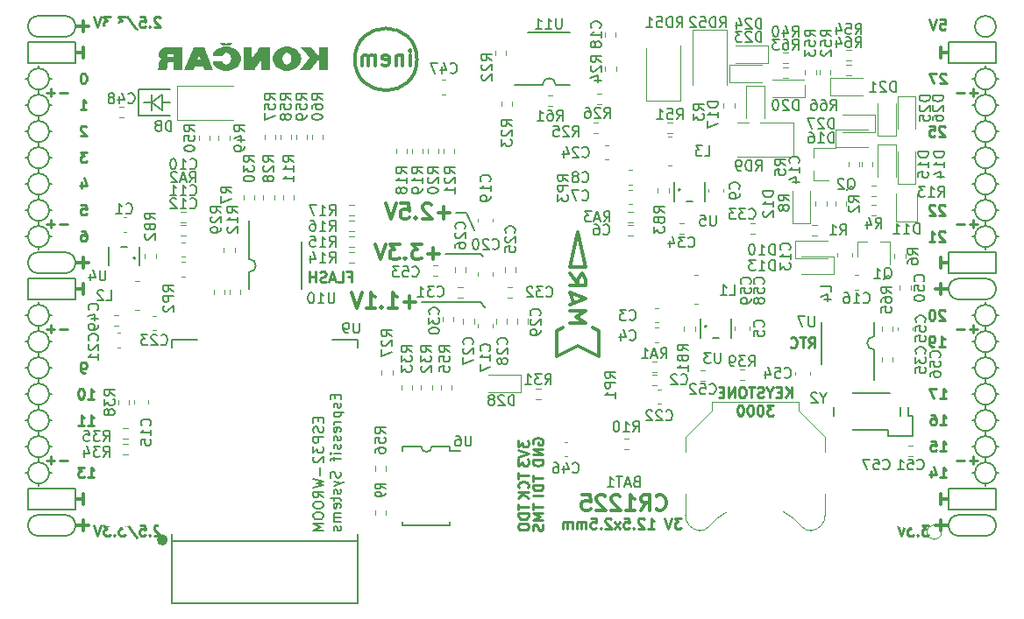
<source format=gbo>
G04 #@! TF.GenerationSoftware,KiCad,Pcbnew,5.0.0-rc3+dfsg1-1*
G04 #@! TF.CreationDate,2018-07-13T11:49:00+02:00*
G04 #@! TF.ProjectId,ulx3s,756C7833732E6B696361645F70636200,rev?*
G04 #@! TF.SameCoordinates,Original*
G04 #@! TF.FileFunction,Legend,Bot*
G04 #@! TF.FilePolarity,Positive*
%FSLAX46Y46*%
G04 Gerber Fmt 4.6, Leading zero omitted, Abs format (unit mm)*
G04 Created by KiCad (PCBNEW 5.0.0-rc3+dfsg1-1) date Fri Jul 13 11:49:00 2018*
%MOMM*%
%LPD*%
G01*
G04 APERTURE LIST*
%ADD10C,0.200000*%
%ADD11C,0.250000*%
%ADD12C,0.300000*%
%ADD13C,0.500000*%
%ADD14C,0.150000*%
%ADD15C,0.120000*%
%ADD16C,0.100000*%
%ADD17C,1.200000*%
%ADD18C,2.100000*%
%ADD19O,2.600000X1.000000*%
%ADD20O,1.000000X2.600000*%
%ADD21R,6.100000X6.100000*%
%ADD22R,0.770000X1.100000*%
%ADD23R,1.500000X1.395000*%
%ADD24R,2.600000X1.900000*%
%ADD25R,1.900000X2.600000*%
%ADD26R,3.800000X3.600000*%
%ADD27C,9.100000*%
%ADD28R,1.650000X0.700000*%
%ADD29O,1.650000X0.700000*%
%ADD30R,0.700000X2.200000*%
%ADD31O,0.700000X2.200000*%
%ADD32R,0.700000X1.650000*%
%ADD33O,0.700000X1.650000*%
%ADD34R,1.100000X0.500000*%
%ADD35R,0.800000X1.300000*%
%ADD36O,1.827200X1.827200*%
%ADD37R,1.827200X1.827200*%
%ADD38C,5.600000*%
%ADD39R,1.827200X2.132000*%
%ADD40O,1.827200X2.132000*%
%ADD41C,1.800000*%
%ADD42R,1.900000X1.500000*%
%ADD43R,1.070000X1.600000*%
%ADD44R,1.600000X1.070000*%
%ADD45R,1.100000X0.770000*%
%ADD46R,1.100000X1.100000*%
%ADD47C,0.400000*%
%ADD48R,1.800000X1.800000*%
%ADD49O,1.800000X1.800000*%
%ADD50R,1.600000X2.800000*%
%ADD51R,0.900000X1.000000*%
%ADD52R,1.000000X0.900000*%
%ADD53R,0.920000X1.100000*%
%ADD54R,1.100000X0.920000*%
%ADD55R,1.500000X1.220000*%
G04 APERTURE END LIST*
D10*
X136660000Y-80742000D02*
X135644000Y-80742000D01*
X137422000Y-82393000D02*
X136660000Y-80742000D01*
X138057000Y-84679000D02*
X134628000Y-84679000D01*
X138311000Y-84933000D02*
X138057000Y-84679000D01*
X138057000Y-89378000D02*
X138438000Y-89886000D01*
X132342000Y-89378000D02*
X138057000Y-89378000D01*
D11*
X99893476Y-96180380D02*
X99703000Y-96180380D01*
X99607761Y-96132761D01*
X99560142Y-96085142D01*
X99464904Y-95942285D01*
X99417285Y-95751809D01*
X99417285Y-95370857D01*
X99464904Y-95275619D01*
X99512523Y-95228000D01*
X99607761Y-95180380D01*
X99798238Y-95180380D01*
X99893476Y-95228000D01*
X99941095Y-95275619D01*
X99988714Y-95370857D01*
X99988714Y-95608952D01*
X99941095Y-95704190D01*
X99893476Y-95751809D01*
X99798238Y-95799428D01*
X99607761Y-95799428D01*
X99512523Y-95751809D01*
X99464904Y-95704190D01*
X99417285Y-95608952D01*
X100147476Y-101260380D02*
X100718904Y-101260380D01*
X100433190Y-101260380D02*
X100433190Y-100260380D01*
X100528428Y-100403238D01*
X100623666Y-100498476D01*
X100718904Y-100546095D01*
X99195095Y-101260380D02*
X99766523Y-101260380D01*
X99480809Y-101260380D02*
X99480809Y-100260380D01*
X99576047Y-100403238D01*
X99671285Y-100498476D01*
X99766523Y-100546095D01*
D10*
X105037000Y-68804000D02*
X108085000Y-68804000D01*
X105037000Y-71344000D02*
X105037000Y-68804000D01*
X108085000Y-71344000D02*
X105037000Y-71344000D01*
X107323000Y-70074000D02*
X108085000Y-70074000D01*
X106307000Y-70074000D02*
X105545000Y-70074000D01*
X106307000Y-70836000D02*
X106307000Y-70074000D01*
X106307000Y-69312000D02*
X106307000Y-70836000D01*
X107323000Y-69312000D02*
X107323000Y-70836000D01*
X106307000Y-70074000D02*
X107323000Y-69312000D01*
X107323000Y-70836000D02*
X106307000Y-70074000D01*
D11*
X182887904Y-72415619D02*
X182840285Y-72368000D01*
X182745047Y-72320380D01*
X182506952Y-72320380D01*
X182411714Y-72368000D01*
X182364095Y-72415619D01*
X182316476Y-72510857D01*
X182316476Y-72606095D01*
X182364095Y-72748952D01*
X182935523Y-73320380D01*
X182316476Y-73320380D01*
X181411714Y-72320380D02*
X181887904Y-72320380D01*
X181935523Y-72796571D01*
X181887904Y-72748952D01*
X181792666Y-72701333D01*
X181554571Y-72701333D01*
X181459333Y-72748952D01*
X181411714Y-72796571D01*
X181364095Y-72891809D01*
X181364095Y-73129904D01*
X181411714Y-73225142D01*
X181459333Y-73272761D01*
X181554571Y-73320380D01*
X181792666Y-73320380D01*
X181887904Y-73272761D01*
X181935523Y-73225142D01*
X182887904Y-80035619D02*
X182840285Y-79988000D01*
X182745047Y-79940380D01*
X182506952Y-79940380D01*
X182411714Y-79988000D01*
X182364095Y-80035619D01*
X182316476Y-80130857D01*
X182316476Y-80226095D01*
X182364095Y-80368952D01*
X182935523Y-80940380D01*
X182316476Y-80940380D01*
X181935523Y-80035619D02*
X181887904Y-79988000D01*
X181792666Y-79940380D01*
X181554571Y-79940380D01*
X181459333Y-79988000D01*
X181411714Y-80035619D01*
X181364095Y-80130857D01*
X181364095Y-80226095D01*
X181411714Y-80368952D01*
X181983142Y-80940380D01*
X181364095Y-80940380D01*
X182887904Y-82575619D02*
X182840285Y-82528000D01*
X182745047Y-82480380D01*
X182506952Y-82480380D01*
X182411714Y-82528000D01*
X182364095Y-82575619D01*
X182316476Y-82670857D01*
X182316476Y-82766095D01*
X182364095Y-82908952D01*
X182935523Y-83480380D01*
X182316476Y-83480380D01*
X181364095Y-83480380D02*
X181935523Y-83480380D01*
X181649809Y-83480380D02*
X181649809Y-82480380D01*
X181745047Y-82623238D01*
X181840285Y-82718476D01*
X181935523Y-82766095D01*
X182887904Y-90195619D02*
X182840285Y-90148000D01*
X182745047Y-90100380D01*
X182506952Y-90100380D01*
X182411714Y-90148000D01*
X182364095Y-90195619D01*
X182316476Y-90290857D01*
X182316476Y-90386095D01*
X182364095Y-90528952D01*
X182935523Y-91100380D01*
X182316476Y-91100380D01*
X181697428Y-90100380D02*
X181602190Y-90100380D01*
X181506952Y-90148000D01*
X181459333Y-90195619D01*
X181411714Y-90290857D01*
X181364095Y-90481333D01*
X181364095Y-90719428D01*
X181411714Y-90909904D01*
X181459333Y-91005142D01*
X181506952Y-91052761D01*
X181602190Y-91100380D01*
X181697428Y-91100380D01*
X181792666Y-91052761D01*
X181840285Y-91005142D01*
X181887904Y-90909904D01*
X181935523Y-90719428D01*
X181935523Y-90481333D01*
X181887904Y-90290857D01*
X181840285Y-90195619D01*
X181792666Y-90148000D01*
X181697428Y-90100380D01*
X182316476Y-93640380D02*
X182887904Y-93640380D01*
X182602190Y-93640380D02*
X182602190Y-92640380D01*
X182697428Y-92783238D01*
X182792666Y-92878476D01*
X182887904Y-92926095D01*
X181840285Y-93640380D02*
X181649809Y-93640380D01*
X181554571Y-93592761D01*
X181506952Y-93545142D01*
X181411714Y-93402285D01*
X181364095Y-93211809D01*
X181364095Y-92830857D01*
X181411714Y-92735619D01*
X181459333Y-92688000D01*
X181554571Y-92640380D01*
X181745047Y-92640380D01*
X181840285Y-92688000D01*
X181887904Y-92735619D01*
X181935523Y-92830857D01*
X181935523Y-93068952D01*
X181887904Y-93164190D01*
X181840285Y-93211809D01*
X181745047Y-93259428D01*
X181554571Y-93259428D01*
X181459333Y-93211809D01*
X181411714Y-93164190D01*
X181364095Y-93068952D01*
X125269476Y-86893571D02*
X125602809Y-86893571D01*
X125602809Y-87417380D02*
X125602809Y-86417380D01*
X125126619Y-86417380D01*
X124269476Y-87417380D02*
X124745666Y-87417380D01*
X124745666Y-86417380D01*
X123983761Y-87131666D02*
X123507571Y-87131666D01*
X124079000Y-87417380D02*
X123745666Y-86417380D01*
X123412333Y-87417380D01*
X123126619Y-87369761D02*
X122983761Y-87417380D01*
X122745666Y-87417380D01*
X122650428Y-87369761D01*
X122602809Y-87322142D01*
X122555190Y-87226904D01*
X122555190Y-87131666D01*
X122602809Y-87036428D01*
X122650428Y-86988809D01*
X122745666Y-86941190D01*
X122936142Y-86893571D01*
X123031380Y-86845952D01*
X123079000Y-86798333D01*
X123126619Y-86703095D01*
X123126619Y-86607857D01*
X123079000Y-86512619D01*
X123031380Y-86465000D01*
X122936142Y-86417380D01*
X122698047Y-86417380D01*
X122555190Y-86465000D01*
X122126619Y-87417380D02*
X122126619Y-86417380D01*
X122126619Y-86893571D02*
X121555190Y-86893571D01*
X121555190Y-87417380D02*
X121555190Y-86417380D01*
X157418095Y-110252380D02*
X156799047Y-110252380D01*
X157132380Y-110633333D01*
X156989523Y-110633333D01*
X156894285Y-110680952D01*
X156846666Y-110728571D01*
X156799047Y-110823809D01*
X156799047Y-111061904D01*
X156846666Y-111157142D01*
X156894285Y-111204761D01*
X156989523Y-111252380D01*
X157275238Y-111252380D01*
X157370476Y-111204761D01*
X157418095Y-111157142D01*
X156513333Y-110252380D02*
X156180000Y-111252380D01*
X155846666Y-110252380D01*
X154227619Y-111252380D02*
X154799047Y-111252380D01*
X154513333Y-111252380D02*
X154513333Y-110252380D01*
X154608571Y-110395238D01*
X154703809Y-110490476D01*
X154799047Y-110538095D01*
X153846666Y-110347619D02*
X153799047Y-110300000D01*
X153703809Y-110252380D01*
X153465714Y-110252380D01*
X153370476Y-110300000D01*
X153322857Y-110347619D01*
X153275238Y-110442857D01*
X153275238Y-110538095D01*
X153322857Y-110680952D01*
X153894285Y-111252380D01*
X153275238Y-111252380D01*
X152846666Y-111157142D02*
X152799047Y-111204761D01*
X152846666Y-111252380D01*
X152894285Y-111204761D01*
X152846666Y-111157142D01*
X152846666Y-111252380D01*
X151894285Y-110252380D02*
X152370476Y-110252380D01*
X152418095Y-110728571D01*
X152370476Y-110680952D01*
X152275238Y-110633333D01*
X152037142Y-110633333D01*
X151941904Y-110680952D01*
X151894285Y-110728571D01*
X151846666Y-110823809D01*
X151846666Y-111061904D01*
X151894285Y-111157142D01*
X151941904Y-111204761D01*
X152037142Y-111252380D01*
X152275238Y-111252380D01*
X152370476Y-111204761D01*
X152418095Y-111157142D01*
X151513333Y-111252380D02*
X150989523Y-110585714D01*
X151513333Y-110585714D02*
X150989523Y-111252380D01*
X150656190Y-110347619D02*
X150608571Y-110300000D01*
X150513333Y-110252380D01*
X150275238Y-110252380D01*
X150180000Y-110300000D01*
X150132380Y-110347619D01*
X150084761Y-110442857D01*
X150084761Y-110538095D01*
X150132380Y-110680952D01*
X150703809Y-111252380D01*
X150084761Y-111252380D01*
X149656190Y-111157142D02*
X149608571Y-111204761D01*
X149656190Y-111252380D01*
X149703809Y-111204761D01*
X149656190Y-111157142D01*
X149656190Y-111252380D01*
X148703809Y-110252380D02*
X149180000Y-110252380D01*
X149227619Y-110728571D01*
X149180000Y-110680952D01*
X149084761Y-110633333D01*
X148846666Y-110633333D01*
X148751428Y-110680952D01*
X148703809Y-110728571D01*
X148656190Y-110823809D01*
X148656190Y-111061904D01*
X148703809Y-111157142D01*
X148751428Y-111204761D01*
X148846666Y-111252380D01*
X149084761Y-111252380D01*
X149180000Y-111204761D01*
X149227619Y-111157142D01*
X148227619Y-111252380D02*
X148227619Y-110585714D01*
X148227619Y-110680952D02*
X148180000Y-110633333D01*
X148084761Y-110585714D01*
X147941904Y-110585714D01*
X147846666Y-110633333D01*
X147799047Y-110728571D01*
X147799047Y-111252380D01*
X147799047Y-110728571D02*
X147751428Y-110633333D01*
X147656190Y-110585714D01*
X147513333Y-110585714D01*
X147418095Y-110633333D01*
X147370476Y-110728571D01*
X147370476Y-111252380D01*
X146894285Y-111252380D02*
X146894285Y-110585714D01*
X146894285Y-110680952D02*
X146846666Y-110633333D01*
X146751428Y-110585714D01*
X146608571Y-110585714D01*
X146513333Y-110633333D01*
X146465714Y-110728571D01*
X146465714Y-111252380D01*
X146465714Y-110728571D02*
X146418095Y-110633333D01*
X146322857Y-110585714D01*
X146180000Y-110585714D01*
X146084761Y-110633333D01*
X146037142Y-110728571D01*
X146037142Y-111252380D01*
X168085000Y-98577380D02*
X168085000Y-97577380D01*
X167513571Y-98577380D02*
X167942142Y-98005952D01*
X167513571Y-97577380D02*
X168085000Y-98148809D01*
X167085000Y-98053571D02*
X166751666Y-98053571D01*
X166608809Y-98577380D02*
X167085000Y-98577380D01*
X167085000Y-97577380D01*
X166608809Y-97577380D01*
X165989761Y-98101190D02*
X165989761Y-98577380D01*
X166323095Y-97577380D02*
X165989761Y-98101190D01*
X165656428Y-97577380D01*
X165370714Y-98529761D02*
X165227857Y-98577380D01*
X164989761Y-98577380D01*
X164894523Y-98529761D01*
X164846904Y-98482142D01*
X164799285Y-98386904D01*
X164799285Y-98291666D01*
X164846904Y-98196428D01*
X164894523Y-98148809D01*
X164989761Y-98101190D01*
X165180238Y-98053571D01*
X165275476Y-98005952D01*
X165323095Y-97958333D01*
X165370714Y-97863095D01*
X165370714Y-97767857D01*
X165323095Y-97672619D01*
X165275476Y-97625000D01*
X165180238Y-97577380D01*
X164942142Y-97577380D01*
X164799285Y-97625000D01*
X164513571Y-97577380D02*
X163942142Y-97577380D01*
X164227857Y-98577380D02*
X164227857Y-97577380D01*
X163418333Y-97577380D02*
X163227857Y-97577380D01*
X163132619Y-97625000D01*
X163037380Y-97720238D01*
X162989761Y-97910714D01*
X162989761Y-98244047D01*
X163037380Y-98434523D01*
X163132619Y-98529761D01*
X163227857Y-98577380D01*
X163418333Y-98577380D01*
X163513571Y-98529761D01*
X163608809Y-98434523D01*
X163656428Y-98244047D01*
X163656428Y-97910714D01*
X163608809Y-97720238D01*
X163513571Y-97625000D01*
X163418333Y-97577380D01*
X162561190Y-98577380D02*
X162561190Y-97577380D01*
X161989761Y-98577380D01*
X161989761Y-97577380D01*
X161513571Y-98053571D02*
X161180238Y-98053571D01*
X161037380Y-98577380D02*
X161513571Y-98577380D01*
X161513571Y-97577380D01*
X161037380Y-97577380D01*
X166346904Y-99327380D02*
X165727857Y-99327380D01*
X166061190Y-99708333D01*
X165918333Y-99708333D01*
X165823095Y-99755952D01*
X165775476Y-99803571D01*
X165727857Y-99898809D01*
X165727857Y-100136904D01*
X165775476Y-100232142D01*
X165823095Y-100279761D01*
X165918333Y-100327380D01*
X166204047Y-100327380D01*
X166299285Y-100279761D01*
X166346904Y-100232142D01*
X165108809Y-99327380D02*
X165013571Y-99327380D01*
X164918333Y-99375000D01*
X164870714Y-99422619D01*
X164823095Y-99517857D01*
X164775476Y-99708333D01*
X164775476Y-99946428D01*
X164823095Y-100136904D01*
X164870714Y-100232142D01*
X164918333Y-100279761D01*
X165013571Y-100327380D01*
X165108809Y-100327380D01*
X165204047Y-100279761D01*
X165251666Y-100232142D01*
X165299285Y-100136904D01*
X165346904Y-99946428D01*
X165346904Y-99708333D01*
X165299285Y-99517857D01*
X165251666Y-99422619D01*
X165204047Y-99375000D01*
X165108809Y-99327380D01*
X164156428Y-99327380D02*
X164061190Y-99327380D01*
X163965952Y-99375000D01*
X163918333Y-99422619D01*
X163870714Y-99517857D01*
X163823095Y-99708333D01*
X163823095Y-99946428D01*
X163870714Y-100136904D01*
X163918333Y-100232142D01*
X163965952Y-100279761D01*
X164061190Y-100327380D01*
X164156428Y-100327380D01*
X164251666Y-100279761D01*
X164299285Y-100232142D01*
X164346904Y-100136904D01*
X164394523Y-99946428D01*
X164394523Y-99708333D01*
X164346904Y-99517857D01*
X164299285Y-99422619D01*
X164251666Y-99375000D01*
X164156428Y-99327380D01*
X163204047Y-99327380D02*
X163108809Y-99327380D01*
X163013571Y-99375000D01*
X162965952Y-99422619D01*
X162918333Y-99517857D01*
X162870714Y-99708333D01*
X162870714Y-99946428D01*
X162918333Y-100136904D01*
X162965952Y-100232142D01*
X163013571Y-100279761D01*
X163108809Y-100327380D01*
X163204047Y-100327380D01*
X163299285Y-100279761D01*
X163346904Y-100232142D01*
X163394523Y-100136904D01*
X163442142Y-99946428D01*
X163442142Y-99708333D01*
X163394523Y-99517857D01*
X163346904Y-99422619D01*
X163299285Y-99375000D01*
X163204047Y-99327380D01*
D12*
X182492000Y-87582000D02*
X182492000Y-88598000D01*
X183254000Y-88090000D02*
X181984000Y-88090000D01*
X182492000Y-110442000D02*
X182492000Y-111458000D01*
X183254000Y-110950000D02*
X181984000Y-110950000D01*
X99688000Y-62182000D02*
X99688000Y-63198000D01*
X98926000Y-62690000D02*
X100196000Y-62690000D01*
X99688000Y-110442000D02*
X99688000Y-111458000D01*
X98926000Y-110950000D02*
X100196000Y-110950000D01*
X99688000Y-85042000D02*
X99688000Y-86058000D01*
X98926000Y-85550000D02*
X100196000Y-85550000D01*
D10*
X187826000Y-62690000D02*
G75*
G03X187826000Y-62690000I-1016000J0D01*
G01*
X184270000Y-87074000D02*
X186810000Y-87074000D01*
X184270000Y-89106000D02*
X186810000Y-89106000D01*
X184270000Y-87074000D02*
G75*
G03X184270000Y-89106000I0J-1016000D01*
G01*
X186810000Y-89106000D02*
G75*
G03X186810000Y-87074000I0J1016000D01*
G01*
X184270000Y-111966000D02*
X186810000Y-111966000D01*
X184270000Y-109934000D02*
X186810000Y-109934000D01*
X184270000Y-109934000D02*
G75*
G03X184270000Y-111966000I0J-1016000D01*
G01*
X186810000Y-111966000D02*
G75*
G03X186810000Y-109934000I0J1016000D01*
G01*
X97910000Y-63706000D02*
G75*
G03X97910000Y-61674000I0J1016000D01*
G01*
X95370000Y-61674000D02*
X97910000Y-61674000D01*
X95370000Y-63706000D02*
X97910000Y-63706000D01*
X95370000Y-61674000D02*
G75*
G03X95370000Y-63706000I0J-1016000D01*
G01*
X95370000Y-86566000D02*
X97910000Y-86566000D01*
X95370000Y-84534000D02*
X97910000Y-84534000D01*
X95370000Y-84534000D02*
G75*
G03X95370000Y-86566000I0J-1016000D01*
G01*
X97910000Y-86566000D02*
G75*
G03X97910000Y-84534000I0J1016000D01*
G01*
X95370000Y-111966000D02*
X97910000Y-111966000D01*
X95370000Y-109934000D02*
X97910000Y-109934000D01*
X95370000Y-109934000D02*
G75*
G03X95370000Y-111966000I0J-1016000D01*
G01*
X97910000Y-111966000D02*
G75*
G03X97910000Y-109934000I0J1016000D01*
G01*
X98926000Y-107394000D02*
X94354000Y-107394000D01*
X98926000Y-109426000D02*
X98926000Y-107394000D01*
X94354000Y-109426000D02*
X98926000Y-109426000D01*
X94354000Y-107394000D02*
X94354000Y-109426000D01*
X187826000Y-107394000D02*
X183254000Y-107394000D01*
X187826000Y-109426000D02*
X187826000Y-107394000D01*
X183254000Y-109426000D02*
X187826000Y-109426000D01*
X183254000Y-107394000D02*
X183254000Y-109426000D01*
X187826000Y-84534000D02*
X183254000Y-84534000D01*
X187826000Y-86566000D02*
X187826000Y-84534000D01*
X183254000Y-86566000D02*
X187826000Y-86566000D01*
X183254000Y-84534000D02*
X183254000Y-86566000D01*
X187826000Y-64214000D02*
X183254000Y-64214000D01*
X187826000Y-66246000D02*
X187826000Y-64214000D01*
X183254000Y-66246000D02*
X187826000Y-66246000D01*
X183254000Y-64214000D02*
X183254000Y-66246000D01*
X98926000Y-64214000D02*
X94354000Y-64214000D01*
X98926000Y-66246000D02*
X98926000Y-64214000D01*
X94354000Y-66246000D02*
X98926000Y-66246000D01*
X94354000Y-64214000D02*
X94354000Y-66246000D01*
X98926000Y-87074000D02*
X94354000Y-87074000D01*
X98926000Y-89106000D02*
X98926000Y-87074000D01*
X94354000Y-89106000D02*
X98926000Y-89106000D01*
X94354000Y-87074000D02*
X94354000Y-89106000D01*
D11*
X186032000Y-91971428D02*
X185270095Y-91971428D01*
X185651047Y-92352380D02*
X185651047Y-91590476D01*
X184793904Y-91971428D02*
X184032000Y-91971428D01*
X186032000Y-69111428D02*
X185270095Y-69111428D01*
X185651047Y-69492380D02*
X185651047Y-68730476D01*
X184793904Y-69111428D02*
X184032000Y-69111428D01*
X186032000Y-81811428D02*
X185270095Y-81811428D01*
X185651047Y-82192380D02*
X185651047Y-81430476D01*
X184793904Y-81811428D02*
X184032000Y-81811428D01*
X186032000Y-104671428D02*
X185270095Y-104671428D01*
X185651047Y-105052380D02*
X185651047Y-104290476D01*
X184793904Y-104671428D02*
X184032000Y-104671428D01*
X98148000Y-104671428D02*
X97386095Y-104671428D01*
X96909904Y-104671428D02*
X96148000Y-104671428D01*
X96528952Y-105052380D02*
X96528952Y-104290476D01*
X98148000Y-91971428D02*
X97386095Y-91971428D01*
X96909904Y-91971428D02*
X96148000Y-91971428D01*
X96528952Y-92352380D02*
X96528952Y-91590476D01*
X98148000Y-81811428D02*
X97386095Y-81811428D01*
X96909904Y-81811428D02*
X96148000Y-81811428D01*
X96528952Y-82192380D02*
X96528952Y-81430476D01*
X98148000Y-69111428D02*
X97386095Y-69111428D01*
X96909904Y-69111428D02*
X96148000Y-69111428D01*
X96528952Y-69492380D02*
X96528952Y-68730476D01*
D12*
X182492000Y-107902000D02*
X182492000Y-108918000D01*
X183254000Y-108410000D02*
X182492000Y-108410000D01*
D10*
X95370000Y-96726000D02*
X95370000Y-97234000D01*
X96386000Y-95710000D02*
X96640000Y-95710000D01*
X94354000Y-95710000D02*
X94100000Y-95710000D01*
X187826000Y-98250000D02*
X188080000Y-98250000D01*
X187826000Y-83010000D02*
X188080000Y-83010000D01*
X95370000Y-107140000D02*
X95370000Y-106886000D01*
X96386000Y-105870000D02*
X96640000Y-105870000D01*
X94354000Y-105870000D02*
X94100000Y-105870000D01*
X94354000Y-103330000D02*
X94100000Y-103330000D01*
X95370000Y-104346000D02*
X95370000Y-104854000D01*
X96386000Y-103330000D02*
X96640000Y-103330000D01*
X94354000Y-100790000D02*
X94100000Y-100790000D01*
X95370000Y-102314000D02*
X95370000Y-101806000D01*
X96386000Y-100790000D02*
X96640000Y-100790000D01*
X95370000Y-99266000D02*
X95370000Y-99774000D01*
X94354000Y-98250000D02*
X94100000Y-98250000D01*
X96386000Y-98250000D02*
X96640000Y-98250000D01*
X95370000Y-94186000D02*
X95370000Y-94694000D01*
X96386000Y-93170000D02*
X96640000Y-93170000D01*
X94354000Y-93170000D02*
X94100000Y-93170000D01*
X94354000Y-90630000D02*
X94100000Y-90630000D01*
X95370000Y-91646000D02*
X95370000Y-92154000D01*
X96640000Y-90630000D02*
X96386000Y-90630000D01*
X95370000Y-89360000D02*
X95370000Y-89614000D01*
X94354000Y-83010000D02*
X94100000Y-83010000D01*
X95370000Y-84280000D02*
X95370000Y-84026000D01*
X96386000Y-83010000D02*
X96640000Y-83010000D01*
X95370000Y-81486000D02*
X95370000Y-81994000D01*
X94354000Y-80470000D02*
X94100000Y-80470000D01*
X96640000Y-80470000D02*
X96386000Y-80470000D01*
X95370000Y-78946000D02*
X95370000Y-79454000D01*
X96386000Y-77930000D02*
X96640000Y-77930000D01*
X94354000Y-77930000D02*
X94100000Y-77930000D01*
X95370000Y-76406000D02*
X95370000Y-76914000D01*
X94354000Y-75390000D02*
X94100000Y-75390000D01*
X96386000Y-75390000D02*
X96640000Y-75390000D01*
X95370000Y-73866000D02*
X95370000Y-74374000D01*
X96386000Y-72850000D02*
X96640000Y-72850000D01*
X94100000Y-72850000D02*
X94354000Y-72850000D01*
X94354000Y-70310000D02*
X94100000Y-70310000D01*
X96640000Y-70310000D02*
X96386000Y-70310000D01*
X95370000Y-71326000D02*
X95370000Y-71834000D01*
X95370000Y-68786000D02*
X95370000Y-69294000D01*
X96386000Y-67770000D02*
X96640000Y-67770000D01*
X94354000Y-67770000D02*
X94100000Y-67770000D01*
X95370000Y-66500000D02*
X95370000Y-66754000D01*
X187826000Y-105870000D02*
X188080000Y-105870000D01*
X186810000Y-107140000D02*
X186810000Y-106886000D01*
X185540000Y-105870000D02*
X185794000Y-105870000D01*
X186810000Y-104346000D02*
X186810000Y-104854000D01*
X187826000Y-103330000D02*
X188080000Y-103330000D01*
X185540000Y-103330000D02*
X185794000Y-103330000D01*
X186810000Y-101806000D02*
X186810000Y-102314000D01*
X187826000Y-100790000D02*
X188080000Y-100790000D01*
X185540000Y-100790000D02*
X185794000Y-100790000D01*
X186810000Y-99266000D02*
X186810000Y-99774000D01*
X185540000Y-98250000D02*
X185794000Y-98250000D01*
X186810000Y-97234000D02*
X186810000Y-96726000D01*
X187826000Y-95710000D02*
X188080000Y-95710000D01*
X185540000Y-95710000D02*
X185794000Y-95710000D01*
X186810000Y-94694000D02*
X186810000Y-94186000D01*
X187826000Y-93170000D02*
X188080000Y-93170000D01*
X185540000Y-93170000D02*
X185794000Y-93170000D01*
X186810000Y-92154000D02*
X186810000Y-91646000D01*
X187826000Y-90630000D02*
X188080000Y-90630000D01*
X185540000Y-90630000D02*
X185794000Y-90630000D01*
X186810000Y-89360000D02*
X186810000Y-89614000D01*
X186810000Y-84280000D02*
X186810000Y-84026000D01*
X185540000Y-83010000D02*
X185794000Y-83010000D01*
X186810000Y-81994000D02*
X186810000Y-81486000D01*
X185794000Y-80470000D02*
X185540000Y-80470000D01*
X187826000Y-80470000D02*
X188080000Y-80470000D01*
X186810000Y-78946000D02*
X186810000Y-79454000D01*
X185794000Y-77930000D02*
X185540000Y-77930000D01*
X187826000Y-77930000D02*
X188080000Y-77930000D01*
X186810000Y-76406000D02*
X186810000Y-76914000D01*
X186810000Y-73866000D02*
X186810000Y-74374000D01*
X185794000Y-75390000D02*
X185540000Y-75390000D01*
X187826000Y-75390000D02*
X188080000Y-75390000D01*
X187826000Y-72850000D02*
X188080000Y-72850000D01*
X185540000Y-72850000D02*
X185794000Y-72850000D01*
X186810000Y-71834000D02*
X186810000Y-71326000D01*
X187826000Y-70310000D02*
X188080000Y-70310000D01*
X185540000Y-70310000D02*
X185794000Y-70310000D01*
X187826000Y-67770000D02*
X188080000Y-67770000D01*
X186810000Y-68786000D02*
X186810000Y-69294000D01*
X185540000Y-67770000D02*
X185794000Y-67770000D01*
X186810000Y-66500000D02*
X186810000Y-66754000D01*
X187826000Y-67770000D02*
G75*
G03X187826000Y-67770000I-1016000J0D01*
G01*
X187826000Y-70310000D02*
G75*
G03X187826000Y-70310000I-1016000J0D01*
G01*
X187826000Y-72850000D02*
G75*
G03X187826000Y-72850000I-1016000J0D01*
G01*
X187826000Y-75390000D02*
G75*
G03X187826000Y-75390000I-1016000J0D01*
G01*
X187826000Y-77930000D02*
G75*
G03X187826000Y-77930000I-1016000J0D01*
G01*
X187826000Y-80470000D02*
G75*
G03X187826000Y-80470000I-1016000J0D01*
G01*
X187826000Y-83010000D02*
G75*
G03X187826000Y-83010000I-1016000J0D01*
G01*
X187826000Y-90630000D02*
G75*
G03X187826000Y-90630000I-1016000J0D01*
G01*
X187826000Y-93170000D02*
G75*
G03X187826000Y-93170000I-1016000J0D01*
G01*
X187826000Y-95710000D02*
G75*
G03X187826000Y-95710000I-1016000J0D01*
G01*
X187826000Y-98250000D02*
G75*
G03X187826000Y-98250000I-1016000J0D01*
G01*
X187826000Y-100790000D02*
G75*
G03X187826000Y-100790000I-1016000J0D01*
G01*
X187826000Y-103330000D02*
G75*
G03X187826000Y-103330000I-1016000J0D01*
G01*
X187826000Y-105870000D02*
G75*
G03X187826000Y-105870000I-1016000J0D01*
G01*
X96386000Y-105870000D02*
G75*
G03X96386000Y-105870000I-1016000J0D01*
G01*
X96386000Y-103330000D02*
G75*
G03X96386000Y-103330000I-1016000J0D01*
G01*
X96386000Y-100790000D02*
G75*
G03X96386000Y-100790000I-1016000J0D01*
G01*
X96386000Y-98250000D02*
G75*
G03X96386000Y-98250000I-1016000J0D01*
G01*
X96386000Y-95710000D02*
G75*
G03X96386000Y-95710000I-1016000J0D01*
G01*
X96386000Y-93170000D02*
G75*
G03X96386000Y-93170000I-1016000J0D01*
G01*
X96386000Y-90630000D02*
G75*
G03X96386000Y-90630000I-1016000J0D01*
G01*
X96386000Y-83010000D02*
G75*
G03X96386000Y-83010000I-1016000J0D01*
G01*
X96386000Y-80470000D02*
G75*
G03X96386000Y-80470000I-1016000J0D01*
G01*
X96386000Y-77930000D02*
G75*
G03X96386000Y-77930000I-1016000J0D01*
G01*
X96386000Y-75390000D02*
G75*
G03X96386000Y-75390000I-1016000J0D01*
G01*
X96386000Y-72850000D02*
G75*
G03X96386000Y-72850000I-1016000J0D01*
G01*
X96386000Y-70310000D02*
G75*
G03X96386000Y-70310000I-1016000J0D01*
G01*
X96386000Y-67770000D02*
G75*
G03X96386000Y-67770000I-1016000J0D01*
G01*
D11*
X182428476Y-62015380D02*
X182904666Y-62015380D01*
X182952285Y-62491571D01*
X182904666Y-62443952D01*
X182809428Y-62396333D01*
X182571333Y-62396333D01*
X182476095Y-62443952D01*
X182428476Y-62491571D01*
X182380857Y-62586809D01*
X182380857Y-62824904D01*
X182428476Y-62920142D01*
X182476095Y-62967761D01*
X182571333Y-63015380D01*
X182809428Y-63015380D01*
X182904666Y-62967761D01*
X182952285Y-62920142D01*
X182095142Y-62015380D02*
X181761809Y-63015380D01*
X181428476Y-62015380D01*
D12*
X182492000Y-64722000D02*
X182492000Y-65738000D01*
X183254000Y-65230000D02*
X182492000Y-65230000D01*
D11*
X182999904Y-67317619D02*
X182952285Y-67270000D01*
X182857047Y-67222380D01*
X182618952Y-67222380D01*
X182523714Y-67270000D01*
X182476095Y-67317619D01*
X182428476Y-67412857D01*
X182428476Y-67508095D01*
X182476095Y-67650952D01*
X183047523Y-68222380D01*
X182428476Y-68222380D01*
X182095142Y-67222380D02*
X181428476Y-67222380D01*
X181857047Y-68222380D01*
D12*
X182492000Y-85042000D02*
X182492000Y-86058000D01*
X183254000Y-85550000D02*
X182492000Y-85550000D01*
D11*
X182428476Y-98702380D02*
X182999904Y-98702380D01*
X182714190Y-98702380D02*
X182714190Y-97702380D01*
X182809428Y-97845238D01*
X182904666Y-97940476D01*
X182999904Y-97988095D01*
X182095142Y-97702380D02*
X181428476Y-97702380D01*
X181857047Y-98702380D01*
X182428476Y-101242380D02*
X182999904Y-101242380D01*
X182714190Y-101242380D02*
X182714190Y-100242380D01*
X182809428Y-100385238D01*
X182904666Y-100480476D01*
X182999904Y-100528095D01*
X181571333Y-100242380D02*
X181761809Y-100242380D01*
X181857047Y-100290000D01*
X181904666Y-100337619D01*
X181999904Y-100480476D01*
X182047523Y-100670952D01*
X182047523Y-101051904D01*
X181999904Y-101147142D01*
X181952285Y-101194761D01*
X181857047Y-101242380D01*
X181666571Y-101242380D01*
X181571333Y-101194761D01*
X181523714Y-101147142D01*
X181476095Y-101051904D01*
X181476095Y-100813809D01*
X181523714Y-100718571D01*
X181571333Y-100670952D01*
X181666571Y-100623333D01*
X181857047Y-100623333D01*
X181952285Y-100670952D01*
X181999904Y-100718571D01*
X182047523Y-100813809D01*
X182428476Y-103782380D02*
X182999904Y-103782380D01*
X182714190Y-103782380D02*
X182714190Y-102782380D01*
X182809428Y-102925238D01*
X182904666Y-103020476D01*
X182999904Y-103068095D01*
X181523714Y-102782380D02*
X181999904Y-102782380D01*
X182047523Y-103258571D01*
X181999904Y-103210952D01*
X181904666Y-103163333D01*
X181666571Y-103163333D01*
X181571333Y-103210952D01*
X181523714Y-103258571D01*
X181476095Y-103353809D01*
X181476095Y-103591904D01*
X181523714Y-103687142D01*
X181571333Y-103734761D01*
X181666571Y-103782380D01*
X181904666Y-103782380D01*
X181999904Y-103734761D01*
X182047523Y-103687142D01*
X182428476Y-106322380D02*
X182999904Y-106322380D01*
X182714190Y-106322380D02*
X182714190Y-105322380D01*
X182809428Y-105465238D01*
X182904666Y-105560476D01*
X182999904Y-105608095D01*
X181571333Y-105655714D02*
X181571333Y-106322380D01*
X181809428Y-105274761D02*
X182047523Y-105989047D01*
X181428476Y-105989047D01*
X181312642Y-110928380D02*
X180693595Y-110928380D01*
X181026928Y-111309333D01*
X180884071Y-111309333D01*
X180788833Y-111356952D01*
X180741214Y-111404571D01*
X180693595Y-111499809D01*
X180693595Y-111737904D01*
X180741214Y-111833142D01*
X180788833Y-111880761D01*
X180884071Y-111928380D01*
X181169785Y-111928380D01*
X181265023Y-111880761D01*
X181312642Y-111833142D01*
X180265023Y-111833142D02*
X180217404Y-111880761D01*
X180265023Y-111928380D01*
X180312642Y-111880761D01*
X180265023Y-111833142D01*
X180265023Y-111928380D01*
X179884071Y-110928380D02*
X179265023Y-110928380D01*
X179598357Y-111309333D01*
X179455500Y-111309333D01*
X179360261Y-111356952D01*
X179312642Y-111404571D01*
X179265023Y-111499809D01*
X179265023Y-111737904D01*
X179312642Y-111833142D01*
X179360261Y-111880761D01*
X179455500Y-111928380D01*
X179741214Y-111928380D01*
X179836452Y-111880761D01*
X179884071Y-111833142D01*
X178979309Y-110928380D02*
X178645976Y-111928380D01*
X178312642Y-110928380D01*
D12*
X99688000Y-108918000D02*
X99688000Y-107902000D01*
X98926000Y-108410000D02*
X99688000Y-108410000D01*
X99688000Y-88598000D02*
X99688000Y-87582000D01*
X98926000Y-88090000D02*
X99688000Y-88090000D01*
X99688000Y-64722000D02*
X99688000Y-65738000D01*
X98926000Y-65230000D02*
X99688000Y-65230000D01*
D11*
X107103690Y-111023619D02*
X107056071Y-110976000D01*
X106960833Y-110928380D01*
X106722738Y-110928380D01*
X106627500Y-110976000D01*
X106579880Y-111023619D01*
X106532261Y-111118857D01*
X106532261Y-111214095D01*
X106579880Y-111356952D01*
X107151309Y-111928380D01*
X106532261Y-111928380D01*
X106103690Y-111833142D02*
X106056071Y-111880761D01*
X106103690Y-111928380D01*
X106151309Y-111880761D01*
X106103690Y-111833142D01*
X106103690Y-111928380D01*
X105151309Y-110928380D02*
X105627500Y-110928380D01*
X105675119Y-111404571D01*
X105627500Y-111356952D01*
X105532261Y-111309333D01*
X105294166Y-111309333D01*
X105198928Y-111356952D01*
X105151309Y-111404571D01*
X105103690Y-111499809D01*
X105103690Y-111737904D01*
X105151309Y-111833142D01*
X105198928Y-111880761D01*
X105294166Y-111928380D01*
X105532261Y-111928380D01*
X105627500Y-111880761D01*
X105675119Y-111833142D01*
X103960833Y-110880761D02*
X104817976Y-112166476D01*
X103722738Y-110928380D02*
X103103690Y-110928380D01*
X103437023Y-111309333D01*
X103294166Y-111309333D01*
X103198928Y-111356952D01*
X103151309Y-111404571D01*
X103103690Y-111499809D01*
X103103690Y-111737904D01*
X103151309Y-111833142D01*
X103198928Y-111880761D01*
X103294166Y-111928380D01*
X103579880Y-111928380D01*
X103675119Y-111880761D01*
X103722738Y-111833142D01*
X102675119Y-111833142D02*
X102627500Y-111880761D01*
X102675119Y-111928380D01*
X102722738Y-111880761D01*
X102675119Y-111833142D01*
X102675119Y-111928380D01*
X102294166Y-110928380D02*
X101675119Y-110928380D01*
X102008452Y-111309333D01*
X101865595Y-111309333D01*
X101770357Y-111356952D01*
X101722738Y-111404571D01*
X101675119Y-111499809D01*
X101675119Y-111737904D01*
X101722738Y-111833142D01*
X101770357Y-111880761D01*
X101865595Y-111928380D01*
X102151309Y-111928380D01*
X102246547Y-111880761D01*
X102294166Y-111833142D01*
X101389404Y-110928380D02*
X101056071Y-111928380D01*
X100722738Y-110928380D01*
X100132476Y-106322380D02*
X100703904Y-106322380D01*
X100418190Y-106322380D02*
X100418190Y-105322380D01*
X100513428Y-105465238D01*
X100608666Y-105560476D01*
X100703904Y-105608095D01*
X99799142Y-105322380D02*
X99180095Y-105322380D01*
X99513428Y-105703333D01*
X99370571Y-105703333D01*
X99275333Y-105750952D01*
X99227714Y-105798571D01*
X99180095Y-105893809D01*
X99180095Y-106131904D01*
X99227714Y-106227142D01*
X99275333Y-106274761D01*
X99370571Y-106322380D01*
X99656285Y-106322380D01*
X99751523Y-106274761D01*
X99799142Y-106227142D01*
X100147476Y-98720380D02*
X100718904Y-98720380D01*
X100433190Y-98720380D02*
X100433190Y-97720380D01*
X100528428Y-97863238D01*
X100623666Y-97958476D01*
X100718904Y-98006095D01*
X99528428Y-97720380D02*
X99433190Y-97720380D01*
X99337952Y-97768000D01*
X99290333Y-97815619D01*
X99242714Y-97910857D01*
X99195095Y-98101333D01*
X99195095Y-98339428D01*
X99242714Y-98529904D01*
X99290333Y-98625142D01*
X99337952Y-98672761D01*
X99433190Y-98720380D01*
X99528428Y-98720380D01*
X99623666Y-98672761D01*
X99671285Y-98625142D01*
X99718904Y-98529904D01*
X99766523Y-98339428D01*
X99766523Y-98101333D01*
X99718904Y-97910857D01*
X99671285Y-97815619D01*
X99623666Y-97768000D01*
X99528428Y-97720380D01*
X99512523Y-82462380D02*
X99703000Y-82462380D01*
X99798238Y-82510000D01*
X99845857Y-82557619D01*
X99941095Y-82700476D01*
X99988714Y-82890952D01*
X99988714Y-83271904D01*
X99941095Y-83367142D01*
X99893476Y-83414761D01*
X99798238Y-83462380D01*
X99607761Y-83462380D01*
X99512523Y-83414761D01*
X99464904Y-83367142D01*
X99417285Y-83271904D01*
X99417285Y-83033809D01*
X99464904Y-82938571D01*
X99512523Y-82890952D01*
X99607761Y-82843333D01*
X99798238Y-82843333D01*
X99893476Y-82890952D01*
X99941095Y-82938571D01*
X99988714Y-83033809D01*
X99464904Y-79922380D02*
X99941095Y-79922380D01*
X99988714Y-80398571D01*
X99941095Y-80350952D01*
X99845857Y-80303333D01*
X99607761Y-80303333D01*
X99512523Y-80350952D01*
X99464904Y-80398571D01*
X99417285Y-80493809D01*
X99417285Y-80731904D01*
X99464904Y-80827142D01*
X99512523Y-80874761D01*
X99607761Y-80922380D01*
X99845857Y-80922380D01*
X99941095Y-80874761D01*
X99988714Y-80827142D01*
X99512523Y-77715714D02*
X99512523Y-78382380D01*
X99750619Y-77334761D02*
X99988714Y-78049047D01*
X99369666Y-78049047D01*
X100021333Y-74842380D02*
X99402285Y-74842380D01*
X99735619Y-75223333D01*
X99592761Y-75223333D01*
X99497523Y-75270952D01*
X99449904Y-75318571D01*
X99402285Y-75413809D01*
X99402285Y-75651904D01*
X99449904Y-75747142D01*
X99497523Y-75794761D01*
X99592761Y-75842380D01*
X99878476Y-75842380D01*
X99973714Y-75794761D01*
X100021333Y-75747142D01*
X99973714Y-72397619D02*
X99926095Y-72350000D01*
X99830857Y-72302380D01*
X99592761Y-72302380D01*
X99497523Y-72350000D01*
X99449904Y-72397619D01*
X99402285Y-72492857D01*
X99402285Y-72588095D01*
X99449904Y-72730952D01*
X100021333Y-73302380D01*
X99402285Y-73302380D01*
X99402285Y-70762380D02*
X99973714Y-70762380D01*
X99688000Y-70762380D02*
X99688000Y-69762380D01*
X99783238Y-69905238D01*
X99878476Y-70000476D01*
X99973714Y-70048095D01*
X99750619Y-67222380D02*
X99655380Y-67222380D01*
X99560142Y-67270000D01*
X99512523Y-67317619D01*
X99464904Y-67412857D01*
X99417285Y-67603333D01*
X99417285Y-67841428D01*
X99464904Y-68031904D01*
X99512523Y-68127142D01*
X99560142Y-68174761D01*
X99655380Y-68222380D01*
X99750619Y-68222380D01*
X99845857Y-68174761D01*
X99893476Y-68127142D01*
X99941095Y-68031904D01*
X99988714Y-67841428D01*
X99988714Y-67603333D01*
X99941095Y-67412857D01*
X99893476Y-67317619D01*
X99845857Y-67270000D01*
X99750619Y-67222380D01*
X107103690Y-61874619D02*
X107056071Y-61827000D01*
X106960833Y-61779380D01*
X106722738Y-61779380D01*
X106627500Y-61827000D01*
X106579880Y-61874619D01*
X106532261Y-61969857D01*
X106532261Y-62065095D01*
X106579880Y-62207952D01*
X107151309Y-62779380D01*
X106532261Y-62779380D01*
X106103690Y-62684142D02*
X106056071Y-62731761D01*
X106103690Y-62779380D01*
X106151309Y-62731761D01*
X106103690Y-62684142D01*
X106103690Y-62779380D01*
X105151309Y-61779380D02*
X105627500Y-61779380D01*
X105675119Y-62255571D01*
X105627500Y-62207952D01*
X105532261Y-62160333D01*
X105294166Y-62160333D01*
X105198928Y-62207952D01*
X105151309Y-62255571D01*
X105103690Y-62350809D01*
X105103690Y-62588904D01*
X105151309Y-62684142D01*
X105198928Y-62731761D01*
X105294166Y-62779380D01*
X105532261Y-62779380D01*
X105627500Y-62731761D01*
X105675119Y-62684142D01*
X103960833Y-61731761D02*
X104817976Y-63017476D01*
X103722738Y-61779380D02*
X103103690Y-61779380D01*
X103437023Y-62160333D01*
X103294166Y-62160333D01*
X103198928Y-62207952D01*
X103151309Y-62255571D01*
X103103690Y-62350809D01*
X103103690Y-62588904D01*
X103151309Y-62684142D01*
X103198928Y-62731761D01*
X103294166Y-62779380D01*
X103579880Y-62779380D01*
X103675119Y-62731761D01*
X103722738Y-62684142D01*
X102675119Y-62684142D02*
X102627500Y-62731761D01*
X102675119Y-62779380D01*
X102722738Y-62731761D01*
X102675119Y-62684142D01*
X102675119Y-62779380D01*
X102294166Y-61779380D02*
X101675119Y-61779380D01*
X102008452Y-62160333D01*
X101865595Y-62160333D01*
X101770357Y-62207952D01*
X101722738Y-62255571D01*
X101675119Y-62350809D01*
X101675119Y-62588904D01*
X101722738Y-62684142D01*
X101770357Y-62731761D01*
X101865595Y-62779380D01*
X102151309Y-62779380D01*
X102246547Y-62731761D01*
X102294166Y-62684142D01*
X101389404Y-61779380D02*
X101056071Y-62779380D01*
X100722738Y-61779380D01*
D12*
X155027857Y-109335714D02*
X155099285Y-109407142D01*
X155313571Y-109478571D01*
X155456428Y-109478571D01*
X155670714Y-109407142D01*
X155813571Y-109264285D01*
X155885000Y-109121428D01*
X155956428Y-108835714D01*
X155956428Y-108621428D01*
X155885000Y-108335714D01*
X155813571Y-108192857D01*
X155670714Y-108050000D01*
X155456428Y-107978571D01*
X155313571Y-107978571D01*
X155099285Y-108050000D01*
X155027857Y-108121428D01*
X153527857Y-109478571D02*
X154027857Y-108764285D01*
X154385000Y-109478571D02*
X154385000Y-107978571D01*
X153813571Y-107978571D01*
X153670714Y-108050000D01*
X153599285Y-108121428D01*
X153527857Y-108264285D01*
X153527857Y-108478571D01*
X153599285Y-108621428D01*
X153670714Y-108692857D01*
X153813571Y-108764285D01*
X154385000Y-108764285D01*
X152099285Y-109478571D02*
X152956428Y-109478571D01*
X152527857Y-109478571D02*
X152527857Y-107978571D01*
X152670714Y-108192857D01*
X152813571Y-108335714D01*
X152956428Y-108407142D01*
X151527857Y-108121428D02*
X151456428Y-108050000D01*
X151313571Y-107978571D01*
X150956428Y-107978571D01*
X150813571Y-108050000D01*
X150742142Y-108121428D01*
X150670714Y-108264285D01*
X150670714Y-108407142D01*
X150742142Y-108621428D01*
X151599285Y-109478571D01*
X150670714Y-109478571D01*
X150099285Y-108121428D02*
X150027857Y-108050000D01*
X149885000Y-107978571D01*
X149527857Y-107978571D01*
X149385000Y-108050000D01*
X149313571Y-108121428D01*
X149242142Y-108264285D01*
X149242142Y-108407142D01*
X149313571Y-108621428D01*
X150170714Y-109478571D01*
X149242142Y-109478571D01*
X147885000Y-107978571D02*
X148599285Y-107978571D01*
X148670714Y-108692857D01*
X148599285Y-108621428D01*
X148456428Y-108550000D01*
X148099285Y-108550000D01*
X147956428Y-108621428D01*
X147885000Y-108692857D01*
X147813571Y-108835714D01*
X147813571Y-109192857D01*
X147885000Y-109335714D01*
X147956428Y-109407142D01*
X148099285Y-109478571D01*
X148456428Y-109478571D01*
X148599285Y-109407142D01*
X148670714Y-109335714D01*
X135088000Y-80722142D02*
X133945142Y-80722142D01*
X134516571Y-81293571D02*
X134516571Y-80150714D01*
X133302285Y-79936428D02*
X133230857Y-79865000D01*
X133088000Y-79793571D01*
X132730857Y-79793571D01*
X132588000Y-79865000D01*
X132516571Y-79936428D01*
X132445142Y-80079285D01*
X132445142Y-80222142D01*
X132516571Y-80436428D01*
X133373714Y-81293571D01*
X132445142Y-81293571D01*
X131802285Y-81150714D02*
X131730857Y-81222142D01*
X131802285Y-81293571D01*
X131873714Y-81222142D01*
X131802285Y-81150714D01*
X131802285Y-81293571D01*
X130373714Y-79793571D02*
X131088000Y-79793571D01*
X131159428Y-80507857D01*
X131088000Y-80436428D01*
X130945142Y-80365000D01*
X130588000Y-80365000D01*
X130445142Y-80436428D01*
X130373714Y-80507857D01*
X130302285Y-80650714D01*
X130302285Y-81007857D01*
X130373714Y-81150714D01*
X130445142Y-81222142D01*
X130588000Y-81293571D01*
X130945142Y-81293571D01*
X131088000Y-81222142D01*
X131159428Y-81150714D01*
X129873714Y-79793571D02*
X129373714Y-81293571D01*
X128873714Y-79793571D01*
X134072000Y-84659142D02*
X132929142Y-84659142D01*
X133500571Y-85230571D02*
X133500571Y-84087714D01*
X132357714Y-83730571D02*
X131429142Y-83730571D01*
X131929142Y-84302000D01*
X131714857Y-84302000D01*
X131572000Y-84373428D01*
X131500571Y-84444857D01*
X131429142Y-84587714D01*
X131429142Y-84944857D01*
X131500571Y-85087714D01*
X131572000Y-85159142D01*
X131714857Y-85230571D01*
X132143428Y-85230571D01*
X132286285Y-85159142D01*
X132357714Y-85087714D01*
X130786285Y-85087714D02*
X130714857Y-85159142D01*
X130786285Y-85230571D01*
X130857714Y-85159142D01*
X130786285Y-85087714D01*
X130786285Y-85230571D01*
X130214857Y-83730571D02*
X129286285Y-83730571D01*
X129786285Y-84302000D01*
X129572000Y-84302000D01*
X129429142Y-84373428D01*
X129357714Y-84444857D01*
X129286285Y-84587714D01*
X129286285Y-84944857D01*
X129357714Y-85087714D01*
X129429142Y-85159142D01*
X129572000Y-85230571D01*
X130000571Y-85230571D01*
X130143428Y-85159142D01*
X130214857Y-85087714D01*
X128857714Y-83730571D02*
X128357714Y-85230571D01*
X127857714Y-83730571D01*
X131786000Y-89358142D02*
X130643142Y-89358142D01*
X131214571Y-89929571D02*
X131214571Y-88786714D01*
X129143142Y-89929571D02*
X130000285Y-89929571D01*
X129571714Y-89929571D02*
X129571714Y-88429571D01*
X129714571Y-88643857D01*
X129857428Y-88786714D01*
X130000285Y-88858142D01*
X128500285Y-89786714D02*
X128428857Y-89858142D01*
X128500285Y-89929571D01*
X128571714Y-89858142D01*
X128500285Y-89786714D01*
X128500285Y-89929571D01*
X127000285Y-89929571D02*
X127857428Y-89929571D01*
X127428857Y-89929571D02*
X127428857Y-88429571D01*
X127571714Y-88643857D01*
X127714571Y-88786714D01*
X127857428Y-88858142D01*
X126571714Y-88429571D02*
X126071714Y-89929571D01*
X125571714Y-88429571D01*
D11*
X141685380Y-105854285D02*
X141685380Y-106425714D01*
X142685380Y-106140000D02*
X141685380Y-106140000D01*
X142590142Y-107330476D02*
X142637761Y-107282857D01*
X142685380Y-107140000D01*
X142685380Y-107044761D01*
X142637761Y-106901904D01*
X142542523Y-106806666D01*
X142447285Y-106759047D01*
X142256809Y-106711428D01*
X142113952Y-106711428D01*
X141923476Y-106759047D01*
X141828238Y-106806666D01*
X141733000Y-106901904D01*
X141685380Y-107044761D01*
X141685380Y-107140000D01*
X141733000Y-107282857D01*
X141780619Y-107330476D01*
X142685380Y-107759047D02*
X141685380Y-107759047D01*
X142685380Y-108330476D02*
X142113952Y-107901904D01*
X141685380Y-108330476D02*
X142256809Y-107759047D01*
X141685380Y-102726904D02*
X141685380Y-103345952D01*
X142066333Y-103012619D01*
X142066333Y-103155476D01*
X142113952Y-103250714D01*
X142161571Y-103298333D01*
X142256809Y-103345952D01*
X142494904Y-103345952D01*
X142590142Y-103298333D01*
X142637761Y-103250714D01*
X142685380Y-103155476D01*
X142685380Y-102869761D01*
X142637761Y-102774523D01*
X142590142Y-102726904D01*
X141685380Y-103631666D02*
X142685380Y-103965000D01*
X141685380Y-104298333D01*
X141685380Y-104536428D02*
X141685380Y-105155476D01*
X142066333Y-104822142D01*
X142066333Y-104965000D01*
X142113952Y-105060238D01*
X142161571Y-105107857D01*
X142256809Y-105155476D01*
X142494904Y-105155476D01*
X142590142Y-105107857D01*
X142637761Y-105060238D01*
X142685380Y-104965000D01*
X142685380Y-104679285D01*
X142637761Y-104584047D01*
X142590142Y-104536428D01*
X141685380Y-108878476D02*
X141685380Y-109449904D01*
X142685380Y-109164190D02*
X141685380Y-109164190D01*
X142685380Y-109783238D02*
X141685380Y-109783238D01*
X141685380Y-110021333D01*
X141733000Y-110164190D01*
X141828238Y-110259428D01*
X141923476Y-110307047D01*
X142113952Y-110354666D01*
X142256809Y-110354666D01*
X142447285Y-110307047D01*
X142542523Y-110259428D01*
X142637761Y-110164190D01*
X142685380Y-110021333D01*
X142685380Y-109783238D01*
X141685380Y-110973714D02*
X141685380Y-111164190D01*
X141733000Y-111259428D01*
X141828238Y-111354666D01*
X142018714Y-111402285D01*
X142352047Y-111402285D01*
X142542523Y-111354666D01*
X142637761Y-111259428D01*
X142685380Y-111164190D01*
X142685380Y-110973714D01*
X142637761Y-110878476D01*
X142542523Y-110783238D01*
X142352047Y-110735619D01*
X142018714Y-110735619D01*
X141828238Y-110783238D01*
X141733000Y-110878476D01*
X141685380Y-110973714D01*
X143130000Y-103076095D02*
X143082380Y-102980857D01*
X143082380Y-102838000D01*
X143130000Y-102695142D01*
X143225238Y-102599904D01*
X143320476Y-102552285D01*
X143510952Y-102504666D01*
X143653809Y-102504666D01*
X143844285Y-102552285D01*
X143939523Y-102599904D01*
X144034761Y-102695142D01*
X144082380Y-102838000D01*
X144082380Y-102933238D01*
X144034761Y-103076095D01*
X143987142Y-103123714D01*
X143653809Y-103123714D01*
X143653809Y-102933238D01*
X144082380Y-103552285D02*
X143082380Y-103552285D01*
X144082380Y-104123714D01*
X143082380Y-104123714D01*
X144082380Y-104599904D02*
X143082380Y-104599904D01*
X143082380Y-104838000D01*
X143130000Y-104980857D01*
X143225238Y-105076095D01*
X143320476Y-105123714D01*
X143510952Y-105171333D01*
X143653809Y-105171333D01*
X143844285Y-105123714D01*
X143939523Y-105076095D01*
X144034761Y-104980857D01*
X144082380Y-104838000D01*
X144082380Y-104599904D01*
X143082380Y-106116190D02*
X143082380Y-106687619D01*
X144082380Y-106401904D02*
X143082380Y-106401904D01*
X144082380Y-107020952D02*
X143082380Y-107020952D01*
X143082380Y-107259047D01*
X143130000Y-107401904D01*
X143225238Y-107497142D01*
X143320476Y-107544761D01*
X143510952Y-107592380D01*
X143653809Y-107592380D01*
X143844285Y-107544761D01*
X143939523Y-107497142D01*
X144034761Y-107401904D01*
X144082380Y-107259047D01*
X144082380Y-107020952D01*
X144082380Y-108020952D02*
X143082380Y-108020952D01*
X143082380Y-108854666D02*
X143082380Y-109426095D01*
X144082380Y-109140380D02*
X143082380Y-109140380D01*
X144082380Y-109759428D02*
X143082380Y-109759428D01*
X143796666Y-110092761D01*
X143082380Y-110426095D01*
X144082380Y-110426095D01*
X144034761Y-110854666D02*
X144082380Y-110997523D01*
X144082380Y-111235619D01*
X144034761Y-111330857D01*
X143987142Y-111378476D01*
X143891904Y-111426095D01*
X143796666Y-111426095D01*
X143701428Y-111378476D01*
X143653809Y-111330857D01*
X143606190Y-111235619D01*
X143558571Y-111045142D01*
X143510952Y-110949904D01*
X143463333Y-110902285D01*
X143368095Y-110854666D01*
X143272857Y-110854666D01*
X143177619Y-110902285D01*
X143130000Y-110949904D01*
X143082380Y-111045142D01*
X143082380Y-111283238D01*
X143130000Y-111426095D01*
X169743428Y-93767380D02*
X170076761Y-93291190D01*
X170314857Y-93767380D02*
X170314857Y-92767380D01*
X169933904Y-92767380D01*
X169838666Y-92815000D01*
X169791047Y-92862619D01*
X169743428Y-92957857D01*
X169743428Y-93100714D01*
X169791047Y-93195952D01*
X169838666Y-93243571D01*
X169933904Y-93291190D01*
X170314857Y-93291190D01*
X169457714Y-92767380D02*
X168886285Y-92767380D01*
X169172000Y-93767380D02*
X169172000Y-92767380D01*
X167981523Y-93672142D02*
X168029142Y-93719761D01*
X168172000Y-93767380D01*
X168267238Y-93767380D01*
X168410095Y-93719761D01*
X168505333Y-93624523D01*
X168552952Y-93529285D01*
X168600571Y-93338809D01*
X168600571Y-93195952D01*
X168552952Y-93005476D01*
X168505333Y-92910238D01*
X168410095Y-92815000D01*
X168267238Y-92767380D01*
X168172000Y-92767380D01*
X168029142Y-92815000D01*
X167981523Y-92862619D01*
D13*
G04 #@! TO.C,U9*
X107607981Y-112354000D02*
G75*
G03X107607981Y-112354000I-283981J0D01*
G01*
D14*
X126230000Y-112500000D02*
X108230000Y-112500000D01*
X108230000Y-118500000D02*
X108230000Y-111750000D01*
X126230000Y-118500000D02*
X126230000Y-111750000D01*
X126230000Y-118500000D02*
X108230000Y-118500000D01*
X126230000Y-93750000D02*
X126230000Y-93000000D01*
X126230000Y-93000000D02*
X123730000Y-93000000D01*
X110730000Y-93000000D02*
X108230000Y-93000000D01*
X108230000Y-93000000D02*
X108230000Y-93750000D01*
D15*
G04 #@! TO.C,C49*
X102643000Y-90646000D02*
X103083000Y-90646000D01*
X102643000Y-91666000D02*
X103083000Y-91666000D01*
G04 #@! TO.C,RD9*
X168254000Y-71980000D02*
X162854000Y-71980000D01*
X168254000Y-75280000D02*
X162854000Y-75280000D01*
X168254000Y-71980000D02*
X168254000Y-75280000D01*
G04 #@! TO.C,RD52*
X158505000Y-62991000D02*
X158505000Y-68391000D01*
X161805000Y-62991000D02*
X161805000Y-68391000D01*
X158505000Y-62991000D02*
X161805000Y-62991000D01*
G04 #@! TO.C,RD51*
X157360000Y-69918000D02*
X157360000Y-64518000D01*
X154060000Y-69918000D02*
X154060000Y-64518000D01*
X157360000Y-69918000D02*
X154060000Y-69918000D01*
G04 #@! TO.C,BAT1*
X160091264Y-111074552D02*
G75*
G02X161785000Y-109670000I4493736J-3695448D01*
G01*
X167317553Y-109624793D02*
G75*
G02X169085000Y-111070000I-2732553J-5145207D01*
G01*
X159170385Y-111454160D02*
G75*
G03X160085000Y-111070000I124615J984160D01*
G01*
X169999615Y-111454160D02*
G75*
G02X169085000Y-111070000I-124615J984160D01*
G01*
X157835000Y-109920000D02*
G75*
G03X159285000Y-111470000I1500000J-50000D01*
G01*
X171335000Y-109920000D02*
G75*
G02X169885000Y-111470000I-1500000J-50000D01*
G01*
X157835000Y-107870000D02*
X157835000Y-109970000D01*
X171335000Y-107870000D02*
X171335000Y-109970000D01*
X171335000Y-103870000D02*
X171335000Y-102420000D01*
X171335000Y-102420000D02*
X168735000Y-99820000D01*
X168735000Y-99820000D02*
X168735000Y-99020000D01*
X168735000Y-99020000D02*
X160435000Y-99020000D01*
X160435000Y-99020000D02*
X160435000Y-99820000D01*
X160435000Y-99820000D02*
X157835000Y-102420000D01*
X157835000Y-102420000D02*
X157835000Y-103870000D01*
D14*
G04 #@! TO.C,U11*
X144045000Y-68341500D02*
X141378000Y-68341500D01*
X145315000Y-68341500D02*
X146712000Y-68341500D01*
X146712000Y-63261500D02*
X142648000Y-63261500D01*
X145315000Y-68341500D02*
G75*
G03X144045000Y-68341500I-635000J0D01*
G01*
G04 #@! TO.C,U10*
X115705000Y-86457000D02*
X115705000Y-88108000D01*
X115705000Y-85187000D02*
X115705000Y-81504000D01*
X120785000Y-88108000D02*
X120785000Y-83536000D01*
X115705000Y-86457000D02*
G75*
G03X115705000Y-85187000I0J635000D01*
G01*
G04 #@! TO.C,U7*
X176030000Y-92680000D02*
X176030000Y-91283000D01*
X170950000Y-95347000D02*
X170950000Y-91283000D01*
X176030000Y-93950000D02*
X176030000Y-96871000D01*
X176030000Y-92680000D02*
G75*
G03X176030000Y-93950000I0J-635000D01*
G01*
G04 #@! TO.C,U6*
X130549000Y-110950000D02*
X130549000Y-110569000D01*
X135121000Y-110950000D02*
X130549000Y-110950000D01*
X135121000Y-110569000D02*
X135121000Y-110950000D01*
X135121000Y-103711000D02*
X136137000Y-103711000D01*
X135121000Y-103330000D02*
X135121000Y-103711000D01*
X133343000Y-103330000D02*
X135121000Y-103330000D01*
X130549000Y-103330000D02*
X130549000Y-103711000D01*
X132327000Y-103330000D02*
X130549000Y-103330000D01*
X132327000Y-103330000D02*
G75*
G03X133343000Y-103330000I508000J0D01*
G01*
G04 #@! TO.C,U5*
X157346803Y-78492000D02*
G75*
G03X157346803Y-78492000I-111803J0D01*
G01*
X157935000Y-79592000D02*
X158535000Y-79592000D01*
X159735000Y-79592000D02*
X159735000Y-77792000D01*
X156735000Y-77792000D02*
X156735000Y-79592000D01*
G04 #@! TO.C,U3*
X159886803Y-91700000D02*
G75*
G03X159886803Y-91700000I-111803J0D01*
G01*
X160475000Y-92800000D02*
X161075000Y-92800000D01*
X162275000Y-92800000D02*
X162275000Y-91000000D01*
X159275000Y-91000000D02*
X159275000Y-92800000D01*
G04 #@! TO.C,U4*
X104736803Y-85115000D02*
G75*
G03X104736803Y-85115000I-111803J0D01*
G01*
X103925000Y-84015000D02*
X103325000Y-84015000D01*
X102125000Y-84015000D02*
X102125000Y-85815000D01*
X105125000Y-85815000D02*
X105125000Y-84015000D01*
D12*
G04 #@! TO.C,REF\002A\002A*
X131913000Y-65883000D02*
G75*
G03X131913000Y-65883000I-3000000J0D01*
G01*
D14*
G04 #@! TO.C,Y2*
X179776000Y-100322000D02*
X179376000Y-100322000D01*
X179776000Y-102322000D02*
X179776000Y-100322000D01*
X177376000Y-102322000D02*
X179776000Y-102322000D01*
X177376000Y-101722000D02*
X177376000Y-102322000D01*
X172176000Y-99522000D02*
X172176000Y-100322000D01*
X177576000Y-98122000D02*
X173976000Y-98122000D01*
X177376000Y-101722000D02*
X173976000Y-101722000D01*
X178576000Y-99522000D02*
X178576000Y-100322000D01*
X179376000Y-99522000D02*
X179376000Y-100322000D01*
D12*
G04 #@! TO.C,REF\002A\002A*
X148240000Y-90179000D02*
X146640000Y-90179000D01*
X147240000Y-90779000D02*
X148240000Y-90179000D01*
X148240000Y-91379000D02*
X147240000Y-90779000D01*
X146640000Y-91379000D02*
X148240000Y-91379000D01*
X145440000Y-92179000D02*
X146040000Y-91779000D01*
X149440000Y-92179000D02*
X148840000Y-91779000D01*
X149440000Y-94579000D02*
X149440000Y-92179000D01*
X147440000Y-82579000D02*
X148240000Y-85979000D01*
X146640000Y-85979000D02*
X147440000Y-82579000D01*
X148240000Y-85979000D02*
X146640000Y-85979000D01*
X147440000Y-87579000D02*
X146640000Y-86579000D01*
X147440000Y-87179000D02*
X147440000Y-87779000D01*
X147840000Y-86579000D02*
X147440000Y-87179000D01*
X148240000Y-87179000D02*
X147840000Y-86579000D01*
X148240000Y-87779000D02*
X148240000Y-87179000D01*
X148240000Y-87779000D02*
X146640000Y-87779000D01*
X146640000Y-88379000D02*
X147040000Y-89379000D01*
X148240000Y-88979000D02*
X146640000Y-88379000D01*
X146640000Y-89579000D02*
X148240000Y-88979000D01*
X145440000Y-94579000D02*
X145440000Y-92179000D01*
X147440000Y-93579000D02*
X145440000Y-94579000D01*
X149440000Y-94579000D02*
X147440000Y-93579000D01*
D15*
G04 #@! TO.C,C47*
X134351000Y-69260000D02*
X134651000Y-69260000D01*
X134351000Y-67840000D02*
X134651000Y-67840000D01*
G04 #@! TO.C,C1*
X103553500Y-82595000D02*
X103853500Y-82595000D01*
X103553500Y-81175000D02*
X103853500Y-81175000D01*
G04 #@! TO.C,C2*
X154640000Y-97420000D02*
X155080000Y-97420000D01*
X154640000Y-96400000D02*
X155080000Y-96400000D01*
G04 #@! TO.C,C3*
X154910000Y-89920000D02*
X155210000Y-89920000D01*
X154910000Y-91340000D02*
X155210000Y-91340000D01*
G04 #@! TO.C,C4*
X154910000Y-93245000D02*
X155210000Y-93245000D01*
X154910000Y-91825000D02*
X155210000Y-91825000D01*
G04 #@! TO.C,C5*
X162605000Y-92050000D02*
X162605000Y-91750000D01*
X164025000Y-92050000D02*
X164025000Y-91750000D01*
G04 #@! TO.C,C6*
X152300000Y-82885000D02*
X152740000Y-82885000D01*
X152300000Y-81865000D02*
X152740000Y-81865000D01*
G04 #@! TO.C,C7*
X152370000Y-78490000D02*
X152670000Y-78490000D01*
X152370000Y-79910000D02*
X152670000Y-79910000D01*
G04 #@! TO.C,C8*
X152370000Y-76585000D02*
X152670000Y-76585000D01*
X152370000Y-78005000D02*
X152670000Y-78005000D01*
G04 #@! TO.C,C9*
X161485000Y-78715000D02*
X161485000Y-78415000D01*
X160065000Y-78715000D02*
X160065000Y-78415000D01*
G04 #@! TO.C,C10*
X109560000Y-81615000D02*
X109120000Y-81615000D01*
X109560000Y-80595000D02*
X109120000Y-80595000D01*
G04 #@! TO.C,C11*
X109490000Y-84990000D02*
X109190000Y-84990000D01*
X109490000Y-83570000D02*
X109190000Y-83570000D01*
G04 #@! TO.C,C12*
X109490000Y-85475000D02*
X109190000Y-85475000D01*
X109490000Y-86895000D02*
X109190000Y-86895000D01*
G04 #@! TO.C,C13*
X172511000Y-84938000D02*
X172511000Y-84638000D01*
X173931000Y-84938000D02*
X173931000Y-84638000D01*
G04 #@! TO.C,C14*
X175890000Y-75805000D02*
X175890000Y-76245000D01*
X174870000Y-75805000D02*
X174870000Y-76245000D01*
G04 #@! TO.C,C15*
X105986000Y-99162000D02*
X105986000Y-98862000D01*
X104566000Y-99162000D02*
X104566000Y-98862000D01*
G04 #@! TO.C,C16*
X174229000Y-88183000D02*
X174529000Y-88183000D01*
X174229000Y-86763000D02*
X174529000Y-86763000D01*
G04 #@! TO.C,C17*
X137790000Y-91470000D02*
X137790000Y-91770000D01*
X139210000Y-91470000D02*
X139210000Y-91770000D01*
G04 #@! TO.C,C18*
X151099600Y-63704000D02*
X151099600Y-63264000D01*
X150079600Y-63704000D02*
X150079600Y-63264000D01*
G04 #@! TO.C,C19*
X139210000Y-81570000D02*
X139210000Y-81270000D01*
X137790000Y-81570000D02*
X137790000Y-81270000D01*
G04 #@! TO.C,C20*
X139210000Y-86470000D02*
X139210000Y-86770000D01*
X137790000Y-86470000D02*
X137790000Y-86770000D01*
G04 #@! TO.C,C21*
X102967000Y-92351000D02*
X103267000Y-92351000D01*
X102967000Y-93771000D02*
X103267000Y-93771000D01*
G04 #@! TO.C,C22*
X155164000Y-99214000D02*
X155464000Y-99214000D01*
X155164000Y-97794000D02*
X155464000Y-97794000D01*
G04 #@! TO.C,C23*
X106696000Y-92102000D02*
X106396000Y-92102000D01*
X106696000Y-90682000D02*
X106396000Y-90682000D01*
G04 #@! TO.C,C24*
X150384000Y-74172000D02*
X150084000Y-74172000D01*
X150384000Y-75592000D02*
X150084000Y-75592000D01*
G04 #@! TO.C,C25*
X141410000Y-86000000D02*
X141410000Y-86440000D01*
X140390000Y-86000000D02*
X140390000Y-86440000D01*
G04 #@! TO.C,C26*
X136610000Y-86000000D02*
X136610000Y-86440000D01*
X135590000Y-86000000D02*
X135590000Y-86440000D01*
G04 #@! TO.C,C27*
X137410000Y-91000000D02*
X137410000Y-91440000D01*
X136390000Y-91000000D02*
X136390000Y-91440000D01*
G04 #@! TO.C,C28*
X139590000Y-91000000D02*
X139590000Y-91440000D01*
X140610000Y-91000000D02*
X140610000Y-91440000D01*
G04 #@! TO.C,C29*
X142610000Y-91000000D02*
X142610000Y-91440000D01*
X141590000Y-91000000D02*
X141590000Y-91440000D01*
G04 #@! TO.C,C30*
X134390000Y-90800000D02*
X134390000Y-91240000D01*
X135410000Y-90800000D02*
X135410000Y-91240000D01*
G04 #@! TO.C,C31*
X135880000Y-88930000D02*
X136320000Y-88930000D01*
X135880000Y-87910000D02*
X136320000Y-87910000D01*
G04 #@! TO.C,C32*
X141120000Y-88930000D02*
X140680000Y-88930000D01*
X141120000Y-87910000D02*
X140680000Y-87910000D01*
G04 #@! TO.C,C33*
X164080000Y-82730000D02*
X164520000Y-82730000D01*
X164080000Y-81710000D02*
X164520000Y-81710000D01*
G04 #@! TO.C,C34*
X157720000Y-81710000D02*
X157280000Y-81710000D01*
X157720000Y-82730000D02*
X157280000Y-82730000D01*
G04 #@! TO.C,C35*
X176790000Y-94680000D02*
X176790000Y-95120000D01*
X177810000Y-94680000D02*
X177810000Y-95120000D01*
G04 #@! TO.C,C46*
X146147000Y-104294000D02*
X146447000Y-104294000D01*
X146147000Y-102874000D02*
X146447000Y-102874000D01*
G04 #@! TO.C,C48*
X103151000Y-70453000D02*
X103591000Y-70453000D01*
X103151000Y-71473000D02*
X103591000Y-71473000D01*
G04 #@! TO.C,C50*
X179573000Y-88201000D02*
X179573000Y-87761000D01*
X178553000Y-88201000D02*
X178553000Y-87761000D01*
G04 #@! TO.C,C51*
X179818000Y-103201000D02*
X179378000Y-103201000D01*
X179818000Y-104221000D02*
X179378000Y-104221000D01*
G04 #@! TO.C,C52*
X159740000Y-97000000D02*
X159300000Y-97000000D01*
X159740000Y-95980000D02*
X159300000Y-95980000D01*
G04 #@! TO.C,C53*
X133922200Y-86840000D02*
X133482200Y-86840000D01*
X133922200Y-85820000D02*
X133482200Y-85820000D01*
G04 #@! TO.C,C54*
X168462000Y-96386000D02*
X168462000Y-96086000D01*
X169882000Y-96386000D02*
X169882000Y-96086000D01*
G04 #@! TO.C,D11*
X180200000Y-78835000D02*
X180200000Y-81535000D01*
X180200000Y-81535000D02*
X178180000Y-81535000D01*
X178180000Y-81535000D02*
X178180000Y-78835000D01*
G04 #@! TO.C,D10*
X168400000Y-85130000D02*
X168400000Y-83430000D01*
X168400000Y-83430000D02*
X171550000Y-83430000D01*
X168400000Y-85130000D02*
X171550000Y-85130000D01*
G04 #@! TO.C,D12*
X169880000Y-81735000D02*
X169880000Y-78585000D01*
X168180000Y-81735000D02*
X168180000Y-78585000D01*
X169880000Y-81735000D02*
X168180000Y-81735000D01*
G04 #@! TO.C,D13*
X172200000Y-84954000D02*
X172200000Y-86654000D01*
X172200000Y-86654000D02*
X169050000Y-86654000D01*
X172200000Y-84954000D02*
X169050000Y-84954000D01*
G04 #@! TO.C,D14*
X180040000Y-77925000D02*
X180040000Y-74775000D01*
X178340000Y-77925000D02*
X178340000Y-74775000D01*
X180040000Y-77925000D02*
X178340000Y-77925000D01*
G04 #@! TO.C,D15*
X176435000Y-74125000D02*
X176435000Y-77275000D01*
X178135000Y-74125000D02*
X178135000Y-77275000D01*
X176435000Y-74125000D02*
X178135000Y-74125000D01*
G04 #@! TO.C,D16*
X172337000Y-74353000D02*
X172337000Y-72653000D01*
X172337000Y-72653000D02*
X175487000Y-72653000D01*
X172337000Y-74353000D02*
X175487000Y-74353000D01*
G04 #@! TO.C,D17*
X163735000Y-68410000D02*
X165435000Y-68410000D01*
X165435000Y-68410000D02*
X165435000Y-71560000D01*
X163735000Y-68410000D02*
X163735000Y-71560000D01*
G04 #@! TO.C,D20*
X169406000Y-67809000D02*
X169406000Y-69509000D01*
X169406000Y-69509000D02*
X166256000Y-69509000D01*
X169406000Y-67809000D02*
X166256000Y-67809000D01*
G04 #@! TO.C,D21*
X171829000Y-69400000D02*
X174979000Y-69400000D01*
X171829000Y-67700000D02*
X174979000Y-67700000D01*
X171829000Y-69400000D02*
X171829000Y-67700000D01*
G04 #@! TO.C,D23*
X162050000Y-68112000D02*
X165200000Y-68112000D01*
X162050000Y-66412000D02*
X165200000Y-66412000D01*
X162050000Y-68112000D02*
X162050000Y-66412000D01*
G04 #@! TO.C,D24*
X165850000Y-64507000D02*
X162700000Y-64507000D01*
X165850000Y-66207000D02*
X162700000Y-66207000D01*
X165850000Y-64507000D02*
X165850000Y-66207000D01*
G04 #@! TO.C,D25*
X178135000Y-73244000D02*
X176435000Y-73244000D01*
X176435000Y-73244000D02*
X176435000Y-70094000D01*
X178135000Y-73244000D02*
X178135000Y-70094000D01*
G04 #@! TO.C,D26*
X178340000Y-69444000D02*
X180040000Y-69444000D01*
X180040000Y-69444000D02*
X180040000Y-72594000D01*
X178340000Y-69444000D02*
X178340000Y-72594000D01*
G04 #@! TO.C,AE1*
X182572000Y-111603000D02*
G75*
G03X182572000Y-111603000I-700000J0D01*
G01*
G04 #@! TO.C,R49*
X113787000Y-73705000D02*
X113787000Y-73265000D01*
X112767000Y-73705000D02*
X112767000Y-73265000D01*
G04 #@! TO.C,R50*
X110862000Y-73705000D02*
X110862000Y-73265000D01*
X111882000Y-73705000D02*
X111882000Y-73265000D01*
G04 #@! TO.C,R51*
X156550000Y-72997000D02*
X156110000Y-72997000D01*
X156550000Y-71977000D02*
X156110000Y-71977000D01*
G04 #@! TO.C,R52*
X170821000Y-67373000D02*
X170821000Y-66933000D01*
X171841000Y-67373000D02*
X171841000Y-66933000D01*
G04 #@! TO.C,R53*
X170429000Y-67373000D02*
X170429000Y-66933000D01*
X169409000Y-67373000D02*
X169409000Y-66933000D01*
G04 #@! TO.C,R54*
X173382000Y-64992000D02*
X173822000Y-64992000D01*
X173382000Y-66012000D02*
X173822000Y-66012000D01*
G04 #@! TO.C,R56*
X128900000Y-105666000D02*
X128900000Y-105226000D01*
X127880000Y-105666000D02*
X127880000Y-105226000D01*
G04 #@! TO.C,R57*
X117212000Y-73578000D02*
X117212000Y-73138000D01*
X118232000Y-73578000D02*
X118232000Y-73138000D01*
G04 #@! TO.C,R58*
X119756000Y-73578000D02*
X119756000Y-73138000D01*
X118736000Y-73578000D02*
X118736000Y-73138000D01*
G04 #@! TO.C,R59*
X120260000Y-73578000D02*
X120260000Y-73138000D01*
X121280000Y-73578000D02*
X121280000Y-73138000D01*
G04 #@! TO.C,R60*
X122804000Y-73578000D02*
X122804000Y-73138000D01*
X121784000Y-73578000D02*
X121784000Y-73138000D01*
G04 #@! TO.C,R61*
X145000000Y-69390000D02*
X144560000Y-69390000D01*
X145000000Y-70410000D02*
X144560000Y-70410000D01*
G04 #@! TO.C,R40*
X167286000Y-66248000D02*
X167726000Y-66248000D01*
X167286000Y-65228000D02*
X167726000Y-65228000D01*
G04 #@! TO.C,R55*
X134230000Y-97395000D02*
X134230000Y-97835000D01*
X135250000Y-97395000D02*
X135250000Y-97835000D01*
G04 #@! TO.C,C55*
X178368000Y-91768000D02*
X178368000Y-92068000D01*
X179788000Y-91768000D02*
X179788000Y-92068000D01*
G04 #@! TO.C,R65*
X177810000Y-92138000D02*
X177810000Y-91698000D01*
X176790000Y-92138000D02*
X176790000Y-91698000D01*
G04 #@! TO.C,L1*
X159070000Y-86690000D02*
X158670000Y-86690000D01*
X159070000Y-89490000D02*
X158670000Y-89490000D01*
G04 #@! TO.C,L2*
X104695000Y-90125000D02*
X105095000Y-90125000D01*
X104695000Y-87325000D02*
X105095000Y-87325000D01*
G04 #@! TO.C,L3*
X156530000Y-76155000D02*
X156130000Y-76155000D01*
X156530000Y-73355000D02*
X156130000Y-73355000D01*
G04 #@! TO.C,R1*
X170080000Y-81865000D02*
X170520000Y-81865000D01*
X170080000Y-82885000D02*
X170520000Y-82885000D01*
G04 #@! TO.C,R2*
X172330000Y-80055000D02*
X172330000Y-79615000D01*
X173350000Y-80055000D02*
X173350000Y-79615000D01*
G04 #@! TO.C,R3*
X162555000Y-70530000D02*
X162555000Y-70090000D01*
X161535000Y-70530000D02*
X161535000Y-70090000D01*
G04 #@! TO.C,R4*
X176235000Y-79960000D02*
X175795000Y-79960000D01*
X176235000Y-80980000D02*
X175795000Y-80980000D01*
G04 #@! TO.C,R5*
X173600000Y-75805000D02*
X173600000Y-76245000D01*
X174620000Y-75805000D02*
X174620000Y-76245000D01*
G04 #@! TO.C,R6*
X179065000Y-84695000D02*
X179065000Y-85135000D01*
X178045000Y-84695000D02*
X178045000Y-85135000D01*
G04 #@! TO.C,R7*
X114295000Y-84060000D02*
X114295000Y-84500000D01*
X113275000Y-84060000D02*
X113275000Y-84500000D01*
G04 #@! TO.C,R8*
X171445000Y-80055000D02*
X171445000Y-79615000D01*
X170425000Y-80055000D02*
X170425000Y-79615000D01*
G04 #@! TO.C,R9*
X128900000Y-109460000D02*
X128900000Y-109900000D01*
X127880000Y-109460000D02*
X127880000Y-109900000D01*
G04 #@! TO.C,R10*
X152359000Y-103586000D02*
X151919000Y-103586000D01*
X152359000Y-102566000D02*
X151919000Y-102566000D01*
G04 #@! TO.C,R11*
X120025000Y-78998000D02*
X120025000Y-79438000D01*
X119005000Y-78998000D02*
X119005000Y-79438000D01*
G04 #@! TO.C,R12*
X114818000Y-88564000D02*
X114818000Y-88124000D01*
X113798000Y-88564000D02*
X113798000Y-88124000D01*
G04 #@! TO.C,R13*
X176235000Y-79075000D02*
X175795000Y-79075000D01*
X176235000Y-78055000D02*
X175795000Y-78055000D01*
G04 #@! TO.C,R14*
X125816000Y-85570000D02*
X125376000Y-85570000D01*
X125816000Y-84550000D02*
X125376000Y-84550000D01*
G04 #@! TO.C,R15*
X125816000Y-83026000D02*
X125376000Y-83026000D01*
X125816000Y-84046000D02*
X125376000Y-84046000D01*
G04 #@! TO.C,R16*
X125816000Y-82522000D02*
X125376000Y-82522000D01*
X125816000Y-81502000D02*
X125376000Y-81502000D01*
G04 #@! TO.C,R17*
X125816000Y-79960000D02*
X125376000Y-79960000D01*
X125816000Y-80980000D02*
X125376000Y-80980000D01*
G04 #@! TO.C,R18*
X129912000Y-74993000D02*
X129912000Y-74553000D01*
X130932000Y-74993000D02*
X130932000Y-74553000D01*
G04 #@! TO.C,R19*
X131451000Y-74993000D02*
X131451000Y-74553000D01*
X132471000Y-74993000D02*
X132471000Y-74553000D01*
G04 #@! TO.C,R20*
X132975000Y-74993000D02*
X132975000Y-74553000D01*
X133995000Y-74993000D02*
X133995000Y-74553000D01*
G04 #@! TO.C,R21*
X135519000Y-74993000D02*
X135519000Y-74553000D01*
X134499000Y-74993000D02*
X134499000Y-74553000D01*
G04 #@! TO.C,R22*
X140535500Y-65450000D02*
X140535500Y-65010000D01*
X139515500Y-65450000D02*
X139515500Y-65010000D01*
G04 #@! TO.C,R23*
X141107000Y-69981000D02*
X141107000Y-70421000D01*
X140087000Y-69981000D02*
X140087000Y-70421000D01*
G04 #@! TO.C,R24*
X151125000Y-66992000D02*
X151125000Y-66552000D01*
X150105000Y-66992000D02*
X150105000Y-66552000D01*
G04 #@! TO.C,R25*
X149395000Y-72997000D02*
X148955000Y-72997000D01*
X149395000Y-71977000D02*
X148955000Y-71977000D01*
G04 #@! TO.C,R26*
X149707000Y-69183000D02*
X149267000Y-69183000D01*
X149707000Y-70203000D02*
X149267000Y-70203000D01*
G04 #@! TO.C,R27*
X128515000Y-96395000D02*
X128515000Y-95955000D01*
X129535000Y-96395000D02*
X129535000Y-95955000D01*
G04 #@! TO.C,R28*
X117085000Y-78998000D02*
X117085000Y-79438000D01*
X118105000Y-78998000D02*
X118105000Y-79438000D01*
G04 #@! TO.C,R29*
X113294000Y-88564000D02*
X113294000Y-88124000D01*
X112274000Y-88564000D02*
X112274000Y-88124000D01*
G04 #@! TO.C,R30*
X115180000Y-78998000D02*
X115180000Y-79438000D01*
X116200000Y-78998000D02*
X116200000Y-79438000D01*
G04 #@! TO.C,R31*
X143850000Y-98760000D02*
X143410000Y-98760000D01*
X143850000Y-97740000D02*
X143410000Y-97740000D01*
G04 #@! TO.C,R32*
X133345000Y-97835000D02*
X133345000Y-97395000D01*
X132325000Y-97835000D02*
X132325000Y-97395000D01*
G04 #@! TO.C,R33*
X130420000Y-97835000D02*
X130420000Y-97395000D01*
X131440000Y-97835000D02*
X131440000Y-97395000D01*
G04 #@! TO.C,R34*
X103532000Y-104110000D02*
X103972000Y-104110000D01*
X103532000Y-103090000D02*
X103972000Y-103090000D01*
G04 #@! TO.C,R35*
X103972000Y-102570000D02*
X103532000Y-102570000D01*
X103972000Y-101550000D02*
X103532000Y-101550000D01*
G04 #@! TO.C,R38*
X104086500Y-99250000D02*
X104086500Y-98810000D01*
X103066500Y-99250000D02*
X103066500Y-98810000D01*
G04 #@! TO.C,R39*
X163535000Y-95835000D02*
X163095000Y-95835000D01*
X163535000Y-96855000D02*
X163095000Y-96855000D01*
G04 #@! TO.C,R63*
X167286000Y-66625000D02*
X167726000Y-66625000D01*
X167286000Y-67645000D02*
X167726000Y-67645000D01*
G04 #@! TO.C,R64*
X173820000Y-66389000D02*
X173380000Y-66389000D01*
X173820000Y-67409000D02*
X173380000Y-67409000D01*
G04 #@! TO.C,RA1*
X154640000Y-96150000D02*
X155080000Y-96150000D01*
X154640000Y-95130000D02*
X155080000Y-95130000D01*
G04 #@! TO.C,RA2*
X109560000Y-81865000D02*
X109120000Y-81865000D01*
X109560000Y-82885000D02*
X109120000Y-82885000D01*
G04 #@! TO.C,RA3*
X152300000Y-81615000D02*
X152740000Y-81615000D01*
X152300000Y-80595000D02*
X152740000Y-80595000D01*
G04 #@! TO.C,RB1*
X158745000Y-91680000D02*
X158745000Y-92120000D01*
X157725000Y-91680000D02*
X157725000Y-92120000D01*
G04 #@! TO.C,RB2*
X106675000Y-85135000D02*
X106675000Y-84695000D01*
X105655000Y-85135000D02*
X105655000Y-84695000D01*
G04 #@! TO.C,RB3*
X156205000Y-78345000D02*
X156205000Y-78785000D01*
X155185000Y-78345000D02*
X155185000Y-78785000D01*
G04 #@! TO.C,D8*
X108749000Y-71724000D02*
X108749000Y-68424000D01*
X108749000Y-68424000D02*
X114149000Y-68424000D01*
X108749000Y-71724000D02*
X114149000Y-71724000D01*
G04 #@! TO.C,Q1*
X174435000Y-83520000D02*
X174435000Y-84980000D01*
X177595000Y-83520000D02*
X177595000Y-85680000D01*
X177595000Y-83520000D02*
X176665000Y-83520000D01*
X174435000Y-83520000D02*
X175365000Y-83520000D01*
G04 #@! TO.C,Q2*
X170175000Y-77605000D02*
X170175000Y-76675000D01*
X170175000Y-74445000D02*
X170175000Y-75375000D01*
X170175000Y-74445000D02*
X172335000Y-74445000D01*
X170175000Y-77605000D02*
X171635000Y-77605000D01*
D16*
G04 #@! TO.C,svg2mod*
G36*
X113355225Y-64269303D02*
X112917348Y-64269303D01*
X113131250Y-64544530D01*
X113861438Y-64544530D01*
X114155782Y-64269303D01*
X113671925Y-64269303D01*
X113510924Y-64342793D01*
X113355225Y-64269303D01*
X113355225Y-64269303D01*
G37*
G36*
X113988996Y-65822663D02*
X113950212Y-66045256D01*
X113845602Y-66223766D01*
X113692777Y-66342431D01*
X113509351Y-66385489D01*
X113347398Y-66356788D01*
X113221812Y-66270204D01*
X113145553Y-66125019D01*
X113134184Y-66082751D01*
X112206588Y-66084695D01*
X112211802Y-66146344D01*
X112255953Y-66340579D01*
X112348470Y-66510184D01*
X112482035Y-66654768D01*
X112649329Y-66773941D01*
X112843035Y-66867310D01*
X113055834Y-66934487D01*
X113280408Y-66975079D01*
X113509440Y-66988697D01*
X113733801Y-66973587D01*
X113947537Y-66929758D01*
X114147589Y-66859461D01*
X114330896Y-66764946D01*
X114494399Y-66648466D01*
X114635036Y-66512271D01*
X114749747Y-66358611D01*
X114835473Y-66189739D01*
X114889152Y-66007904D01*
X114907725Y-65815359D01*
X114889152Y-65622784D01*
X114835473Y-65440933D01*
X114749747Y-65272054D01*
X114635036Y-65118395D01*
X114494399Y-64982207D01*
X114330896Y-64865737D01*
X114147589Y-64771234D01*
X113947537Y-64700948D01*
X113733801Y-64657127D01*
X113509440Y-64642020D01*
X113273520Y-64656603D01*
X113045592Y-64699928D01*
X112831932Y-64771364D01*
X112638817Y-64870278D01*
X112472524Y-64996036D01*
X112339329Y-65148007D01*
X112245508Y-65325558D01*
X112197339Y-65528055D01*
X112190535Y-65591295D01*
X113122078Y-65589881D01*
X113133094Y-65547112D01*
X113210573Y-65393715D01*
X113341366Y-65294875D01*
X113509351Y-65259868D01*
X113692777Y-65302925D01*
X113845602Y-65421586D01*
X113950212Y-65600087D01*
X113988996Y-65822663D01*
X113988996Y-65822663D01*
G37*
G36*
X111011886Y-65925267D02*
X109435840Y-66911271D01*
X110335276Y-66911271D01*
X110468059Y-66558931D01*
X111255214Y-66558931D01*
X111393976Y-66911271D01*
X112259274Y-66911271D01*
X111368910Y-64722739D01*
X110356543Y-64722739D01*
X109435840Y-66911271D01*
X111011886Y-65925267D01*
X110720606Y-65925267D01*
X110863875Y-65543737D01*
X111011886Y-65925267D01*
X111011886Y-65925267D01*
G37*
G36*
X107946789Y-65649071D02*
X109215149Y-66911274D01*
X109215149Y-64722742D01*
X107749205Y-64722742D01*
X107530090Y-64743566D01*
X107333084Y-64812465D01*
X107144760Y-64961887D01*
X107019139Y-65169631D01*
X106985777Y-65358931D01*
X107009945Y-65546037D01*
X107097102Y-65734313D01*
X107149767Y-65785830D01*
X107197573Y-65827008D01*
X107161785Y-65857612D01*
X107100990Y-65924327D01*
X107035511Y-66031573D01*
X106992448Y-66203221D01*
X106980490Y-66443795D01*
X106967478Y-66572303D01*
X106935954Y-66696371D01*
X106888031Y-66832129D01*
X106854688Y-66911274D01*
X107566584Y-66911274D01*
X107667144Y-66896606D01*
X107754831Y-66788005D01*
X107783432Y-66681879D01*
X107806701Y-66539582D01*
X107826532Y-66395032D01*
X107843137Y-66283619D01*
X107910618Y-66184444D01*
X107982871Y-66169275D01*
X108086170Y-66166211D01*
X108314298Y-66165652D01*
X108367936Y-66165475D01*
X108367936Y-66911274D01*
X109215149Y-66911274D01*
X107946789Y-65649071D01*
X107844779Y-65611059D01*
X107811119Y-65510308D01*
X107852154Y-65405265D01*
X107964874Y-65359823D01*
X108367936Y-65359823D01*
X108367936Y-65648982D01*
X107946789Y-65649071D01*
X107946789Y-65649071D01*
G37*
G36*
X118920182Y-65822663D02*
X117957948Y-65815359D01*
X117976395Y-66007847D01*
X118029714Y-66189648D01*
X118114867Y-66358507D01*
X118228819Y-66512169D01*
X118368535Y-66648378D01*
X118530979Y-66764879D01*
X118713113Y-66859416D01*
X118911904Y-66929735D01*
X119124314Y-66973580D01*
X119347309Y-66988697D01*
X119570333Y-66973580D01*
X119782762Y-66929735D01*
X119981562Y-66859416D01*
X120163700Y-66764879D01*
X120326141Y-66648378D01*
X120465851Y-66512169D01*
X120579796Y-66358507D01*
X120664941Y-66189648D01*
X120718254Y-66007847D01*
X120736699Y-65815359D01*
X120718254Y-65622870D01*
X120664941Y-65441069D01*
X120579796Y-65272210D01*
X120465851Y-65118548D01*
X120326141Y-64982339D01*
X120163700Y-64865838D01*
X119981562Y-64771301D01*
X119782762Y-64700982D01*
X119570333Y-64657137D01*
X119347309Y-64642020D01*
X119124314Y-64657137D01*
X118911904Y-64700982D01*
X118713113Y-64771301D01*
X118530979Y-64865838D01*
X118368535Y-64982339D01*
X118228819Y-65118548D01*
X118114867Y-65272210D01*
X118029714Y-65441069D01*
X117976395Y-65622870D01*
X117957948Y-65815359D01*
X118920182Y-65822663D01*
X118955187Y-65597192D01*
X119048654Y-65419013D01*
X119183260Y-65301960D01*
X119341683Y-65259868D01*
X119500075Y-65301960D01*
X119634642Y-65419013D01*
X119728075Y-65597192D01*
X119763065Y-65822663D01*
X119728075Y-66048152D01*
X119634642Y-66226340D01*
X119500075Y-66343396D01*
X119341683Y-66385489D01*
X119183260Y-66343396D01*
X119048654Y-66226340D01*
X118955187Y-66048152D01*
X118920182Y-65822663D01*
X118920182Y-65822663D01*
G37*
G36*
X115973538Y-64722736D02*
X115144234Y-64722736D01*
X115144234Y-66911268D01*
X116169561Y-66911268D01*
X116245659Y-66798414D01*
X116372965Y-66610468D01*
X116529415Y-66381056D01*
X116692944Y-66143802D01*
X116841487Y-65932333D01*
X116914801Y-65829653D01*
X116914801Y-66911268D01*
X117744105Y-66911268D01*
X117744105Y-64722736D01*
X116705288Y-64722736D01*
X116628900Y-64837901D01*
X116501795Y-65029516D01*
X116347164Y-65262509D01*
X116188198Y-65501806D01*
X116048089Y-65712334D01*
X115973892Y-65823468D01*
X115974068Y-65689830D01*
X115974132Y-65492212D01*
X115974047Y-65267123D01*
X115973877Y-65044134D01*
X115973687Y-64852815D01*
X115973538Y-64722736D01*
X115973538Y-64722736D01*
G37*
G36*
X123285312Y-64722736D02*
X122439779Y-64722736D01*
X122439779Y-65637430D01*
X121663405Y-64722736D01*
X120655810Y-64722736D01*
X120766190Y-64840789D01*
X120911311Y-64996570D01*
X121074015Y-65172097D01*
X121237144Y-65349389D01*
X121383539Y-65510464D01*
X121496042Y-65637342D01*
X121533803Y-65699020D01*
X121540872Y-65717783D01*
X121544937Y-65733424D01*
X121537161Y-65747444D01*
X121500372Y-65797812D01*
X121395488Y-65924764D01*
X121258146Y-66087555D01*
X121101635Y-66271104D01*
X120939244Y-66460331D01*
X120784262Y-66640154D01*
X120649979Y-66795494D01*
X120549684Y-66911268D01*
X121579075Y-66911268D01*
X122439779Y-65800286D01*
X122439779Y-66911268D01*
X123285312Y-66911268D01*
X123285312Y-64722736D01*
X123285312Y-64722736D01*
G37*
D15*
G04 #@! TO.C,D27*
X176152000Y-71256000D02*
X176152000Y-72956000D01*
X176152000Y-72956000D02*
X173002000Y-72956000D01*
X176152000Y-71256000D02*
X173002000Y-71256000D01*
G04 #@! TO.C,D28*
X141974000Y-96384000D02*
X141974000Y-98084000D01*
X141974000Y-98084000D02*
X138824000Y-98084000D01*
X141974000Y-96384000D02*
X138824000Y-96384000D01*
G04 #@! TO.C,U9*
D14*
X126357904Y-91352380D02*
X126357904Y-92161904D01*
X126310285Y-92257142D01*
X126262666Y-92304761D01*
X126167428Y-92352380D01*
X125976952Y-92352380D01*
X125881714Y-92304761D01*
X125834095Y-92257142D01*
X125786476Y-92161904D01*
X125786476Y-91352380D01*
X125262666Y-92352380D02*
X125072190Y-92352380D01*
X124976952Y-92304761D01*
X124929333Y-92257142D01*
X124834095Y-92114285D01*
X124786476Y-91923809D01*
X124786476Y-91542857D01*
X124834095Y-91447619D01*
X124881714Y-91400000D01*
X124976952Y-91352380D01*
X125167428Y-91352380D01*
X125262666Y-91400000D01*
X125310285Y-91447619D01*
X125357904Y-91542857D01*
X125357904Y-91780952D01*
X125310285Y-91876190D01*
X125262666Y-91923809D01*
X125167428Y-91971428D01*
X124976952Y-91971428D01*
X124881714Y-91923809D01*
X124834095Y-91876190D01*
X124786476Y-91780952D01*
X124016571Y-98289571D02*
X124016571Y-98622904D01*
X124540380Y-98765761D02*
X124540380Y-98289571D01*
X123540380Y-98289571D01*
X123540380Y-98765761D01*
X124492761Y-99146714D02*
X124540380Y-99241952D01*
X124540380Y-99432428D01*
X124492761Y-99527666D01*
X124397523Y-99575285D01*
X124349904Y-99575285D01*
X124254666Y-99527666D01*
X124207047Y-99432428D01*
X124207047Y-99289571D01*
X124159428Y-99194333D01*
X124064190Y-99146714D01*
X124016571Y-99146714D01*
X123921333Y-99194333D01*
X123873714Y-99289571D01*
X123873714Y-99432428D01*
X123921333Y-99527666D01*
X123873714Y-100003857D02*
X124873714Y-100003857D01*
X123921333Y-100003857D02*
X123873714Y-100099095D01*
X123873714Y-100289571D01*
X123921333Y-100384809D01*
X123968952Y-100432428D01*
X124064190Y-100480047D01*
X124349904Y-100480047D01*
X124445142Y-100432428D01*
X124492761Y-100384809D01*
X124540380Y-100289571D01*
X124540380Y-100099095D01*
X124492761Y-100003857D01*
X124540380Y-100908619D02*
X123873714Y-100908619D01*
X124064190Y-100908619D02*
X123968952Y-100956238D01*
X123921333Y-101003857D01*
X123873714Y-101099095D01*
X123873714Y-101194333D01*
X124492761Y-101908619D02*
X124540380Y-101813380D01*
X124540380Y-101622904D01*
X124492761Y-101527666D01*
X124397523Y-101480047D01*
X124016571Y-101480047D01*
X123921333Y-101527666D01*
X123873714Y-101622904D01*
X123873714Y-101813380D01*
X123921333Y-101908619D01*
X124016571Y-101956238D01*
X124111809Y-101956238D01*
X124207047Y-101480047D01*
X124492761Y-102337190D02*
X124540380Y-102432428D01*
X124540380Y-102622904D01*
X124492761Y-102718142D01*
X124397523Y-102765761D01*
X124349904Y-102765761D01*
X124254666Y-102718142D01*
X124207047Y-102622904D01*
X124207047Y-102480047D01*
X124159428Y-102384809D01*
X124064190Y-102337190D01*
X124016571Y-102337190D01*
X123921333Y-102384809D01*
X123873714Y-102480047D01*
X123873714Y-102622904D01*
X123921333Y-102718142D01*
X124492761Y-103146714D02*
X124540380Y-103241952D01*
X124540380Y-103432428D01*
X124492761Y-103527666D01*
X124397523Y-103575285D01*
X124349904Y-103575285D01*
X124254666Y-103527666D01*
X124207047Y-103432428D01*
X124207047Y-103289571D01*
X124159428Y-103194333D01*
X124064190Y-103146714D01*
X124016571Y-103146714D01*
X123921333Y-103194333D01*
X123873714Y-103289571D01*
X123873714Y-103432428D01*
X123921333Y-103527666D01*
X124540380Y-104003857D02*
X123873714Y-104003857D01*
X123540380Y-104003857D02*
X123588000Y-103956238D01*
X123635619Y-104003857D01*
X123588000Y-104051476D01*
X123540380Y-104003857D01*
X123635619Y-104003857D01*
X123873714Y-104337190D02*
X123873714Y-104718142D01*
X124540380Y-104480047D02*
X123683238Y-104480047D01*
X123588000Y-104527666D01*
X123540380Y-104622904D01*
X123540380Y-104718142D01*
X124492761Y-105765761D02*
X124540380Y-105908619D01*
X124540380Y-106146714D01*
X124492761Y-106241952D01*
X124445142Y-106289571D01*
X124349904Y-106337190D01*
X124254666Y-106337190D01*
X124159428Y-106289571D01*
X124111809Y-106241952D01*
X124064190Y-106146714D01*
X124016571Y-105956238D01*
X123968952Y-105861000D01*
X123921333Y-105813380D01*
X123826095Y-105765761D01*
X123730857Y-105765761D01*
X123635619Y-105813380D01*
X123588000Y-105861000D01*
X123540380Y-105956238D01*
X123540380Y-106194333D01*
X123588000Y-106337190D01*
X123873714Y-106670523D02*
X124540380Y-106908619D01*
X123873714Y-107146714D02*
X124540380Y-106908619D01*
X124778476Y-106813380D01*
X124826095Y-106765761D01*
X124873714Y-106670523D01*
X124492761Y-107480047D02*
X124540380Y-107575285D01*
X124540380Y-107765761D01*
X124492761Y-107861000D01*
X124397523Y-107908619D01*
X124349904Y-107908619D01*
X124254666Y-107861000D01*
X124207047Y-107765761D01*
X124207047Y-107622904D01*
X124159428Y-107527666D01*
X124064190Y-107480047D01*
X124016571Y-107480047D01*
X123921333Y-107527666D01*
X123873714Y-107622904D01*
X123873714Y-107765761D01*
X123921333Y-107861000D01*
X123873714Y-108194333D02*
X123873714Y-108575285D01*
X123540380Y-108337190D02*
X124397523Y-108337190D01*
X124492761Y-108384809D01*
X124540380Y-108480047D01*
X124540380Y-108575285D01*
X124492761Y-109289571D02*
X124540380Y-109194333D01*
X124540380Y-109003857D01*
X124492761Y-108908619D01*
X124397523Y-108861000D01*
X124016571Y-108861000D01*
X123921333Y-108908619D01*
X123873714Y-109003857D01*
X123873714Y-109194333D01*
X123921333Y-109289571D01*
X124016571Y-109337190D01*
X124111809Y-109337190D01*
X124207047Y-108861000D01*
X124540380Y-109765761D02*
X123873714Y-109765761D01*
X123968952Y-109765761D02*
X123921333Y-109813380D01*
X123873714Y-109908619D01*
X123873714Y-110051476D01*
X123921333Y-110146714D01*
X124016571Y-110194333D01*
X124540380Y-110194333D01*
X124016571Y-110194333D02*
X123921333Y-110241952D01*
X123873714Y-110337190D01*
X123873714Y-110480047D01*
X123921333Y-110575285D01*
X124016571Y-110622904D01*
X124540380Y-110622904D01*
X124492761Y-111051476D02*
X124540380Y-111146714D01*
X124540380Y-111337190D01*
X124492761Y-111432428D01*
X124397523Y-111480047D01*
X124349904Y-111480047D01*
X124254666Y-111432428D01*
X124207047Y-111337190D01*
X124207047Y-111194333D01*
X124159428Y-111099095D01*
X124064190Y-111051476D01*
X124016571Y-111051476D01*
X123921333Y-111099095D01*
X123873714Y-111194333D01*
X123873714Y-111337190D01*
X123921333Y-111432428D01*
X122365571Y-100551619D02*
X122365571Y-100884952D01*
X122889380Y-101027809D02*
X122889380Y-100551619D01*
X121889380Y-100551619D01*
X121889380Y-101027809D01*
X122841761Y-101408761D02*
X122889380Y-101551619D01*
X122889380Y-101789714D01*
X122841761Y-101884952D01*
X122794142Y-101932571D01*
X122698904Y-101980190D01*
X122603666Y-101980190D01*
X122508428Y-101932571D01*
X122460809Y-101884952D01*
X122413190Y-101789714D01*
X122365571Y-101599238D01*
X122317952Y-101504000D01*
X122270333Y-101456380D01*
X122175095Y-101408761D01*
X122079857Y-101408761D01*
X121984619Y-101456380D01*
X121937000Y-101504000D01*
X121889380Y-101599238D01*
X121889380Y-101837333D01*
X121937000Y-101980190D01*
X122889380Y-102408761D02*
X121889380Y-102408761D01*
X121889380Y-102789714D01*
X121937000Y-102884952D01*
X121984619Y-102932571D01*
X122079857Y-102980190D01*
X122222714Y-102980190D01*
X122317952Y-102932571D01*
X122365571Y-102884952D01*
X122413190Y-102789714D01*
X122413190Y-102408761D01*
X121889380Y-103313523D02*
X121889380Y-103932571D01*
X122270333Y-103599238D01*
X122270333Y-103742095D01*
X122317952Y-103837333D01*
X122365571Y-103884952D01*
X122460809Y-103932571D01*
X122698904Y-103932571D01*
X122794142Y-103884952D01*
X122841761Y-103837333D01*
X122889380Y-103742095D01*
X122889380Y-103456380D01*
X122841761Y-103361142D01*
X122794142Y-103313523D01*
X121984619Y-104313523D02*
X121937000Y-104361142D01*
X121889380Y-104456380D01*
X121889380Y-104694476D01*
X121937000Y-104789714D01*
X121984619Y-104837333D01*
X122079857Y-104884952D01*
X122175095Y-104884952D01*
X122317952Y-104837333D01*
X122889380Y-104265904D01*
X122889380Y-104884952D01*
X122508428Y-105313523D02*
X122508428Y-106075428D01*
X121889380Y-106456380D02*
X122889380Y-106694476D01*
X122175095Y-106884952D01*
X122889380Y-107075428D01*
X121889380Y-107313523D01*
X122889380Y-108265904D02*
X122413190Y-107932571D01*
X122889380Y-107694476D02*
X121889380Y-107694476D01*
X121889380Y-108075428D01*
X121937000Y-108170666D01*
X121984619Y-108218285D01*
X122079857Y-108265904D01*
X122222714Y-108265904D01*
X122317952Y-108218285D01*
X122365571Y-108170666D01*
X122413190Y-108075428D01*
X122413190Y-107694476D01*
X121889380Y-108884952D02*
X121889380Y-109075428D01*
X121937000Y-109170666D01*
X122032238Y-109265904D01*
X122222714Y-109313523D01*
X122556047Y-109313523D01*
X122746523Y-109265904D01*
X122841761Y-109170666D01*
X122889380Y-109075428D01*
X122889380Y-108884952D01*
X122841761Y-108789714D01*
X122746523Y-108694476D01*
X122556047Y-108646857D01*
X122222714Y-108646857D01*
X122032238Y-108694476D01*
X121937000Y-108789714D01*
X121889380Y-108884952D01*
X121889380Y-109932571D02*
X121889380Y-110123047D01*
X121937000Y-110218285D01*
X122032238Y-110313523D01*
X122222714Y-110361142D01*
X122556047Y-110361142D01*
X122746523Y-110313523D01*
X122841761Y-110218285D01*
X122889380Y-110123047D01*
X122889380Y-109932571D01*
X122841761Y-109837333D01*
X122746523Y-109742095D01*
X122556047Y-109694476D01*
X122222714Y-109694476D01*
X122032238Y-109742095D01*
X121937000Y-109837333D01*
X121889380Y-109932571D01*
X122889380Y-110789714D02*
X121889380Y-110789714D01*
X122603666Y-111123047D01*
X121889380Y-111456380D01*
X122889380Y-111456380D01*
G04 #@! TO.C,C49*
X101061142Y-90114142D02*
X101108761Y-90066523D01*
X101156380Y-89923666D01*
X101156380Y-89828428D01*
X101108761Y-89685571D01*
X101013523Y-89590333D01*
X100918285Y-89542714D01*
X100727809Y-89495095D01*
X100584952Y-89495095D01*
X100394476Y-89542714D01*
X100299238Y-89590333D01*
X100204000Y-89685571D01*
X100156380Y-89828428D01*
X100156380Y-89923666D01*
X100204000Y-90066523D01*
X100251619Y-90114142D01*
X100489714Y-90971285D02*
X101156380Y-90971285D01*
X100108761Y-90733190D02*
X100823047Y-90495095D01*
X100823047Y-91114142D01*
X101156380Y-91542714D02*
X101156380Y-91733190D01*
X101108761Y-91828428D01*
X101061142Y-91876047D01*
X100918285Y-91971285D01*
X100727809Y-92018904D01*
X100346857Y-92018904D01*
X100251619Y-91971285D01*
X100204000Y-91923666D01*
X100156380Y-91828428D01*
X100156380Y-91637952D01*
X100204000Y-91542714D01*
X100251619Y-91495095D01*
X100346857Y-91447476D01*
X100584952Y-91447476D01*
X100680190Y-91495095D01*
X100727809Y-91542714D01*
X100775428Y-91637952D01*
X100775428Y-91828428D01*
X100727809Y-91923666D01*
X100680190Y-91971285D01*
X100584952Y-92018904D01*
G04 #@! TO.C,RP3*
X146510380Y-77644333D02*
X146034190Y-77311000D01*
X146510380Y-77072904D02*
X145510380Y-77072904D01*
X145510380Y-77453857D01*
X145558000Y-77549095D01*
X145605619Y-77596714D01*
X145700857Y-77644333D01*
X145843714Y-77644333D01*
X145938952Y-77596714D01*
X145986571Y-77549095D01*
X146034190Y-77453857D01*
X146034190Y-77072904D01*
X146510380Y-78072904D02*
X145510380Y-78072904D01*
X145510380Y-78453857D01*
X145558000Y-78549095D01*
X145605619Y-78596714D01*
X145700857Y-78644333D01*
X145843714Y-78644333D01*
X145938952Y-78596714D01*
X145986571Y-78549095D01*
X146034190Y-78453857D01*
X146034190Y-78072904D01*
X145510380Y-78977666D02*
X145510380Y-79596714D01*
X145891333Y-79263380D01*
X145891333Y-79406238D01*
X145938952Y-79501476D01*
X145986571Y-79549095D01*
X146081809Y-79596714D01*
X146319904Y-79596714D01*
X146415142Y-79549095D01*
X146462761Y-79501476D01*
X146510380Y-79406238D01*
X146510380Y-79120523D01*
X146462761Y-79025285D01*
X146415142Y-78977666D01*
G04 #@! TO.C,RP2*
X108410380Y-88330333D02*
X107934190Y-87997000D01*
X108410380Y-87758904D02*
X107410380Y-87758904D01*
X107410380Y-88139857D01*
X107458000Y-88235095D01*
X107505619Y-88282714D01*
X107600857Y-88330333D01*
X107743714Y-88330333D01*
X107838952Y-88282714D01*
X107886571Y-88235095D01*
X107934190Y-88139857D01*
X107934190Y-87758904D01*
X108410380Y-88758904D02*
X107410380Y-88758904D01*
X107410380Y-89139857D01*
X107458000Y-89235095D01*
X107505619Y-89282714D01*
X107600857Y-89330333D01*
X107743714Y-89330333D01*
X107838952Y-89282714D01*
X107886571Y-89235095D01*
X107934190Y-89139857D01*
X107934190Y-88758904D01*
X107505619Y-89711285D02*
X107458000Y-89758904D01*
X107410380Y-89854142D01*
X107410380Y-90092238D01*
X107458000Y-90187476D01*
X107505619Y-90235095D01*
X107600857Y-90282714D01*
X107696095Y-90282714D01*
X107838952Y-90235095D01*
X108410380Y-89663666D01*
X108410380Y-90282714D01*
G04 #@! TO.C,RP1*
X151083380Y-96694333D02*
X150607190Y-96361000D01*
X151083380Y-96122904D02*
X150083380Y-96122904D01*
X150083380Y-96503857D01*
X150131000Y-96599095D01*
X150178619Y-96646714D01*
X150273857Y-96694333D01*
X150416714Y-96694333D01*
X150511952Y-96646714D01*
X150559571Y-96599095D01*
X150607190Y-96503857D01*
X150607190Y-96122904D01*
X151083380Y-97122904D02*
X150083380Y-97122904D01*
X150083380Y-97503857D01*
X150131000Y-97599095D01*
X150178619Y-97646714D01*
X150273857Y-97694333D01*
X150416714Y-97694333D01*
X150511952Y-97646714D01*
X150559571Y-97599095D01*
X150607190Y-97503857D01*
X150607190Y-97122904D01*
X151083380Y-98646714D02*
X151083380Y-98075285D01*
X151083380Y-98361000D02*
X150083380Y-98361000D01*
X150226238Y-98265761D01*
X150321476Y-98170523D01*
X150369095Y-98075285D01*
G04 #@! TO.C,RD9*
X164631666Y-76622380D02*
X164965000Y-76146190D01*
X165203095Y-76622380D02*
X165203095Y-75622380D01*
X164822142Y-75622380D01*
X164726904Y-75670000D01*
X164679285Y-75717619D01*
X164631666Y-75812857D01*
X164631666Y-75955714D01*
X164679285Y-76050952D01*
X164726904Y-76098571D01*
X164822142Y-76146190D01*
X165203095Y-76146190D01*
X164203095Y-76622380D02*
X164203095Y-75622380D01*
X163965000Y-75622380D01*
X163822142Y-75670000D01*
X163726904Y-75765238D01*
X163679285Y-75860476D01*
X163631666Y-76050952D01*
X163631666Y-76193809D01*
X163679285Y-76384285D01*
X163726904Y-76479523D01*
X163822142Y-76574761D01*
X163965000Y-76622380D01*
X164203095Y-76622380D01*
X163155476Y-76622380D02*
X162965000Y-76622380D01*
X162869761Y-76574761D01*
X162822142Y-76527142D01*
X162726904Y-76384285D01*
X162679285Y-76193809D01*
X162679285Y-75812857D01*
X162726904Y-75717619D01*
X162774523Y-75670000D01*
X162869761Y-75622380D01*
X163060238Y-75622380D01*
X163155476Y-75670000D01*
X163203095Y-75717619D01*
X163250714Y-75812857D01*
X163250714Y-76050952D01*
X163203095Y-76146190D01*
X163155476Y-76193809D01*
X163060238Y-76241428D01*
X162869761Y-76241428D01*
X162774523Y-76193809D01*
X162726904Y-76146190D01*
X162679285Y-76050952D01*
G04 #@! TO.C,RD52*
X161170857Y-62779380D02*
X161504190Y-62303190D01*
X161742285Y-62779380D02*
X161742285Y-61779380D01*
X161361333Y-61779380D01*
X161266095Y-61827000D01*
X161218476Y-61874619D01*
X161170857Y-61969857D01*
X161170857Y-62112714D01*
X161218476Y-62207952D01*
X161266095Y-62255571D01*
X161361333Y-62303190D01*
X161742285Y-62303190D01*
X160742285Y-62779380D02*
X160742285Y-61779380D01*
X160504190Y-61779380D01*
X160361333Y-61827000D01*
X160266095Y-61922238D01*
X160218476Y-62017476D01*
X160170857Y-62207952D01*
X160170857Y-62350809D01*
X160218476Y-62541285D01*
X160266095Y-62636523D01*
X160361333Y-62731761D01*
X160504190Y-62779380D01*
X160742285Y-62779380D01*
X159266095Y-61779380D02*
X159742285Y-61779380D01*
X159789904Y-62255571D01*
X159742285Y-62207952D01*
X159647047Y-62160333D01*
X159408952Y-62160333D01*
X159313714Y-62207952D01*
X159266095Y-62255571D01*
X159218476Y-62350809D01*
X159218476Y-62588904D01*
X159266095Y-62684142D01*
X159313714Y-62731761D01*
X159408952Y-62779380D01*
X159647047Y-62779380D01*
X159742285Y-62731761D01*
X159789904Y-62684142D01*
X158837523Y-61874619D02*
X158789904Y-61827000D01*
X158694666Y-61779380D01*
X158456571Y-61779380D01*
X158361333Y-61827000D01*
X158313714Y-61874619D01*
X158266095Y-61969857D01*
X158266095Y-62065095D01*
X158313714Y-62207952D01*
X158885142Y-62779380D01*
X158266095Y-62779380D01*
G04 #@! TO.C,RD51*
X156979857Y-62779380D02*
X157313190Y-62303190D01*
X157551285Y-62779380D02*
X157551285Y-61779380D01*
X157170333Y-61779380D01*
X157075095Y-61827000D01*
X157027476Y-61874619D01*
X156979857Y-61969857D01*
X156979857Y-62112714D01*
X157027476Y-62207952D01*
X157075095Y-62255571D01*
X157170333Y-62303190D01*
X157551285Y-62303190D01*
X156551285Y-62779380D02*
X156551285Y-61779380D01*
X156313190Y-61779380D01*
X156170333Y-61827000D01*
X156075095Y-61922238D01*
X156027476Y-62017476D01*
X155979857Y-62207952D01*
X155979857Y-62350809D01*
X156027476Y-62541285D01*
X156075095Y-62636523D01*
X156170333Y-62731761D01*
X156313190Y-62779380D01*
X156551285Y-62779380D01*
X155075095Y-61779380D02*
X155551285Y-61779380D01*
X155598904Y-62255571D01*
X155551285Y-62207952D01*
X155456047Y-62160333D01*
X155217952Y-62160333D01*
X155122714Y-62207952D01*
X155075095Y-62255571D01*
X155027476Y-62350809D01*
X155027476Y-62588904D01*
X155075095Y-62684142D01*
X155122714Y-62731761D01*
X155217952Y-62779380D01*
X155456047Y-62779380D01*
X155551285Y-62731761D01*
X155598904Y-62684142D01*
X154075095Y-62779380D02*
X154646523Y-62779380D01*
X154360809Y-62779380D02*
X154360809Y-61779380D01*
X154456047Y-61922238D01*
X154551285Y-62017476D01*
X154646523Y-62065095D01*
G04 #@! TO.C,BAT1*
X153114285Y-106705571D02*
X152971428Y-106753190D01*
X152923809Y-106800809D01*
X152876190Y-106896047D01*
X152876190Y-107038904D01*
X152923809Y-107134142D01*
X152971428Y-107181761D01*
X153066666Y-107229380D01*
X153447619Y-107229380D01*
X153447619Y-106229380D01*
X153114285Y-106229380D01*
X153019047Y-106277000D01*
X152971428Y-106324619D01*
X152923809Y-106419857D01*
X152923809Y-106515095D01*
X152971428Y-106610333D01*
X153019047Y-106657952D01*
X153114285Y-106705571D01*
X153447619Y-106705571D01*
X152495238Y-106943666D02*
X152019047Y-106943666D01*
X152590476Y-107229380D02*
X152257142Y-106229380D01*
X151923809Y-107229380D01*
X151733333Y-106229380D02*
X151161904Y-106229380D01*
X151447619Y-107229380D02*
X151447619Y-106229380D01*
X150304761Y-107229380D02*
X150876190Y-107229380D01*
X150590476Y-107229380D02*
X150590476Y-106229380D01*
X150685714Y-106372238D01*
X150780952Y-106467476D01*
X150876190Y-106515095D01*
G04 #@! TO.C,U11*
X145899095Y-61906380D02*
X145899095Y-62715904D01*
X145851476Y-62811142D01*
X145803857Y-62858761D01*
X145708619Y-62906380D01*
X145518142Y-62906380D01*
X145422904Y-62858761D01*
X145375285Y-62811142D01*
X145327666Y-62715904D01*
X145327666Y-61906380D01*
X144327666Y-62906380D02*
X144899095Y-62906380D01*
X144613380Y-62906380D02*
X144613380Y-61906380D01*
X144708619Y-62049238D01*
X144803857Y-62144476D01*
X144899095Y-62192095D01*
X143375285Y-62906380D02*
X143946714Y-62906380D01*
X143661000Y-62906380D02*
X143661000Y-61906380D01*
X143756238Y-62049238D01*
X143851476Y-62144476D01*
X143946714Y-62192095D01*
G04 #@! TO.C,U10*
X123928095Y-88449380D02*
X123928095Y-89258904D01*
X123880476Y-89354142D01*
X123832857Y-89401761D01*
X123737619Y-89449380D01*
X123547142Y-89449380D01*
X123451904Y-89401761D01*
X123404285Y-89354142D01*
X123356666Y-89258904D01*
X123356666Y-88449380D01*
X122356666Y-89449380D02*
X122928095Y-89449380D01*
X122642380Y-89449380D02*
X122642380Y-88449380D01*
X122737619Y-88592238D01*
X122832857Y-88687476D01*
X122928095Y-88735095D01*
X121737619Y-88449380D02*
X121642380Y-88449380D01*
X121547142Y-88497000D01*
X121499523Y-88544619D01*
X121451904Y-88639857D01*
X121404285Y-88830333D01*
X121404285Y-89068428D01*
X121451904Y-89258904D01*
X121499523Y-89354142D01*
X121547142Y-89401761D01*
X121642380Y-89449380D01*
X121737619Y-89449380D01*
X121832857Y-89401761D01*
X121880476Y-89354142D01*
X121928095Y-89258904D01*
X121975714Y-89068428D01*
X121975714Y-88830333D01*
X121928095Y-88639857D01*
X121880476Y-88544619D01*
X121832857Y-88497000D01*
X121737619Y-88449380D01*
G04 #@! TO.C,U7*
X170314904Y-90735380D02*
X170314904Y-91544904D01*
X170267285Y-91640142D01*
X170219666Y-91687761D01*
X170124428Y-91735380D01*
X169933952Y-91735380D01*
X169838714Y-91687761D01*
X169791095Y-91640142D01*
X169743476Y-91544904D01*
X169743476Y-90735380D01*
X169362523Y-90735380D02*
X168695857Y-90735380D01*
X169124428Y-91735380D01*
G04 #@! TO.C,U6*
X137152904Y-102274380D02*
X137152904Y-103083904D01*
X137105285Y-103179142D01*
X137057666Y-103226761D01*
X136962428Y-103274380D01*
X136771952Y-103274380D01*
X136676714Y-103226761D01*
X136629095Y-103179142D01*
X136581476Y-103083904D01*
X136581476Y-102274380D01*
X135676714Y-102274380D02*
X135867190Y-102274380D01*
X135962428Y-102322000D01*
X136010047Y-102369619D01*
X136105285Y-102512476D01*
X136152904Y-102702952D01*
X136152904Y-103083904D01*
X136105285Y-103179142D01*
X136057666Y-103226761D01*
X135962428Y-103274380D01*
X135771952Y-103274380D01*
X135676714Y-103226761D01*
X135629095Y-103179142D01*
X135581476Y-103083904D01*
X135581476Y-102845809D01*
X135629095Y-102750571D01*
X135676714Y-102702952D01*
X135771952Y-102655333D01*
X135962428Y-102655333D01*
X136057666Y-102702952D01*
X136105285Y-102750571D01*
X136152904Y-102845809D01*
G04 #@! TO.C,U5*
X160789904Y-80956380D02*
X160789904Y-81765904D01*
X160742285Y-81861142D01*
X160694666Y-81908761D01*
X160599428Y-81956380D01*
X160408952Y-81956380D01*
X160313714Y-81908761D01*
X160266095Y-81861142D01*
X160218476Y-81765904D01*
X160218476Y-80956380D01*
X159266095Y-80956380D02*
X159742285Y-80956380D01*
X159789904Y-81432571D01*
X159742285Y-81384952D01*
X159647047Y-81337333D01*
X159408952Y-81337333D01*
X159313714Y-81384952D01*
X159266095Y-81432571D01*
X159218476Y-81527809D01*
X159218476Y-81765904D01*
X159266095Y-81861142D01*
X159313714Y-81908761D01*
X159408952Y-81956380D01*
X159647047Y-81956380D01*
X159742285Y-81908761D01*
X159789904Y-81861142D01*
G04 #@! TO.C,U3*
X161241904Y-94252380D02*
X161241904Y-95061904D01*
X161194285Y-95157142D01*
X161146666Y-95204761D01*
X161051428Y-95252380D01*
X160860952Y-95252380D01*
X160765714Y-95204761D01*
X160718095Y-95157142D01*
X160670476Y-95061904D01*
X160670476Y-94252380D01*
X160289523Y-94252380D02*
X159670476Y-94252380D01*
X160003809Y-94633333D01*
X159860952Y-94633333D01*
X159765714Y-94680952D01*
X159718095Y-94728571D01*
X159670476Y-94823809D01*
X159670476Y-95061904D01*
X159718095Y-95157142D01*
X159765714Y-95204761D01*
X159860952Y-95252380D01*
X160146666Y-95252380D01*
X160241904Y-95204761D01*
X160289523Y-95157142D01*
G04 #@! TO.C,U4*
X101846904Y-86272380D02*
X101846904Y-87081904D01*
X101799285Y-87177142D01*
X101751666Y-87224761D01*
X101656428Y-87272380D01*
X101465952Y-87272380D01*
X101370714Y-87224761D01*
X101323095Y-87177142D01*
X101275476Y-87081904D01*
X101275476Y-86272380D01*
X100370714Y-86605714D02*
X100370714Y-87272380D01*
X100608809Y-86224761D02*
X100846904Y-86939047D01*
X100227857Y-86939047D01*
G04 #@! TO.C,REF\002A\002A*
D12*
X131234428Y-66461571D02*
X131234428Y-65461571D01*
X131234428Y-64961571D02*
X131305857Y-65033000D01*
X131234428Y-65104428D01*
X131163000Y-65033000D01*
X131234428Y-64961571D01*
X131234428Y-65104428D01*
X130520142Y-65461571D02*
X130520142Y-66461571D01*
X130520142Y-65604428D02*
X130448714Y-65533000D01*
X130305857Y-65461571D01*
X130091571Y-65461571D01*
X129948714Y-65533000D01*
X129877285Y-65675857D01*
X129877285Y-66461571D01*
X128591571Y-66390142D02*
X128734428Y-66461571D01*
X129020142Y-66461571D01*
X129163000Y-66390142D01*
X129234428Y-66247285D01*
X129234428Y-65675857D01*
X129163000Y-65533000D01*
X129020142Y-65461571D01*
X128734428Y-65461571D01*
X128591571Y-65533000D01*
X128520142Y-65675857D01*
X128520142Y-65818714D01*
X129234428Y-65961571D01*
X127877285Y-66461571D02*
X127877285Y-65461571D01*
X127877285Y-65604428D02*
X127805857Y-65533000D01*
X127663000Y-65461571D01*
X127448714Y-65461571D01*
X127305857Y-65533000D01*
X127234428Y-65675857D01*
X127234428Y-66461571D01*
X127234428Y-65675857D02*
X127163000Y-65533000D01*
X127020142Y-65461571D01*
X126805857Y-65461571D01*
X126663000Y-65533000D01*
X126591571Y-65675857D01*
X126591571Y-66461571D01*
G04 #@! TO.C,Y2*
D14*
X171172190Y-98625190D02*
X171172190Y-99101380D01*
X171505523Y-98101380D02*
X171172190Y-98625190D01*
X170838857Y-98101380D01*
X170553142Y-98196619D02*
X170505523Y-98149000D01*
X170410285Y-98101380D01*
X170172190Y-98101380D01*
X170076952Y-98149000D01*
X170029333Y-98196619D01*
X169981714Y-98291857D01*
X169981714Y-98387095D01*
X170029333Y-98529952D01*
X170600761Y-99101380D01*
X169981714Y-99101380D01*
G04 #@! TO.C,C47*
X135143857Y-67129142D02*
X135191476Y-67176761D01*
X135334333Y-67224380D01*
X135429571Y-67224380D01*
X135572428Y-67176761D01*
X135667666Y-67081523D01*
X135715285Y-66986285D01*
X135762904Y-66795809D01*
X135762904Y-66652952D01*
X135715285Y-66462476D01*
X135667666Y-66367238D01*
X135572428Y-66272000D01*
X135429571Y-66224380D01*
X135334333Y-66224380D01*
X135191476Y-66272000D01*
X135143857Y-66319619D01*
X134286714Y-66557714D02*
X134286714Y-67224380D01*
X134524809Y-66176761D02*
X134762904Y-66891047D01*
X134143857Y-66891047D01*
X133858142Y-66224380D02*
X133191476Y-66224380D01*
X133620047Y-67224380D01*
G04 #@! TO.C,C1*
X103806666Y-80718142D02*
X103854285Y-80765761D01*
X103997142Y-80813380D01*
X104092380Y-80813380D01*
X104235238Y-80765761D01*
X104330476Y-80670523D01*
X104378095Y-80575285D01*
X104425714Y-80384809D01*
X104425714Y-80241952D01*
X104378095Y-80051476D01*
X104330476Y-79956238D01*
X104235238Y-79861000D01*
X104092380Y-79813380D01*
X103997142Y-79813380D01*
X103854285Y-79861000D01*
X103806666Y-79908619D01*
X102854285Y-80813380D02*
X103425714Y-80813380D01*
X103140000Y-80813380D02*
X103140000Y-79813380D01*
X103235238Y-79956238D01*
X103330476Y-80051476D01*
X103425714Y-80099095D01*
G04 #@! TO.C,C2*
X157400666Y-97228142D02*
X157448285Y-97275761D01*
X157591142Y-97323380D01*
X157686380Y-97323380D01*
X157829238Y-97275761D01*
X157924476Y-97180523D01*
X157972095Y-97085285D01*
X158019714Y-96894809D01*
X158019714Y-96751952D01*
X157972095Y-96561476D01*
X157924476Y-96466238D01*
X157829238Y-96371000D01*
X157686380Y-96323380D01*
X157591142Y-96323380D01*
X157448285Y-96371000D01*
X157400666Y-96418619D01*
X157019714Y-96418619D02*
X156972095Y-96371000D01*
X156876857Y-96323380D01*
X156638761Y-96323380D01*
X156543523Y-96371000D01*
X156495904Y-96418619D01*
X156448285Y-96513857D01*
X156448285Y-96609095D01*
X156495904Y-96751952D01*
X157067333Y-97323380D01*
X156448285Y-97323380D01*
G04 #@! TO.C,C3*
X152446666Y-91005142D02*
X152494285Y-91052761D01*
X152637142Y-91100380D01*
X152732380Y-91100380D01*
X152875238Y-91052761D01*
X152970476Y-90957523D01*
X153018095Y-90862285D01*
X153065714Y-90671809D01*
X153065714Y-90528952D01*
X153018095Y-90338476D01*
X152970476Y-90243238D01*
X152875238Y-90148000D01*
X152732380Y-90100380D01*
X152637142Y-90100380D01*
X152494285Y-90148000D01*
X152446666Y-90195619D01*
X152113333Y-90100380D02*
X151494285Y-90100380D01*
X151827619Y-90481333D01*
X151684761Y-90481333D01*
X151589523Y-90528952D01*
X151541904Y-90576571D01*
X151494285Y-90671809D01*
X151494285Y-90909904D01*
X151541904Y-91005142D01*
X151589523Y-91052761D01*
X151684761Y-91100380D01*
X151970476Y-91100380D01*
X152065714Y-91052761D01*
X152113333Y-91005142D01*
G04 #@! TO.C,C4*
X152446666Y-92957142D02*
X152494285Y-93004761D01*
X152637142Y-93052380D01*
X152732380Y-93052380D01*
X152875238Y-93004761D01*
X152970476Y-92909523D01*
X153018095Y-92814285D01*
X153065714Y-92623809D01*
X153065714Y-92480952D01*
X153018095Y-92290476D01*
X152970476Y-92195238D01*
X152875238Y-92100000D01*
X152732380Y-92052380D01*
X152637142Y-92052380D01*
X152494285Y-92100000D01*
X152446666Y-92147619D01*
X151589523Y-92385714D02*
X151589523Y-93052380D01*
X151827619Y-92004761D02*
X152065714Y-92719047D01*
X151446666Y-92719047D01*
G04 #@! TO.C,C5*
X165338142Y-91733333D02*
X165385761Y-91685714D01*
X165433380Y-91542857D01*
X165433380Y-91447619D01*
X165385761Y-91304761D01*
X165290523Y-91209523D01*
X165195285Y-91161904D01*
X165004809Y-91114285D01*
X164861952Y-91114285D01*
X164671476Y-91161904D01*
X164576238Y-91209523D01*
X164481000Y-91304761D01*
X164433380Y-91447619D01*
X164433380Y-91542857D01*
X164481000Y-91685714D01*
X164528619Y-91733333D01*
X164433380Y-92638095D02*
X164433380Y-92161904D01*
X164909571Y-92114285D01*
X164861952Y-92161904D01*
X164814333Y-92257142D01*
X164814333Y-92495238D01*
X164861952Y-92590476D01*
X164909571Y-92638095D01*
X165004809Y-92685714D01*
X165242904Y-92685714D01*
X165338142Y-92638095D01*
X165385761Y-92590476D01*
X165433380Y-92495238D01*
X165433380Y-92257142D01*
X165385761Y-92161904D01*
X165338142Y-92114285D01*
G04 #@! TO.C,C6*
X149907666Y-82750142D02*
X149955285Y-82797761D01*
X150098142Y-82845380D01*
X150193380Y-82845380D01*
X150336238Y-82797761D01*
X150431476Y-82702523D01*
X150479095Y-82607285D01*
X150526714Y-82416809D01*
X150526714Y-82273952D01*
X150479095Y-82083476D01*
X150431476Y-81988238D01*
X150336238Y-81893000D01*
X150193380Y-81845380D01*
X150098142Y-81845380D01*
X149955285Y-81893000D01*
X149907666Y-81940619D01*
X149050523Y-81845380D02*
X149241000Y-81845380D01*
X149336238Y-81893000D01*
X149383857Y-81940619D01*
X149479095Y-82083476D01*
X149526714Y-82273952D01*
X149526714Y-82654904D01*
X149479095Y-82750142D01*
X149431476Y-82797761D01*
X149336238Y-82845380D01*
X149145761Y-82845380D01*
X149050523Y-82797761D01*
X149002904Y-82750142D01*
X148955285Y-82654904D01*
X148955285Y-82416809D01*
X149002904Y-82321571D01*
X149050523Y-82273952D01*
X149145761Y-82226333D01*
X149336238Y-82226333D01*
X149431476Y-82273952D01*
X149479095Y-82321571D01*
X149526714Y-82416809D01*
G04 #@! TO.C,C7*
X147875666Y-79448142D02*
X147923285Y-79495761D01*
X148066142Y-79543380D01*
X148161380Y-79543380D01*
X148304238Y-79495761D01*
X148399476Y-79400523D01*
X148447095Y-79305285D01*
X148494714Y-79114809D01*
X148494714Y-78971952D01*
X148447095Y-78781476D01*
X148399476Y-78686238D01*
X148304238Y-78591000D01*
X148161380Y-78543380D01*
X148066142Y-78543380D01*
X147923285Y-78591000D01*
X147875666Y-78638619D01*
X147542333Y-78543380D02*
X146875666Y-78543380D01*
X147304238Y-79543380D01*
G04 #@! TO.C,C8*
X147875666Y-77670142D02*
X147923285Y-77717761D01*
X148066142Y-77765380D01*
X148161380Y-77765380D01*
X148304238Y-77717761D01*
X148399476Y-77622523D01*
X148447095Y-77527285D01*
X148494714Y-77336809D01*
X148494714Y-77193952D01*
X148447095Y-77003476D01*
X148399476Y-76908238D01*
X148304238Y-76813000D01*
X148161380Y-76765380D01*
X148066142Y-76765380D01*
X147923285Y-76813000D01*
X147875666Y-76860619D01*
X147304238Y-77193952D02*
X147399476Y-77146333D01*
X147447095Y-77098714D01*
X147494714Y-77003476D01*
X147494714Y-76955857D01*
X147447095Y-76860619D01*
X147399476Y-76813000D01*
X147304238Y-76765380D01*
X147113761Y-76765380D01*
X147018523Y-76813000D01*
X146970904Y-76860619D01*
X146923285Y-76955857D01*
X146923285Y-77003476D01*
X146970904Y-77098714D01*
X147018523Y-77146333D01*
X147113761Y-77193952D01*
X147304238Y-77193952D01*
X147399476Y-77241571D01*
X147447095Y-77289190D01*
X147494714Y-77384428D01*
X147494714Y-77574904D01*
X147447095Y-77670142D01*
X147399476Y-77717761D01*
X147304238Y-77765380D01*
X147113761Y-77765380D01*
X147018523Y-77717761D01*
X146970904Y-77670142D01*
X146923285Y-77574904D01*
X146923285Y-77384428D01*
X146970904Y-77289190D01*
X147018523Y-77241571D01*
X147113761Y-77193952D01*
G04 #@! TO.C,C9*
X162982142Y-78398333D02*
X163029761Y-78350714D01*
X163077380Y-78207857D01*
X163077380Y-78112619D01*
X163029761Y-77969761D01*
X162934523Y-77874523D01*
X162839285Y-77826904D01*
X162648809Y-77779285D01*
X162505952Y-77779285D01*
X162315476Y-77826904D01*
X162220238Y-77874523D01*
X162125000Y-77969761D01*
X162077380Y-78112619D01*
X162077380Y-78207857D01*
X162125000Y-78350714D01*
X162172619Y-78398333D01*
X163077380Y-78874523D02*
X163077380Y-79065000D01*
X163029761Y-79160238D01*
X162982142Y-79207857D01*
X162839285Y-79303095D01*
X162648809Y-79350714D01*
X162267857Y-79350714D01*
X162172619Y-79303095D01*
X162125000Y-79255476D01*
X162077380Y-79160238D01*
X162077380Y-78969761D01*
X162125000Y-78874523D01*
X162172619Y-78826904D01*
X162267857Y-78779285D01*
X162505952Y-78779285D01*
X162601190Y-78826904D01*
X162648809Y-78874523D01*
X162696428Y-78969761D01*
X162696428Y-79160238D01*
X162648809Y-79255476D01*
X162601190Y-79303095D01*
X162505952Y-79350714D01*
G04 #@! TO.C,C10*
X109997857Y-76400142D02*
X110045476Y-76447761D01*
X110188333Y-76495380D01*
X110283571Y-76495380D01*
X110426428Y-76447761D01*
X110521666Y-76352523D01*
X110569285Y-76257285D01*
X110616904Y-76066809D01*
X110616904Y-75923952D01*
X110569285Y-75733476D01*
X110521666Y-75638238D01*
X110426428Y-75543000D01*
X110283571Y-75495380D01*
X110188333Y-75495380D01*
X110045476Y-75543000D01*
X109997857Y-75590619D01*
X109045476Y-76495380D02*
X109616904Y-76495380D01*
X109331190Y-76495380D02*
X109331190Y-75495380D01*
X109426428Y-75638238D01*
X109521666Y-75733476D01*
X109616904Y-75781095D01*
X108426428Y-75495380D02*
X108331190Y-75495380D01*
X108235952Y-75543000D01*
X108188333Y-75590619D01*
X108140714Y-75685857D01*
X108093095Y-75876333D01*
X108093095Y-76114428D01*
X108140714Y-76304904D01*
X108188333Y-76400142D01*
X108235952Y-76447761D01*
X108331190Y-76495380D01*
X108426428Y-76495380D01*
X108521666Y-76447761D01*
X108569285Y-76400142D01*
X108616904Y-76304904D01*
X108664523Y-76114428D01*
X108664523Y-75876333D01*
X108616904Y-75685857D01*
X108569285Y-75590619D01*
X108521666Y-75543000D01*
X108426428Y-75495380D01*
G04 #@! TO.C,C11*
X109997857Y-78940142D02*
X110045476Y-78987761D01*
X110188333Y-79035380D01*
X110283571Y-79035380D01*
X110426428Y-78987761D01*
X110521666Y-78892523D01*
X110569285Y-78797285D01*
X110616904Y-78606809D01*
X110616904Y-78463952D01*
X110569285Y-78273476D01*
X110521666Y-78178238D01*
X110426428Y-78083000D01*
X110283571Y-78035380D01*
X110188333Y-78035380D01*
X110045476Y-78083000D01*
X109997857Y-78130619D01*
X109045476Y-79035380D02*
X109616904Y-79035380D01*
X109331190Y-79035380D02*
X109331190Y-78035380D01*
X109426428Y-78178238D01*
X109521666Y-78273476D01*
X109616904Y-78321095D01*
X108093095Y-79035380D02*
X108664523Y-79035380D01*
X108378809Y-79035380D02*
X108378809Y-78035380D01*
X108474047Y-78178238D01*
X108569285Y-78273476D01*
X108664523Y-78321095D01*
G04 #@! TO.C,C12*
X109997857Y-80210142D02*
X110045476Y-80257761D01*
X110188333Y-80305380D01*
X110283571Y-80305380D01*
X110426428Y-80257761D01*
X110521666Y-80162523D01*
X110569285Y-80067285D01*
X110616904Y-79876809D01*
X110616904Y-79733952D01*
X110569285Y-79543476D01*
X110521666Y-79448238D01*
X110426428Y-79353000D01*
X110283571Y-79305380D01*
X110188333Y-79305380D01*
X110045476Y-79353000D01*
X109997857Y-79400619D01*
X109045476Y-80305380D02*
X109616904Y-80305380D01*
X109331190Y-80305380D02*
X109331190Y-79305380D01*
X109426428Y-79448238D01*
X109521666Y-79543476D01*
X109616904Y-79591095D01*
X108664523Y-79400619D02*
X108616904Y-79353000D01*
X108521666Y-79305380D01*
X108283571Y-79305380D01*
X108188333Y-79353000D01*
X108140714Y-79400619D01*
X108093095Y-79495857D01*
X108093095Y-79591095D01*
X108140714Y-79733952D01*
X108712142Y-80305380D01*
X108093095Y-80305380D01*
G04 #@! TO.C,C13*
X167878142Y-84290142D02*
X167925761Y-84242523D01*
X167973380Y-84099666D01*
X167973380Y-84004428D01*
X167925761Y-83861571D01*
X167830523Y-83766333D01*
X167735285Y-83718714D01*
X167544809Y-83671095D01*
X167401952Y-83671095D01*
X167211476Y-83718714D01*
X167116238Y-83766333D01*
X167021000Y-83861571D01*
X166973380Y-84004428D01*
X166973380Y-84099666D01*
X167021000Y-84242523D01*
X167068619Y-84290142D01*
X167973380Y-85242523D02*
X167973380Y-84671095D01*
X167973380Y-84956809D02*
X166973380Y-84956809D01*
X167116238Y-84861571D01*
X167211476Y-84766333D01*
X167259095Y-84671095D01*
X166973380Y-85575857D02*
X166973380Y-86194904D01*
X167354333Y-85861571D01*
X167354333Y-86004428D01*
X167401952Y-86099666D01*
X167449571Y-86147285D01*
X167544809Y-86194904D01*
X167782904Y-86194904D01*
X167878142Y-86147285D01*
X167925761Y-86099666D01*
X167973380Y-86004428D01*
X167973380Y-85718714D01*
X167925761Y-85623476D01*
X167878142Y-85575857D01*
G04 #@! TO.C,C14*
X168767142Y-75908142D02*
X168814761Y-75860523D01*
X168862380Y-75717666D01*
X168862380Y-75622428D01*
X168814761Y-75479571D01*
X168719523Y-75384333D01*
X168624285Y-75336714D01*
X168433809Y-75289095D01*
X168290952Y-75289095D01*
X168100476Y-75336714D01*
X168005238Y-75384333D01*
X167910000Y-75479571D01*
X167862380Y-75622428D01*
X167862380Y-75717666D01*
X167910000Y-75860523D01*
X167957619Y-75908142D01*
X168862380Y-76860523D02*
X168862380Y-76289095D01*
X168862380Y-76574809D02*
X167862380Y-76574809D01*
X168005238Y-76479571D01*
X168100476Y-76384333D01*
X168148095Y-76289095D01*
X168195714Y-77717666D02*
X168862380Y-77717666D01*
X167814761Y-77479571D02*
X168529047Y-77241476D01*
X168529047Y-77860523D01*
G04 #@! TO.C,C15*
X106141142Y-101290142D02*
X106188761Y-101242523D01*
X106236380Y-101099666D01*
X106236380Y-101004428D01*
X106188761Y-100861571D01*
X106093523Y-100766333D01*
X105998285Y-100718714D01*
X105807809Y-100671095D01*
X105664952Y-100671095D01*
X105474476Y-100718714D01*
X105379238Y-100766333D01*
X105284000Y-100861571D01*
X105236380Y-101004428D01*
X105236380Y-101099666D01*
X105284000Y-101242523D01*
X105331619Y-101290142D01*
X106236380Y-102242523D02*
X106236380Y-101671095D01*
X106236380Y-101956809D02*
X105236380Y-101956809D01*
X105379238Y-101861571D01*
X105474476Y-101766333D01*
X105522095Y-101671095D01*
X105236380Y-103147285D02*
X105236380Y-102671095D01*
X105712571Y-102623476D01*
X105664952Y-102671095D01*
X105617333Y-102766333D01*
X105617333Y-103004428D01*
X105664952Y-103099666D01*
X105712571Y-103147285D01*
X105807809Y-103194904D01*
X106045904Y-103194904D01*
X106141142Y-103147285D01*
X106188761Y-103099666D01*
X106236380Y-103004428D01*
X106236380Y-102766333D01*
X106188761Y-102671095D01*
X106141142Y-102623476D01*
G04 #@! TO.C,C16*
X175021857Y-89354142D02*
X175069476Y-89401761D01*
X175212333Y-89449380D01*
X175307571Y-89449380D01*
X175450428Y-89401761D01*
X175545666Y-89306523D01*
X175593285Y-89211285D01*
X175640904Y-89020809D01*
X175640904Y-88877952D01*
X175593285Y-88687476D01*
X175545666Y-88592238D01*
X175450428Y-88497000D01*
X175307571Y-88449380D01*
X175212333Y-88449380D01*
X175069476Y-88497000D01*
X175021857Y-88544619D01*
X174069476Y-89449380D02*
X174640904Y-89449380D01*
X174355190Y-89449380D02*
X174355190Y-88449380D01*
X174450428Y-88592238D01*
X174545666Y-88687476D01*
X174640904Y-88735095D01*
X173212333Y-88449380D02*
X173402809Y-88449380D01*
X173498047Y-88497000D01*
X173545666Y-88544619D01*
X173640904Y-88687476D01*
X173688523Y-88877952D01*
X173688523Y-89258904D01*
X173640904Y-89354142D01*
X173593285Y-89401761D01*
X173498047Y-89449380D01*
X173307571Y-89449380D01*
X173212333Y-89401761D01*
X173164714Y-89354142D01*
X173117095Y-89258904D01*
X173117095Y-89020809D01*
X173164714Y-88925571D01*
X173212333Y-88877952D01*
X173307571Y-88830333D01*
X173498047Y-88830333D01*
X173593285Y-88877952D01*
X173640904Y-88925571D01*
X173688523Y-89020809D01*
G04 #@! TO.C,C17*
X138907142Y-94051142D02*
X138954761Y-94003523D01*
X139002380Y-93860666D01*
X139002380Y-93765428D01*
X138954761Y-93622571D01*
X138859523Y-93527333D01*
X138764285Y-93479714D01*
X138573809Y-93432095D01*
X138430952Y-93432095D01*
X138240476Y-93479714D01*
X138145238Y-93527333D01*
X138050000Y-93622571D01*
X138002380Y-93765428D01*
X138002380Y-93860666D01*
X138050000Y-94003523D01*
X138097619Y-94051142D01*
X139002380Y-95003523D02*
X139002380Y-94432095D01*
X139002380Y-94717809D02*
X138002380Y-94717809D01*
X138145238Y-94622571D01*
X138240476Y-94527333D01*
X138288095Y-94432095D01*
X138002380Y-95336857D02*
X138002380Y-96003523D01*
X139002380Y-95574952D01*
G04 #@! TO.C,C18*
X149590142Y-62827142D02*
X149637761Y-62779523D01*
X149685380Y-62636666D01*
X149685380Y-62541428D01*
X149637761Y-62398571D01*
X149542523Y-62303333D01*
X149447285Y-62255714D01*
X149256809Y-62208095D01*
X149113952Y-62208095D01*
X148923476Y-62255714D01*
X148828238Y-62303333D01*
X148733000Y-62398571D01*
X148685380Y-62541428D01*
X148685380Y-62636666D01*
X148733000Y-62779523D01*
X148780619Y-62827142D01*
X149685380Y-63779523D02*
X149685380Y-63208095D01*
X149685380Y-63493809D02*
X148685380Y-63493809D01*
X148828238Y-63398571D01*
X148923476Y-63303333D01*
X148971095Y-63208095D01*
X149113952Y-64350952D02*
X149066333Y-64255714D01*
X149018714Y-64208095D01*
X148923476Y-64160476D01*
X148875857Y-64160476D01*
X148780619Y-64208095D01*
X148733000Y-64255714D01*
X148685380Y-64350952D01*
X148685380Y-64541428D01*
X148733000Y-64636666D01*
X148780619Y-64684285D01*
X148875857Y-64731904D01*
X148923476Y-64731904D01*
X149018714Y-64684285D01*
X149066333Y-64636666D01*
X149113952Y-64541428D01*
X149113952Y-64350952D01*
X149161571Y-64255714D01*
X149209190Y-64208095D01*
X149304428Y-64160476D01*
X149494904Y-64160476D01*
X149590142Y-64208095D01*
X149637761Y-64255714D01*
X149685380Y-64350952D01*
X149685380Y-64541428D01*
X149637761Y-64636666D01*
X149590142Y-64684285D01*
X149494904Y-64731904D01*
X149304428Y-64731904D01*
X149209190Y-64684285D01*
X149161571Y-64636666D01*
X149113952Y-64541428D01*
G04 #@! TO.C,C19*
X138922142Y-77686142D02*
X138969761Y-77638523D01*
X139017380Y-77495666D01*
X139017380Y-77400428D01*
X138969761Y-77257571D01*
X138874523Y-77162333D01*
X138779285Y-77114714D01*
X138588809Y-77067095D01*
X138445952Y-77067095D01*
X138255476Y-77114714D01*
X138160238Y-77162333D01*
X138065000Y-77257571D01*
X138017380Y-77400428D01*
X138017380Y-77495666D01*
X138065000Y-77638523D01*
X138112619Y-77686142D01*
X139017380Y-78638523D02*
X139017380Y-78067095D01*
X139017380Y-78352809D02*
X138017380Y-78352809D01*
X138160238Y-78257571D01*
X138255476Y-78162333D01*
X138303095Y-78067095D01*
X139017380Y-79114714D02*
X139017380Y-79305190D01*
X138969761Y-79400428D01*
X138922142Y-79448047D01*
X138779285Y-79543285D01*
X138588809Y-79590904D01*
X138207857Y-79590904D01*
X138112619Y-79543285D01*
X138065000Y-79495666D01*
X138017380Y-79400428D01*
X138017380Y-79209952D01*
X138065000Y-79114714D01*
X138112619Y-79067095D01*
X138207857Y-79019476D01*
X138445952Y-79019476D01*
X138541190Y-79067095D01*
X138588809Y-79114714D01*
X138636428Y-79209952D01*
X138636428Y-79400428D01*
X138588809Y-79495666D01*
X138541190Y-79543285D01*
X138445952Y-79590904D01*
G04 #@! TO.C,C20*
X139207857Y-84147142D02*
X139255476Y-84194761D01*
X139398333Y-84242380D01*
X139493571Y-84242380D01*
X139636428Y-84194761D01*
X139731666Y-84099523D01*
X139779285Y-84004285D01*
X139826904Y-83813809D01*
X139826904Y-83670952D01*
X139779285Y-83480476D01*
X139731666Y-83385238D01*
X139636428Y-83290000D01*
X139493571Y-83242380D01*
X139398333Y-83242380D01*
X139255476Y-83290000D01*
X139207857Y-83337619D01*
X138826904Y-83337619D02*
X138779285Y-83290000D01*
X138684047Y-83242380D01*
X138445952Y-83242380D01*
X138350714Y-83290000D01*
X138303095Y-83337619D01*
X138255476Y-83432857D01*
X138255476Y-83528095D01*
X138303095Y-83670952D01*
X138874523Y-84242380D01*
X138255476Y-84242380D01*
X137636428Y-83242380D02*
X137541190Y-83242380D01*
X137445952Y-83290000D01*
X137398333Y-83337619D01*
X137350714Y-83432857D01*
X137303095Y-83623333D01*
X137303095Y-83861428D01*
X137350714Y-84051904D01*
X137398333Y-84147142D01*
X137445952Y-84194761D01*
X137541190Y-84242380D01*
X137636428Y-84242380D01*
X137731666Y-84194761D01*
X137779285Y-84147142D01*
X137826904Y-84051904D01*
X137874523Y-83861428D01*
X137874523Y-83623333D01*
X137826904Y-83432857D01*
X137779285Y-83337619D01*
X137731666Y-83290000D01*
X137636428Y-83242380D01*
G04 #@! TO.C,C21*
X101061142Y-93053142D02*
X101108761Y-93005523D01*
X101156380Y-92862666D01*
X101156380Y-92767428D01*
X101108761Y-92624571D01*
X101013523Y-92529333D01*
X100918285Y-92481714D01*
X100727809Y-92434095D01*
X100584952Y-92434095D01*
X100394476Y-92481714D01*
X100299238Y-92529333D01*
X100204000Y-92624571D01*
X100156380Y-92767428D01*
X100156380Y-92862666D01*
X100204000Y-93005523D01*
X100251619Y-93053142D01*
X100251619Y-93434095D02*
X100204000Y-93481714D01*
X100156380Y-93576952D01*
X100156380Y-93815047D01*
X100204000Y-93910285D01*
X100251619Y-93957904D01*
X100346857Y-94005523D01*
X100442095Y-94005523D01*
X100584952Y-93957904D01*
X101156380Y-93386476D01*
X101156380Y-94005523D01*
X101156380Y-94957904D02*
X101156380Y-94386476D01*
X101156380Y-94672190D02*
X100156380Y-94672190D01*
X100299238Y-94576952D01*
X100394476Y-94481714D01*
X100442095Y-94386476D01*
G04 #@! TO.C,C22*
X155956857Y-100711142D02*
X156004476Y-100758761D01*
X156147333Y-100806380D01*
X156242571Y-100806380D01*
X156385428Y-100758761D01*
X156480666Y-100663523D01*
X156528285Y-100568285D01*
X156575904Y-100377809D01*
X156575904Y-100234952D01*
X156528285Y-100044476D01*
X156480666Y-99949238D01*
X156385428Y-99854000D01*
X156242571Y-99806380D01*
X156147333Y-99806380D01*
X156004476Y-99854000D01*
X155956857Y-99901619D01*
X155575904Y-99901619D02*
X155528285Y-99854000D01*
X155433047Y-99806380D01*
X155194952Y-99806380D01*
X155099714Y-99854000D01*
X155052095Y-99901619D01*
X155004476Y-99996857D01*
X155004476Y-100092095D01*
X155052095Y-100234952D01*
X155623523Y-100806380D01*
X155004476Y-100806380D01*
X154623523Y-99901619D02*
X154575904Y-99854000D01*
X154480666Y-99806380D01*
X154242571Y-99806380D01*
X154147333Y-99854000D01*
X154099714Y-99901619D01*
X154052095Y-99996857D01*
X154052095Y-100092095D01*
X154099714Y-100234952D01*
X154671142Y-100806380D01*
X154052095Y-100806380D01*
G04 #@! TO.C,C23*
X107188857Y-93418142D02*
X107236476Y-93465761D01*
X107379333Y-93513380D01*
X107474571Y-93513380D01*
X107617428Y-93465761D01*
X107712666Y-93370523D01*
X107760285Y-93275285D01*
X107807904Y-93084809D01*
X107807904Y-92941952D01*
X107760285Y-92751476D01*
X107712666Y-92656238D01*
X107617428Y-92561000D01*
X107474571Y-92513380D01*
X107379333Y-92513380D01*
X107236476Y-92561000D01*
X107188857Y-92608619D01*
X106807904Y-92608619D02*
X106760285Y-92561000D01*
X106665047Y-92513380D01*
X106426952Y-92513380D01*
X106331714Y-92561000D01*
X106284095Y-92608619D01*
X106236476Y-92703857D01*
X106236476Y-92799095D01*
X106284095Y-92941952D01*
X106855523Y-93513380D01*
X106236476Y-93513380D01*
X105903142Y-92513380D02*
X105284095Y-92513380D01*
X105617428Y-92894333D01*
X105474571Y-92894333D01*
X105379333Y-92941952D01*
X105331714Y-92989571D01*
X105284095Y-93084809D01*
X105284095Y-93322904D01*
X105331714Y-93418142D01*
X105379333Y-93465761D01*
X105474571Y-93513380D01*
X105760285Y-93513380D01*
X105855523Y-93465761D01*
X105903142Y-93418142D01*
G04 #@! TO.C,C24*
X147894657Y-75257142D02*
X147942276Y-75304761D01*
X148085133Y-75352380D01*
X148180371Y-75352380D01*
X148323228Y-75304761D01*
X148418466Y-75209523D01*
X148466085Y-75114285D01*
X148513704Y-74923809D01*
X148513704Y-74780952D01*
X148466085Y-74590476D01*
X148418466Y-74495238D01*
X148323228Y-74400000D01*
X148180371Y-74352380D01*
X148085133Y-74352380D01*
X147942276Y-74400000D01*
X147894657Y-74447619D01*
X147513704Y-74447619D02*
X147466085Y-74400000D01*
X147370847Y-74352380D01*
X147132752Y-74352380D01*
X147037514Y-74400000D01*
X146989895Y-74447619D01*
X146942276Y-74542857D01*
X146942276Y-74638095D01*
X146989895Y-74780952D01*
X147561323Y-75352380D01*
X146942276Y-75352380D01*
X146085133Y-74685714D02*
X146085133Y-75352380D01*
X146323228Y-74304761D02*
X146561323Y-75019047D01*
X145942276Y-75019047D01*
G04 #@! TO.C,C25*
X141335142Y-82639142D02*
X141382761Y-82591523D01*
X141430380Y-82448666D01*
X141430380Y-82353428D01*
X141382761Y-82210571D01*
X141287523Y-82115333D01*
X141192285Y-82067714D01*
X141001809Y-82020095D01*
X140858952Y-82020095D01*
X140668476Y-82067714D01*
X140573238Y-82115333D01*
X140478000Y-82210571D01*
X140430380Y-82353428D01*
X140430380Y-82448666D01*
X140478000Y-82591523D01*
X140525619Y-82639142D01*
X140525619Y-83020095D02*
X140478000Y-83067714D01*
X140430380Y-83162952D01*
X140430380Y-83401047D01*
X140478000Y-83496285D01*
X140525619Y-83543904D01*
X140620857Y-83591523D01*
X140716095Y-83591523D01*
X140858952Y-83543904D01*
X141430380Y-82972476D01*
X141430380Y-83591523D01*
X140430380Y-84496285D02*
X140430380Y-84020095D01*
X140906571Y-83972476D01*
X140858952Y-84020095D01*
X140811333Y-84115333D01*
X140811333Y-84353428D01*
X140858952Y-84448666D01*
X140906571Y-84496285D01*
X141001809Y-84543904D01*
X141239904Y-84543904D01*
X141335142Y-84496285D01*
X141382761Y-84448666D01*
X141430380Y-84353428D01*
X141430380Y-84115333D01*
X141382761Y-84020095D01*
X141335142Y-83972476D01*
G04 #@! TO.C,C26*
X136509142Y-82258142D02*
X136556761Y-82210523D01*
X136604380Y-82067666D01*
X136604380Y-81972428D01*
X136556761Y-81829571D01*
X136461523Y-81734333D01*
X136366285Y-81686714D01*
X136175809Y-81639095D01*
X136032952Y-81639095D01*
X135842476Y-81686714D01*
X135747238Y-81734333D01*
X135652000Y-81829571D01*
X135604380Y-81972428D01*
X135604380Y-82067666D01*
X135652000Y-82210523D01*
X135699619Y-82258142D01*
X135699619Y-82639095D02*
X135652000Y-82686714D01*
X135604380Y-82781952D01*
X135604380Y-83020047D01*
X135652000Y-83115285D01*
X135699619Y-83162904D01*
X135794857Y-83210523D01*
X135890095Y-83210523D01*
X136032952Y-83162904D01*
X136604380Y-82591476D01*
X136604380Y-83210523D01*
X135604380Y-84067666D02*
X135604380Y-83877190D01*
X135652000Y-83781952D01*
X135699619Y-83734333D01*
X135842476Y-83639095D01*
X136032952Y-83591476D01*
X136413904Y-83591476D01*
X136509142Y-83639095D01*
X136556761Y-83686714D01*
X136604380Y-83781952D01*
X136604380Y-83972428D01*
X136556761Y-84067666D01*
X136509142Y-84115285D01*
X136413904Y-84162904D01*
X136175809Y-84162904D01*
X136080571Y-84115285D01*
X136032952Y-84067666D01*
X135985333Y-83972428D01*
X135985333Y-83781952D01*
X136032952Y-83686714D01*
X136080571Y-83639095D01*
X136175809Y-83591476D01*
G04 #@! TO.C,C27*
X137271142Y-93434142D02*
X137318761Y-93386523D01*
X137366380Y-93243666D01*
X137366380Y-93148428D01*
X137318761Y-93005571D01*
X137223523Y-92910333D01*
X137128285Y-92862714D01*
X136937809Y-92815095D01*
X136794952Y-92815095D01*
X136604476Y-92862714D01*
X136509238Y-92910333D01*
X136414000Y-93005571D01*
X136366380Y-93148428D01*
X136366380Y-93243666D01*
X136414000Y-93386523D01*
X136461619Y-93434142D01*
X136461619Y-93815095D02*
X136414000Y-93862714D01*
X136366380Y-93957952D01*
X136366380Y-94196047D01*
X136414000Y-94291285D01*
X136461619Y-94338904D01*
X136556857Y-94386523D01*
X136652095Y-94386523D01*
X136794952Y-94338904D01*
X137366380Y-93767476D01*
X137366380Y-94386523D01*
X136366380Y-94719857D02*
X136366380Y-95386523D01*
X137366380Y-94957952D01*
G04 #@! TO.C,C28*
X140573142Y-93434142D02*
X140620761Y-93386523D01*
X140668380Y-93243666D01*
X140668380Y-93148428D01*
X140620761Y-93005571D01*
X140525523Y-92910333D01*
X140430285Y-92862714D01*
X140239809Y-92815095D01*
X140096952Y-92815095D01*
X139906476Y-92862714D01*
X139811238Y-92910333D01*
X139716000Y-93005571D01*
X139668380Y-93148428D01*
X139668380Y-93243666D01*
X139716000Y-93386523D01*
X139763619Y-93434142D01*
X139763619Y-93815095D02*
X139716000Y-93862714D01*
X139668380Y-93957952D01*
X139668380Y-94196047D01*
X139716000Y-94291285D01*
X139763619Y-94338904D01*
X139858857Y-94386523D01*
X139954095Y-94386523D01*
X140096952Y-94338904D01*
X140668380Y-93767476D01*
X140668380Y-94386523D01*
X140096952Y-94957952D02*
X140049333Y-94862714D01*
X140001714Y-94815095D01*
X139906476Y-94767476D01*
X139858857Y-94767476D01*
X139763619Y-94815095D01*
X139716000Y-94862714D01*
X139668380Y-94957952D01*
X139668380Y-95148428D01*
X139716000Y-95243666D01*
X139763619Y-95291285D01*
X139858857Y-95338904D01*
X139906476Y-95338904D01*
X140001714Y-95291285D01*
X140049333Y-95243666D01*
X140096952Y-95148428D01*
X140096952Y-94957952D01*
X140144571Y-94862714D01*
X140192190Y-94815095D01*
X140287428Y-94767476D01*
X140477904Y-94767476D01*
X140573142Y-94815095D01*
X140620761Y-94862714D01*
X140668380Y-94957952D01*
X140668380Y-95148428D01*
X140620761Y-95243666D01*
X140573142Y-95291285D01*
X140477904Y-95338904D01*
X140287428Y-95338904D01*
X140192190Y-95291285D01*
X140144571Y-95243666D01*
X140096952Y-95148428D01*
G04 #@! TO.C,C29*
X143748142Y-90640142D02*
X143795761Y-90592523D01*
X143843380Y-90449666D01*
X143843380Y-90354428D01*
X143795761Y-90211571D01*
X143700523Y-90116333D01*
X143605285Y-90068714D01*
X143414809Y-90021095D01*
X143271952Y-90021095D01*
X143081476Y-90068714D01*
X142986238Y-90116333D01*
X142891000Y-90211571D01*
X142843380Y-90354428D01*
X142843380Y-90449666D01*
X142891000Y-90592523D01*
X142938619Y-90640142D01*
X142938619Y-91021095D02*
X142891000Y-91068714D01*
X142843380Y-91163952D01*
X142843380Y-91402047D01*
X142891000Y-91497285D01*
X142938619Y-91544904D01*
X143033857Y-91592523D01*
X143129095Y-91592523D01*
X143271952Y-91544904D01*
X143843380Y-90973476D01*
X143843380Y-91592523D01*
X143843380Y-92068714D02*
X143843380Y-92259190D01*
X143795761Y-92354428D01*
X143748142Y-92402047D01*
X143605285Y-92497285D01*
X143414809Y-92544904D01*
X143033857Y-92544904D01*
X142938619Y-92497285D01*
X142891000Y-92449666D01*
X142843380Y-92354428D01*
X142843380Y-92163952D01*
X142891000Y-92068714D01*
X142938619Y-92021095D01*
X143033857Y-91973476D01*
X143271952Y-91973476D01*
X143367190Y-92021095D01*
X143414809Y-92068714D01*
X143462428Y-92163952D01*
X143462428Y-92354428D01*
X143414809Y-92449666D01*
X143367190Y-92497285D01*
X143271952Y-92544904D01*
G04 #@! TO.C,C30*
X133969142Y-90513142D02*
X134016761Y-90465523D01*
X134064380Y-90322666D01*
X134064380Y-90227428D01*
X134016761Y-90084571D01*
X133921523Y-89989333D01*
X133826285Y-89941714D01*
X133635809Y-89894095D01*
X133492952Y-89894095D01*
X133302476Y-89941714D01*
X133207238Y-89989333D01*
X133112000Y-90084571D01*
X133064380Y-90227428D01*
X133064380Y-90322666D01*
X133112000Y-90465523D01*
X133159619Y-90513142D01*
X133064380Y-90846476D02*
X133064380Y-91465523D01*
X133445333Y-91132190D01*
X133445333Y-91275047D01*
X133492952Y-91370285D01*
X133540571Y-91417904D01*
X133635809Y-91465523D01*
X133873904Y-91465523D01*
X133969142Y-91417904D01*
X134016761Y-91370285D01*
X134064380Y-91275047D01*
X134064380Y-90989333D01*
X134016761Y-90894095D01*
X133969142Y-90846476D01*
X133064380Y-92084571D02*
X133064380Y-92179809D01*
X133112000Y-92275047D01*
X133159619Y-92322666D01*
X133254857Y-92370285D01*
X133445333Y-92417904D01*
X133683428Y-92417904D01*
X133873904Y-92370285D01*
X133969142Y-92322666D01*
X134016761Y-92275047D01*
X134064380Y-92179809D01*
X134064380Y-92084571D01*
X134016761Y-91989333D01*
X133969142Y-91941714D01*
X133873904Y-91894095D01*
X133683428Y-91846476D01*
X133445333Y-91846476D01*
X133254857Y-91894095D01*
X133159619Y-91941714D01*
X133112000Y-91989333D01*
X133064380Y-92084571D01*
G04 #@! TO.C,C31*
X133873857Y-88719142D02*
X133921476Y-88766761D01*
X134064333Y-88814380D01*
X134159571Y-88814380D01*
X134302428Y-88766761D01*
X134397666Y-88671523D01*
X134445285Y-88576285D01*
X134492904Y-88385809D01*
X134492904Y-88242952D01*
X134445285Y-88052476D01*
X134397666Y-87957238D01*
X134302428Y-87862000D01*
X134159571Y-87814380D01*
X134064333Y-87814380D01*
X133921476Y-87862000D01*
X133873857Y-87909619D01*
X133540523Y-87814380D02*
X132921476Y-87814380D01*
X133254809Y-88195333D01*
X133111952Y-88195333D01*
X133016714Y-88242952D01*
X132969095Y-88290571D01*
X132921476Y-88385809D01*
X132921476Y-88623904D01*
X132969095Y-88719142D01*
X133016714Y-88766761D01*
X133111952Y-88814380D01*
X133397666Y-88814380D01*
X133492904Y-88766761D01*
X133540523Y-88719142D01*
X131969095Y-88814380D02*
X132540523Y-88814380D01*
X132254809Y-88814380D02*
X132254809Y-87814380D01*
X132350047Y-87957238D01*
X132445285Y-88052476D01*
X132540523Y-88100095D01*
G04 #@! TO.C,C32*
X144399857Y-88764642D02*
X144447476Y-88812261D01*
X144590333Y-88859880D01*
X144685571Y-88859880D01*
X144828428Y-88812261D01*
X144923666Y-88717023D01*
X144971285Y-88621785D01*
X145018904Y-88431309D01*
X145018904Y-88288452D01*
X144971285Y-88097976D01*
X144923666Y-88002738D01*
X144828428Y-87907500D01*
X144685571Y-87859880D01*
X144590333Y-87859880D01*
X144447476Y-87907500D01*
X144399857Y-87955119D01*
X144066523Y-87859880D02*
X143447476Y-87859880D01*
X143780809Y-88240833D01*
X143637952Y-88240833D01*
X143542714Y-88288452D01*
X143495095Y-88336071D01*
X143447476Y-88431309D01*
X143447476Y-88669404D01*
X143495095Y-88764642D01*
X143542714Y-88812261D01*
X143637952Y-88859880D01*
X143923666Y-88859880D01*
X144018904Y-88812261D01*
X144066523Y-88764642D01*
X143066523Y-87955119D02*
X143018904Y-87907500D01*
X142923666Y-87859880D01*
X142685571Y-87859880D01*
X142590333Y-87907500D01*
X142542714Y-87955119D01*
X142495095Y-88050357D01*
X142495095Y-88145595D01*
X142542714Y-88288452D01*
X143114142Y-88859880D01*
X142495095Y-88859880D01*
G04 #@! TO.C,C33*
X163972857Y-81226142D02*
X164020476Y-81273761D01*
X164163333Y-81321380D01*
X164258571Y-81321380D01*
X164401428Y-81273761D01*
X164496666Y-81178523D01*
X164544285Y-81083285D01*
X164591904Y-80892809D01*
X164591904Y-80749952D01*
X164544285Y-80559476D01*
X164496666Y-80464238D01*
X164401428Y-80369000D01*
X164258571Y-80321380D01*
X164163333Y-80321380D01*
X164020476Y-80369000D01*
X163972857Y-80416619D01*
X163639523Y-80321380D02*
X163020476Y-80321380D01*
X163353809Y-80702333D01*
X163210952Y-80702333D01*
X163115714Y-80749952D01*
X163068095Y-80797571D01*
X163020476Y-80892809D01*
X163020476Y-81130904D01*
X163068095Y-81226142D01*
X163115714Y-81273761D01*
X163210952Y-81321380D01*
X163496666Y-81321380D01*
X163591904Y-81273761D01*
X163639523Y-81226142D01*
X162687142Y-80321380D02*
X162068095Y-80321380D01*
X162401428Y-80702333D01*
X162258571Y-80702333D01*
X162163333Y-80749952D01*
X162115714Y-80797571D01*
X162068095Y-80892809D01*
X162068095Y-81130904D01*
X162115714Y-81226142D01*
X162163333Y-81273761D01*
X162258571Y-81321380D01*
X162544285Y-81321380D01*
X162639523Y-81273761D01*
X162687142Y-81226142D01*
G04 #@! TO.C,C34*
X158122857Y-83957142D02*
X158170476Y-84004761D01*
X158313333Y-84052380D01*
X158408571Y-84052380D01*
X158551428Y-84004761D01*
X158646666Y-83909523D01*
X158694285Y-83814285D01*
X158741904Y-83623809D01*
X158741904Y-83480952D01*
X158694285Y-83290476D01*
X158646666Y-83195238D01*
X158551428Y-83100000D01*
X158408571Y-83052380D01*
X158313333Y-83052380D01*
X158170476Y-83100000D01*
X158122857Y-83147619D01*
X157789523Y-83052380D02*
X157170476Y-83052380D01*
X157503809Y-83433333D01*
X157360952Y-83433333D01*
X157265714Y-83480952D01*
X157218095Y-83528571D01*
X157170476Y-83623809D01*
X157170476Y-83861904D01*
X157218095Y-83957142D01*
X157265714Y-84004761D01*
X157360952Y-84052380D01*
X157646666Y-84052380D01*
X157741904Y-84004761D01*
X157789523Y-83957142D01*
X156313333Y-83385714D02*
X156313333Y-84052380D01*
X156551428Y-83004761D02*
X156789523Y-83719047D01*
X156170476Y-83719047D01*
G04 #@! TO.C,C35*
X180959142Y-94323142D02*
X181006761Y-94275523D01*
X181054380Y-94132666D01*
X181054380Y-94037428D01*
X181006761Y-93894571D01*
X180911523Y-93799333D01*
X180816285Y-93751714D01*
X180625809Y-93704095D01*
X180482952Y-93704095D01*
X180292476Y-93751714D01*
X180197238Y-93799333D01*
X180102000Y-93894571D01*
X180054380Y-94037428D01*
X180054380Y-94132666D01*
X180102000Y-94275523D01*
X180149619Y-94323142D01*
X180054380Y-94656476D02*
X180054380Y-95275523D01*
X180435333Y-94942190D01*
X180435333Y-95085047D01*
X180482952Y-95180285D01*
X180530571Y-95227904D01*
X180625809Y-95275523D01*
X180863904Y-95275523D01*
X180959142Y-95227904D01*
X181006761Y-95180285D01*
X181054380Y-95085047D01*
X181054380Y-94799333D01*
X181006761Y-94704095D01*
X180959142Y-94656476D01*
X180054380Y-96180285D02*
X180054380Y-95704095D01*
X180530571Y-95656476D01*
X180482952Y-95704095D01*
X180435333Y-95799333D01*
X180435333Y-96037428D01*
X180482952Y-96132666D01*
X180530571Y-96180285D01*
X180625809Y-96227904D01*
X180863904Y-96227904D01*
X180959142Y-96180285D01*
X181006761Y-96132666D01*
X181054380Y-96037428D01*
X181054380Y-95799333D01*
X181006761Y-95704095D01*
X180959142Y-95656476D01*
G04 #@! TO.C,C46*
X146939857Y-105791142D02*
X146987476Y-105838761D01*
X147130333Y-105886380D01*
X147225571Y-105886380D01*
X147368428Y-105838761D01*
X147463666Y-105743523D01*
X147511285Y-105648285D01*
X147558904Y-105457809D01*
X147558904Y-105314952D01*
X147511285Y-105124476D01*
X147463666Y-105029238D01*
X147368428Y-104934000D01*
X147225571Y-104886380D01*
X147130333Y-104886380D01*
X146987476Y-104934000D01*
X146939857Y-104981619D01*
X146082714Y-105219714D02*
X146082714Y-105886380D01*
X146320809Y-104838761D02*
X146558904Y-105553047D01*
X145939857Y-105553047D01*
X145130333Y-104886380D02*
X145320809Y-104886380D01*
X145416047Y-104934000D01*
X145463666Y-104981619D01*
X145558904Y-105124476D01*
X145606523Y-105314952D01*
X145606523Y-105695904D01*
X145558904Y-105791142D01*
X145511285Y-105838761D01*
X145416047Y-105886380D01*
X145225571Y-105886380D01*
X145130333Y-105838761D01*
X145082714Y-105791142D01*
X145035095Y-105695904D01*
X145035095Y-105457809D01*
X145082714Y-105362571D01*
X145130333Y-105314952D01*
X145225571Y-105267333D01*
X145416047Y-105267333D01*
X145511285Y-105314952D01*
X145558904Y-105362571D01*
X145606523Y-105457809D01*
G04 #@! TO.C,C48*
X104025857Y-70050142D02*
X104073476Y-70097761D01*
X104216333Y-70145380D01*
X104311571Y-70145380D01*
X104454428Y-70097761D01*
X104549666Y-70002523D01*
X104597285Y-69907285D01*
X104644904Y-69716809D01*
X104644904Y-69573952D01*
X104597285Y-69383476D01*
X104549666Y-69288238D01*
X104454428Y-69193000D01*
X104311571Y-69145380D01*
X104216333Y-69145380D01*
X104073476Y-69193000D01*
X104025857Y-69240619D01*
X103168714Y-69478714D02*
X103168714Y-70145380D01*
X103406809Y-69097761D02*
X103644904Y-69812047D01*
X103025857Y-69812047D01*
X102502047Y-69573952D02*
X102597285Y-69526333D01*
X102644904Y-69478714D01*
X102692523Y-69383476D01*
X102692523Y-69335857D01*
X102644904Y-69240619D01*
X102597285Y-69193000D01*
X102502047Y-69145380D01*
X102311571Y-69145380D01*
X102216333Y-69193000D01*
X102168714Y-69240619D01*
X102121095Y-69335857D01*
X102121095Y-69383476D01*
X102168714Y-69478714D01*
X102216333Y-69526333D01*
X102311571Y-69573952D01*
X102502047Y-69573952D01*
X102597285Y-69621571D01*
X102644904Y-69669190D01*
X102692523Y-69764428D01*
X102692523Y-69954904D01*
X102644904Y-70050142D01*
X102597285Y-70097761D01*
X102502047Y-70145380D01*
X102311571Y-70145380D01*
X102216333Y-70097761D01*
X102168714Y-70050142D01*
X102121095Y-69954904D01*
X102121095Y-69764428D01*
X102168714Y-69669190D01*
X102216333Y-69621571D01*
X102311571Y-69573952D01*
G04 #@! TO.C,C50*
X180817142Y-87338142D02*
X180864761Y-87290523D01*
X180912380Y-87147666D01*
X180912380Y-87052428D01*
X180864761Y-86909571D01*
X180769523Y-86814333D01*
X180674285Y-86766714D01*
X180483809Y-86719095D01*
X180340952Y-86719095D01*
X180150476Y-86766714D01*
X180055238Y-86814333D01*
X179960000Y-86909571D01*
X179912380Y-87052428D01*
X179912380Y-87147666D01*
X179960000Y-87290523D01*
X180007619Y-87338142D01*
X179912380Y-88242904D02*
X179912380Y-87766714D01*
X180388571Y-87719095D01*
X180340952Y-87766714D01*
X180293333Y-87861952D01*
X180293333Y-88100047D01*
X180340952Y-88195285D01*
X180388571Y-88242904D01*
X180483809Y-88290523D01*
X180721904Y-88290523D01*
X180817142Y-88242904D01*
X180864761Y-88195285D01*
X180912380Y-88100047D01*
X180912380Y-87861952D01*
X180864761Y-87766714D01*
X180817142Y-87719095D01*
X179912380Y-88909571D02*
X179912380Y-89004809D01*
X179960000Y-89100047D01*
X180007619Y-89147666D01*
X180102857Y-89195285D01*
X180293333Y-89242904D01*
X180531428Y-89242904D01*
X180721904Y-89195285D01*
X180817142Y-89147666D01*
X180864761Y-89100047D01*
X180912380Y-89004809D01*
X180912380Y-88909571D01*
X180864761Y-88814333D01*
X180817142Y-88766714D01*
X180721904Y-88719095D01*
X180531428Y-88671476D01*
X180293333Y-88671476D01*
X180102857Y-88719095D01*
X180007619Y-88766714D01*
X179960000Y-88814333D01*
X179912380Y-88909571D01*
G04 #@! TO.C,C51*
X180228857Y-105465142D02*
X180276476Y-105512761D01*
X180419333Y-105560380D01*
X180514571Y-105560380D01*
X180657428Y-105512761D01*
X180752666Y-105417523D01*
X180800285Y-105322285D01*
X180847904Y-105131809D01*
X180847904Y-104988952D01*
X180800285Y-104798476D01*
X180752666Y-104703238D01*
X180657428Y-104608000D01*
X180514571Y-104560380D01*
X180419333Y-104560380D01*
X180276476Y-104608000D01*
X180228857Y-104655619D01*
X179324095Y-104560380D02*
X179800285Y-104560380D01*
X179847904Y-105036571D01*
X179800285Y-104988952D01*
X179705047Y-104941333D01*
X179466952Y-104941333D01*
X179371714Y-104988952D01*
X179324095Y-105036571D01*
X179276476Y-105131809D01*
X179276476Y-105369904D01*
X179324095Y-105465142D01*
X179371714Y-105512761D01*
X179466952Y-105560380D01*
X179705047Y-105560380D01*
X179800285Y-105512761D01*
X179847904Y-105465142D01*
X178324095Y-105560380D02*
X178895523Y-105560380D01*
X178609809Y-105560380D02*
X178609809Y-104560380D01*
X178705047Y-104703238D01*
X178800285Y-104798476D01*
X178895523Y-104846095D01*
G04 #@! TO.C,C52*
X160162857Y-98157142D02*
X160210476Y-98204761D01*
X160353333Y-98252380D01*
X160448571Y-98252380D01*
X160591428Y-98204761D01*
X160686666Y-98109523D01*
X160734285Y-98014285D01*
X160781904Y-97823809D01*
X160781904Y-97680952D01*
X160734285Y-97490476D01*
X160686666Y-97395238D01*
X160591428Y-97300000D01*
X160448571Y-97252380D01*
X160353333Y-97252380D01*
X160210476Y-97300000D01*
X160162857Y-97347619D01*
X159258095Y-97252380D02*
X159734285Y-97252380D01*
X159781904Y-97728571D01*
X159734285Y-97680952D01*
X159639047Y-97633333D01*
X159400952Y-97633333D01*
X159305714Y-97680952D01*
X159258095Y-97728571D01*
X159210476Y-97823809D01*
X159210476Y-98061904D01*
X159258095Y-98157142D01*
X159305714Y-98204761D01*
X159400952Y-98252380D01*
X159639047Y-98252380D01*
X159734285Y-98204761D01*
X159781904Y-98157142D01*
X158829523Y-97347619D02*
X158781904Y-97300000D01*
X158686666Y-97252380D01*
X158448571Y-97252380D01*
X158353333Y-97300000D01*
X158305714Y-97347619D01*
X158258095Y-97442857D01*
X158258095Y-97538095D01*
X158305714Y-97680952D01*
X158877142Y-98252380D01*
X158258095Y-98252380D01*
G04 #@! TO.C,C53*
X131460857Y-86814142D02*
X131508476Y-86861761D01*
X131651333Y-86909380D01*
X131746571Y-86909380D01*
X131889428Y-86861761D01*
X131984666Y-86766523D01*
X132032285Y-86671285D01*
X132079904Y-86480809D01*
X132079904Y-86337952D01*
X132032285Y-86147476D01*
X131984666Y-86052238D01*
X131889428Y-85957000D01*
X131746571Y-85909380D01*
X131651333Y-85909380D01*
X131508476Y-85957000D01*
X131460857Y-86004619D01*
X130556095Y-85909380D02*
X131032285Y-85909380D01*
X131079904Y-86385571D01*
X131032285Y-86337952D01*
X130937047Y-86290333D01*
X130698952Y-86290333D01*
X130603714Y-86337952D01*
X130556095Y-86385571D01*
X130508476Y-86480809D01*
X130508476Y-86718904D01*
X130556095Y-86814142D01*
X130603714Y-86861761D01*
X130698952Y-86909380D01*
X130937047Y-86909380D01*
X131032285Y-86861761D01*
X131079904Y-86814142D01*
X130175142Y-85909380D02*
X129556095Y-85909380D01*
X129889428Y-86290333D01*
X129746571Y-86290333D01*
X129651333Y-86337952D01*
X129603714Y-86385571D01*
X129556095Y-86480809D01*
X129556095Y-86718904D01*
X129603714Y-86814142D01*
X129651333Y-86861761D01*
X129746571Y-86909380D01*
X130032285Y-86909380D01*
X130127523Y-86861761D01*
X130175142Y-86814142D01*
G04 #@! TO.C,C54*
X167401857Y-96593142D02*
X167449476Y-96640761D01*
X167592333Y-96688380D01*
X167687571Y-96688380D01*
X167830428Y-96640761D01*
X167925666Y-96545523D01*
X167973285Y-96450285D01*
X168020904Y-96259809D01*
X168020904Y-96116952D01*
X167973285Y-95926476D01*
X167925666Y-95831238D01*
X167830428Y-95736000D01*
X167687571Y-95688380D01*
X167592333Y-95688380D01*
X167449476Y-95736000D01*
X167401857Y-95783619D01*
X166497095Y-95688380D02*
X166973285Y-95688380D01*
X167020904Y-96164571D01*
X166973285Y-96116952D01*
X166878047Y-96069333D01*
X166639952Y-96069333D01*
X166544714Y-96116952D01*
X166497095Y-96164571D01*
X166449476Y-96259809D01*
X166449476Y-96497904D01*
X166497095Y-96593142D01*
X166544714Y-96640761D01*
X166639952Y-96688380D01*
X166878047Y-96688380D01*
X166973285Y-96640761D01*
X167020904Y-96593142D01*
X165592333Y-96021714D02*
X165592333Y-96688380D01*
X165830428Y-95640761D02*
X166068523Y-96355047D01*
X165449476Y-96355047D01*
G04 #@! TO.C,D11*
X180419285Y-82718380D02*
X180419285Y-81718380D01*
X180181190Y-81718380D01*
X180038333Y-81766000D01*
X179943095Y-81861238D01*
X179895476Y-81956476D01*
X179847857Y-82146952D01*
X179847857Y-82289809D01*
X179895476Y-82480285D01*
X179943095Y-82575523D01*
X180038333Y-82670761D01*
X180181190Y-82718380D01*
X180419285Y-82718380D01*
X178895476Y-82718380D02*
X179466904Y-82718380D01*
X179181190Y-82718380D02*
X179181190Y-81718380D01*
X179276428Y-81861238D01*
X179371666Y-81956476D01*
X179466904Y-82004095D01*
X177943095Y-82718380D02*
X178514523Y-82718380D01*
X178228809Y-82718380D02*
X178228809Y-81718380D01*
X178324047Y-81861238D01*
X178419285Y-81956476D01*
X178514523Y-82004095D01*
G04 #@! TO.C,D10*
X166449285Y-84750380D02*
X166449285Y-83750380D01*
X166211190Y-83750380D01*
X166068333Y-83798000D01*
X165973095Y-83893238D01*
X165925476Y-83988476D01*
X165877857Y-84178952D01*
X165877857Y-84321809D01*
X165925476Y-84512285D01*
X165973095Y-84607523D01*
X166068333Y-84702761D01*
X166211190Y-84750380D01*
X166449285Y-84750380D01*
X164925476Y-84750380D02*
X165496904Y-84750380D01*
X165211190Y-84750380D02*
X165211190Y-83750380D01*
X165306428Y-83893238D01*
X165401666Y-83988476D01*
X165496904Y-84036095D01*
X164306428Y-83750380D02*
X164211190Y-83750380D01*
X164115952Y-83798000D01*
X164068333Y-83845619D01*
X164020714Y-83940857D01*
X163973095Y-84131333D01*
X163973095Y-84369428D01*
X164020714Y-84559904D01*
X164068333Y-84655142D01*
X164115952Y-84702761D01*
X164211190Y-84750380D01*
X164306428Y-84750380D01*
X164401666Y-84702761D01*
X164449285Y-84655142D01*
X164496904Y-84559904D01*
X164544523Y-84369428D01*
X164544523Y-84131333D01*
X164496904Y-83940857D01*
X164449285Y-83845619D01*
X164401666Y-83798000D01*
X164306428Y-83750380D01*
G04 #@! TO.C,D12*
X166322380Y-78638714D02*
X165322380Y-78638714D01*
X165322380Y-78876809D01*
X165370000Y-79019666D01*
X165465238Y-79114904D01*
X165560476Y-79162523D01*
X165750952Y-79210142D01*
X165893809Y-79210142D01*
X166084285Y-79162523D01*
X166179523Y-79114904D01*
X166274761Y-79019666D01*
X166322380Y-78876809D01*
X166322380Y-78638714D01*
X166322380Y-80162523D02*
X166322380Y-79591095D01*
X166322380Y-79876809D02*
X165322380Y-79876809D01*
X165465238Y-79781571D01*
X165560476Y-79686333D01*
X165608095Y-79591095D01*
X165417619Y-80543476D02*
X165370000Y-80591095D01*
X165322380Y-80686333D01*
X165322380Y-80924428D01*
X165370000Y-81019666D01*
X165417619Y-81067285D01*
X165512857Y-81114904D01*
X165608095Y-81114904D01*
X165750952Y-81067285D01*
X166322380Y-80495857D01*
X166322380Y-81114904D01*
G04 #@! TO.C,D13*
X166449285Y-86274380D02*
X166449285Y-85274380D01*
X166211190Y-85274380D01*
X166068333Y-85322000D01*
X165973095Y-85417238D01*
X165925476Y-85512476D01*
X165877857Y-85702952D01*
X165877857Y-85845809D01*
X165925476Y-86036285D01*
X165973095Y-86131523D01*
X166068333Y-86226761D01*
X166211190Y-86274380D01*
X166449285Y-86274380D01*
X164925476Y-86274380D02*
X165496904Y-86274380D01*
X165211190Y-86274380D02*
X165211190Y-85274380D01*
X165306428Y-85417238D01*
X165401666Y-85512476D01*
X165496904Y-85560095D01*
X164592142Y-85274380D02*
X163973095Y-85274380D01*
X164306428Y-85655333D01*
X164163571Y-85655333D01*
X164068333Y-85702952D01*
X164020714Y-85750571D01*
X163973095Y-85845809D01*
X163973095Y-86083904D01*
X164020714Y-86179142D01*
X164068333Y-86226761D01*
X164163571Y-86274380D01*
X164449285Y-86274380D01*
X164544523Y-86226761D01*
X164592142Y-86179142D01*
G04 #@! TO.C,D14*
X182832380Y-74828714D02*
X181832380Y-74828714D01*
X181832380Y-75066809D01*
X181880000Y-75209666D01*
X181975238Y-75304904D01*
X182070476Y-75352523D01*
X182260952Y-75400142D01*
X182403809Y-75400142D01*
X182594285Y-75352523D01*
X182689523Y-75304904D01*
X182784761Y-75209666D01*
X182832380Y-75066809D01*
X182832380Y-74828714D01*
X182832380Y-76352523D02*
X182832380Y-75781095D01*
X182832380Y-76066809D02*
X181832380Y-76066809D01*
X181975238Y-75971571D01*
X182070476Y-75876333D01*
X182118095Y-75781095D01*
X182165714Y-77209666D02*
X182832380Y-77209666D01*
X181784761Y-76971571D02*
X182499047Y-76733476D01*
X182499047Y-77352523D01*
G04 #@! TO.C,D15*
X181308380Y-74828714D02*
X180308380Y-74828714D01*
X180308380Y-75066809D01*
X180356000Y-75209666D01*
X180451238Y-75304904D01*
X180546476Y-75352523D01*
X180736952Y-75400142D01*
X180879809Y-75400142D01*
X181070285Y-75352523D01*
X181165523Y-75304904D01*
X181260761Y-75209666D01*
X181308380Y-75066809D01*
X181308380Y-74828714D01*
X181308380Y-76352523D02*
X181308380Y-75781095D01*
X181308380Y-76066809D02*
X180308380Y-76066809D01*
X180451238Y-75971571D01*
X180546476Y-75876333D01*
X180594095Y-75781095D01*
X180308380Y-77257285D02*
X180308380Y-76781095D01*
X180784571Y-76733476D01*
X180736952Y-76781095D01*
X180689333Y-76876333D01*
X180689333Y-77114428D01*
X180736952Y-77209666D01*
X180784571Y-77257285D01*
X180879809Y-77304904D01*
X181117904Y-77304904D01*
X181213142Y-77257285D01*
X181260761Y-77209666D01*
X181308380Y-77114428D01*
X181308380Y-76876333D01*
X181260761Y-76781095D01*
X181213142Y-76733476D01*
G04 #@! TO.C,D16*
X172164285Y-73955380D02*
X172164285Y-72955380D01*
X171926190Y-72955380D01*
X171783333Y-73003000D01*
X171688095Y-73098238D01*
X171640476Y-73193476D01*
X171592857Y-73383952D01*
X171592857Y-73526809D01*
X171640476Y-73717285D01*
X171688095Y-73812523D01*
X171783333Y-73907761D01*
X171926190Y-73955380D01*
X172164285Y-73955380D01*
X170640476Y-73955380D02*
X171211904Y-73955380D01*
X170926190Y-73955380D02*
X170926190Y-72955380D01*
X171021428Y-73098238D01*
X171116666Y-73193476D01*
X171211904Y-73241095D01*
X169783333Y-72955380D02*
X169973809Y-72955380D01*
X170069047Y-73003000D01*
X170116666Y-73050619D01*
X170211904Y-73193476D01*
X170259523Y-73383952D01*
X170259523Y-73764904D01*
X170211904Y-73860142D01*
X170164285Y-73907761D01*
X170069047Y-73955380D01*
X169878571Y-73955380D01*
X169783333Y-73907761D01*
X169735714Y-73860142D01*
X169688095Y-73764904D01*
X169688095Y-73526809D01*
X169735714Y-73431571D01*
X169783333Y-73383952D01*
X169878571Y-73336333D01*
X170069047Y-73336333D01*
X170164285Y-73383952D01*
X170211904Y-73431571D01*
X170259523Y-73526809D01*
G04 #@! TO.C,D17*
X160988380Y-70002714D02*
X159988380Y-70002714D01*
X159988380Y-70240809D01*
X160036000Y-70383666D01*
X160131238Y-70478904D01*
X160226476Y-70526523D01*
X160416952Y-70574142D01*
X160559809Y-70574142D01*
X160750285Y-70526523D01*
X160845523Y-70478904D01*
X160940761Y-70383666D01*
X160988380Y-70240809D01*
X160988380Y-70002714D01*
X160988380Y-71526523D02*
X160988380Y-70955095D01*
X160988380Y-71240809D02*
X159988380Y-71240809D01*
X160131238Y-71145571D01*
X160226476Y-71050333D01*
X160274095Y-70955095D01*
X159988380Y-71859857D02*
X159988380Y-72526523D01*
X160988380Y-72097952D01*
G04 #@! TO.C,D20*
X168735285Y-70780380D02*
X168735285Y-69780380D01*
X168497190Y-69780380D01*
X168354333Y-69828000D01*
X168259095Y-69923238D01*
X168211476Y-70018476D01*
X168163857Y-70208952D01*
X168163857Y-70351809D01*
X168211476Y-70542285D01*
X168259095Y-70637523D01*
X168354333Y-70732761D01*
X168497190Y-70780380D01*
X168735285Y-70780380D01*
X167782904Y-69875619D02*
X167735285Y-69828000D01*
X167640047Y-69780380D01*
X167401952Y-69780380D01*
X167306714Y-69828000D01*
X167259095Y-69875619D01*
X167211476Y-69970857D01*
X167211476Y-70066095D01*
X167259095Y-70208952D01*
X167830523Y-70780380D01*
X167211476Y-70780380D01*
X166592428Y-69780380D02*
X166497190Y-69780380D01*
X166401952Y-69828000D01*
X166354333Y-69875619D01*
X166306714Y-69970857D01*
X166259095Y-70161333D01*
X166259095Y-70399428D01*
X166306714Y-70589904D01*
X166354333Y-70685142D01*
X166401952Y-70732761D01*
X166497190Y-70780380D01*
X166592428Y-70780380D01*
X166687666Y-70732761D01*
X166735285Y-70685142D01*
X166782904Y-70589904D01*
X166830523Y-70399428D01*
X166830523Y-70161333D01*
X166782904Y-69970857D01*
X166735285Y-69875619D01*
X166687666Y-69828000D01*
X166592428Y-69780380D01*
G04 #@! TO.C,D21*
X178133285Y-69002380D02*
X178133285Y-68002380D01*
X177895190Y-68002380D01*
X177752333Y-68050000D01*
X177657095Y-68145238D01*
X177609476Y-68240476D01*
X177561857Y-68430952D01*
X177561857Y-68573809D01*
X177609476Y-68764285D01*
X177657095Y-68859523D01*
X177752333Y-68954761D01*
X177895190Y-69002380D01*
X178133285Y-69002380D01*
X177180904Y-68097619D02*
X177133285Y-68050000D01*
X177038047Y-68002380D01*
X176799952Y-68002380D01*
X176704714Y-68050000D01*
X176657095Y-68097619D01*
X176609476Y-68192857D01*
X176609476Y-68288095D01*
X176657095Y-68430952D01*
X177228523Y-69002380D01*
X176609476Y-69002380D01*
X175657095Y-69002380D02*
X176228523Y-69002380D01*
X175942809Y-69002380D02*
X175942809Y-68002380D01*
X176038047Y-68145238D01*
X176133285Y-68240476D01*
X176228523Y-68288095D01*
G04 #@! TO.C,D23*
X165164285Y-64176380D02*
X165164285Y-63176380D01*
X164926190Y-63176380D01*
X164783333Y-63224000D01*
X164688095Y-63319238D01*
X164640476Y-63414476D01*
X164592857Y-63604952D01*
X164592857Y-63747809D01*
X164640476Y-63938285D01*
X164688095Y-64033523D01*
X164783333Y-64128761D01*
X164926190Y-64176380D01*
X165164285Y-64176380D01*
X164211904Y-63271619D02*
X164164285Y-63224000D01*
X164069047Y-63176380D01*
X163830952Y-63176380D01*
X163735714Y-63224000D01*
X163688095Y-63271619D01*
X163640476Y-63366857D01*
X163640476Y-63462095D01*
X163688095Y-63604952D01*
X164259523Y-64176380D01*
X163640476Y-64176380D01*
X163307142Y-63176380D02*
X162688095Y-63176380D01*
X163021428Y-63557333D01*
X162878571Y-63557333D01*
X162783333Y-63604952D01*
X162735714Y-63652571D01*
X162688095Y-63747809D01*
X162688095Y-63985904D01*
X162735714Y-64081142D01*
X162783333Y-64128761D01*
X162878571Y-64176380D01*
X163164285Y-64176380D01*
X163259523Y-64128761D01*
X163307142Y-64081142D01*
G04 #@! TO.C,D24*
X165164285Y-62906380D02*
X165164285Y-61906380D01*
X164926190Y-61906380D01*
X164783333Y-61954000D01*
X164688095Y-62049238D01*
X164640476Y-62144476D01*
X164592857Y-62334952D01*
X164592857Y-62477809D01*
X164640476Y-62668285D01*
X164688095Y-62763523D01*
X164783333Y-62858761D01*
X164926190Y-62906380D01*
X165164285Y-62906380D01*
X164211904Y-62001619D02*
X164164285Y-61954000D01*
X164069047Y-61906380D01*
X163830952Y-61906380D01*
X163735714Y-61954000D01*
X163688095Y-62001619D01*
X163640476Y-62096857D01*
X163640476Y-62192095D01*
X163688095Y-62334952D01*
X164259523Y-62906380D01*
X163640476Y-62906380D01*
X162783333Y-62239714D02*
X162783333Y-62906380D01*
X163021428Y-61858761D02*
X163259523Y-62573047D01*
X162640476Y-62573047D01*
G04 #@! TO.C,D25*
X181435380Y-69385714D02*
X180435380Y-69385714D01*
X180435380Y-69623809D01*
X180483000Y-69766666D01*
X180578238Y-69861904D01*
X180673476Y-69909523D01*
X180863952Y-69957142D01*
X181006809Y-69957142D01*
X181197285Y-69909523D01*
X181292523Y-69861904D01*
X181387761Y-69766666D01*
X181435380Y-69623809D01*
X181435380Y-69385714D01*
X180530619Y-70338095D02*
X180483000Y-70385714D01*
X180435380Y-70480952D01*
X180435380Y-70719047D01*
X180483000Y-70814285D01*
X180530619Y-70861904D01*
X180625857Y-70909523D01*
X180721095Y-70909523D01*
X180863952Y-70861904D01*
X181435380Y-70290476D01*
X181435380Y-70909523D01*
X180435380Y-71814285D02*
X180435380Y-71338095D01*
X180911571Y-71290476D01*
X180863952Y-71338095D01*
X180816333Y-71433333D01*
X180816333Y-71671428D01*
X180863952Y-71766666D01*
X180911571Y-71814285D01*
X181006809Y-71861904D01*
X181244904Y-71861904D01*
X181340142Y-71814285D01*
X181387761Y-71766666D01*
X181435380Y-71671428D01*
X181435380Y-71433333D01*
X181387761Y-71338095D01*
X181340142Y-71290476D01*
G04 #@! TO.C,D26*
X182705380Y-69385714D02*
X181705380Y-69385714D01*
X181705380Y-69623809D01*
X181753000Y-69766666D01*
X181848238Y-69861904D01*
X181943476Y-69909523D01*
X182133952Y-69957142D01*
X182276809Y-69957142D01*
X182467285Y-69909523D01*
X182562523Y-69861904D01*
X182657761Y-69766666D01*
X182705380Y-69623809D01*
X182705380Y-69385714D01*
X181800619Y-70338095D02*
X181753000Y-70385714D01*
X181705380Y-70480952D01*
X181705380Y-70719047D01*
X181753000Y-70814285D01*
X181800619Y-70861904D01*
X181895857Y-70909523D01*
X181991095Y-70909523D01*
X182133952Y-70861904D01*
X182705380Y-70290476D01*
X182705380Y-70909523D01*
X181705380Y-71766666D02*
X181705380Y-71576190D01*
X181753000Y-71480952D01*
X181800619Y-71433333D01*
X181943476Y-71338095D01*
X182133952Y-71290476D01*
X182514904Y-71290476D01*
X182610142Y-71338095D01*
X182657761Y-71385714D01*
X182705380Y-71480952D01*
X182705380Y-71671428D01*
X182657761Y-71766666D01*
X182610142Y-71814285D01*
X182514904Y-71861904D01*
X182276809Y-71861904D01*
X182181571Y-71814285D01*
X182133952Y-71766666D01*
X182086333Y-71671428D01*
X182086333Y-71480952D01*
X182133952Y-71385714D01*
X182181571Y-71338095D01*
X182276809Y-71290476D01*
G04 #@! TO.C,R49*
X115268380Y-72860142D02*
X114792190Y-72526809D01*
X115268380Y-72288714D02*
X114268380Y-72288714D01*
X114268380Y-72669666D01*
X114316000Y-72764904D01*
X114363619Y-72812523D01*
X114458857Y-72860142D01*
X114601714Y-72860142D01*
X114696952Y-72812523D01*
X114744571Y-72764904D01*
X114792190Y-72669666D01*
X114792190Y-72288714D01*
X114601714Y-73717285D02*
X115268380Y-73717285D01*
X114220761Y-73479190D02*
X114935047Y-73241095D01*
X114935047Y-73860142D01*
X115268380Y-74288714D02*
X115268380Y-74479190D01*
X115220761Y-74574428D01*
X115173142Y-74622047D01*
X115030285Y-74717285D01*
X114839809Y-74764904D01*
X114458857Y-74764904D01*
X114363619Y-74717285D01*
X114316000Y-74669666D01*
X114268380Y-74574428D01*
X114268380Y-74383952D01*
X114316000Y-74288714D01*
X114363619Y-74241095D01*
X114458857Y-74193476D01*
X114696952Y-74193476D01*
X114792190Y-74241095D01*
X114839809Y-74288714D01*
X114887428Y-74383952D01*
X114887428Y-74574428D01*
X114839809Y-74669666D01*
X114792190Y-74717285D01*
X114696952Y-74764904D01*
G04 #@! TO.C,R50*
X110442380Y-72860142D02*
X109966190Y-72526809D01*
X110442380Y-72288714D02*
X109442380Y-72288714D01*
X109442380Y-72669666D01*
X109490000Y-72764904D01*
X109537619Y-72812523D01*
X109632857Y-72860142D01*
X109775714Y-72860142D01*
X109870952Y-72812523D01*
X109918571Y-72764904D01*
X109966190Y-72669666D01*
X109966190Y-72288714D01*
X109442380Y-73764904D02*
X109442380Y-73288714D01*
X109918571Y-73241095D01*
X109870952Y-73288714D01*
X109823333Y-73383952D01*
X109823333Y-73622047D01*
X109870952Y-73717285D01*
X109918571Y-73764904D01*
X110013809Y-73812523D01*
X110251904Y-73812523D01*
X110347142Y-73764904D01*
X110394761Y-73717285D01*
X110442380Y-73622047D01*
X110442380Y-73383952D01*
X110394761Y-73288714D01*
X110347142Y-73241095D01*
X109442380Y-74431571D02*
X109442380Y-74526809D01*
X109490000Y-74622047D01*
X109537619Y-74669666D01*
X109632857Y-74717285D01*
X109823333Y-74764904D01*
X110061428Y-74764904D01*
X110251904Y-74717285D01*
X110347142Y-74669666D01*
X110394761Y-74622047D01*
X110442380Y-74526809D01*
X110442380Y-74431571D01*
X110394761Y-74336333D01*
X110347142Y-74288714D01*
X110251904Y-74241095D01*
X110061428Y-74193476D01*
X109823333Y-74193476D01*
X109632857Y-74241095D01*
X109537619Y-74288714D01*
X109490000Y-74336333D01*
X109442380Y-74431571D01*
G04 #@! TO.C,R51*
X156987857Y-71669380D02*
X157321190Y-71193190D01*
X157559285Y-71669380D02*
X157559285Y-70669380D01*
X157178333Y-70669380D01*
X157083095Y-70717000D01*
X157035476Y-70764619D01*
X156987857Y-70859857D01*
X156987857Y-71002714D01*
X157035476Y-71097952D01*
X157083095Y-71145571D01*
X157178333Y-71193190D01*
X157559285Y-71193190D01*
X156083095Y-70669380D02*
X156559285Y-70669380D01*
X156606904Y-71145571D01*
X156559285Y-71097952D01*
X156464047Y-71050333D01*
X156225952Y-71050333D01*
X156130714Y-71097952D01*
X156083095Y-71145571D01*
X156035476Y-71240809D01*
X156035476Y-71478904D01*
X156083095Y-71574142D01*
X156130714Y-71621761D01*
X156225952Y-71669380D01*
X156464047Y-71669380D01*
X156559285Y-71621761D01*
X156606904Y-71574142D01*
X155083095Y-71669380D02*
X155654523Y-71669380D01*
X155368809Y-71669380D02*
X155368809Y-70669380D01*
X155464047Y-70812238D01*
X155559285Y-70907476D01*
X155654523Y-70955095D01*
G04 #@! TO.C,R52*
X171925380Y-63650142D02*
X171449190Y-63316809D01*
X171925380Y-63078714D02*
X170925380Y-63078714D01*
X170925380Y-63459666D01*
X170973000Y-63554904D01*
X171020619Y-63602523D01*
X171115857Y-63650142D01*
X171258714Y-63650142D01*
X171353952Y-63602523D01*
X171401571Y-63554904D01*
X171449190Y-63459666D01*
X171449190Y-63078714D01*
X170925380Y-64554904D02*
X170925380Y-64078714D01*
X171401571Y-64031095D01*
X171353952Y-64078714D01*
X171306333Y-64173952D01*
X171306333Y-64412047D01*
X171353952Y-64507285D01*
X171401571Y-64554904D01*
X171496809Y-64602523D01*
X171734904Y-64602523D01*
X171830142Y-64554904D01*
X171877761Y-64507285D01*
X171925380Y-64412047D01*
X171925380Y-64173952D01*
X171877761Y-64078714D01*
X171830142Y-64031095D01*
X171020619Y-64983476D02*
X170973000Y-65031095D01*
X170925380Y-65126333D01*
X170925380Y-65364428D01*
X170973000Y-65459666D01*
X171020619Y-65507285D01*
X171115857Y-65554904D01*
X171211095Y-65554904D01*
X171353952Y-65507285D01*
X171925380Y-64935857D01*
X171925380Y-65554904D01*
G04 #@! TO.C,R53*
X170386380Y-63650142D02*
X169910190Y-63316809D01*
X170386380Y-63078714D02*
X169386380Y-63078714D01*
X169386380Y-63459666D01*
X169434000Y-63554904D01*
X169481619Y-63602523D01*
X169576857Y-63650142D01*
X169719714Y-63650142D01*
X169814952Y-63602523D01*
X169862571Y-63554904D01*
X169910190Y-63459666D01*
X169910190Y-63078714D01*
X169386380Y-64554904D02*
X169386380Y-64078714D01*
X169862571Y-64031095D01*
X169814952Y-64078714D01*
X169767333Y-64173952D01*
X169767333Y-64412047D01*
X169814952Y-64507285D01*
X169862571Y-64554904D01*
X169957809Y-64602523D01*
X170195904Y-64602523D01*
X170291142Y-64554904D01*
X170338761Y-64507285D01*
X170386380Y-64412047D01*
X170386380Y-64173952D01*
X170338761Y-64078714D01*
X170291142Y-64031095D01*
X169386380Y-64935857D02*
X169386380Y-65554904D01*
X169767333Y-65221571D01*
X169767333Y-65364428D01*
X169814952Y-65459666D01*
X169862571Y-65507285D01*
X169957809Y-65554904D01*
X170195904Y-65554904D01*
X170291142Y-65507285D01*
X170338761Y-65459666D01*
X170386380Y-65364428D01*
X170386380Y-65078714D01*
X170338761Y-64983476D01*
X170291142Y-64935857D01*
G04 #@! TO.C,R54*
X174244857Y-63432380D02*
X174578190Y-62956190D01*
X174816285Y-63432380D02*
X174816285Y-62432380D01*
X174435333Y-62432380D01*
X174340095Y-62480000D01*
X174292476Y-62527619D01*
X174244857Y-62622857D01*
X174244857Y-62765714D01*
X174292476Y-62860952D01*
X174340095Y-62908571D01*
X174435333Y-62956190D01*
X174816285Y-62956190D01*
X173340095Y-62432380D02*
X173816285Y-62432380D01*
X173863904Y-62908571D01*
X173816285Y-62860952D01*
X173721047Y-62813333D01*
X173482952Y-62813333D01*
X173387714Y-62860952D01*
X173340095Y-62908571D01*
X173292476Y-63003809D01*
X173292476Y-63241904D01*
X173340095Y-63337142D01*
X173387714Y-63384761D01*
X173482952Y-63432380D01*
X173721047Y-63432380D01*
X173816285Y-63384761D01*
X173863904Y-63337142D01*
X172435333Y-62765714D02*
X172435333Y-63432380D01*
X172673428Y-62384761D02*
X172911523Y-63099047D01*
X172292476Y-63099047D01*
G04 #@! TO.C,R56*
X128857380Y-102070142D02*
X128381190Y-101736809D01*
X128857380Y-101498714D02*
X127857380Y-101498714D01*
X127857380Y-101879666D01*
X127905000Y-101974904D01*
X127952619Y-102022523D01*
X128047857Y-102070142D01*
X128190714Y-102070142D01*
X128285952Y-102022523D01*
X128333571Y-101974904D01*
X128381190Y-101879666D01*
X128381190Y-101498714D01*
X127857380Y-102974904D02*
X127857380Y-102498714D01*
X128333571Y-102451095D01*
X128285952Y-102498714D01*
X128238333Y-102593952D01*
X128238333Y-102832047D01*
X128285952Y-102927285D01*
X128333571Y-102974904D01*
X128428809Y-103022523D01*
X128666904Y-103022523D01*
X128762142Y-102974904D01*
X128809761Y-102927285D01*
X128857380Y-102832047D01*
X128857380Y-102593952D01*
X128809761Y-102498714D01*
X128762142Y-102451095D01*
X127857380Y-103879666D02*
X127857380Y-103689190D01*
X127905000Y-103593952D01*
X127952619Y-103546333D01*
X128095476Y-103451095D01*
X128285952Y-103403476D01*
X128666904Y-103403476D01*
X128762142Y-103451095D01*
X128809761Y-103498714D01*
X128857380Y-103593952D01*
X128857380Y-103784428D01*
X128809761Y-103879666D01*
X128762142Y-103927285D01*
X128666904Y-103974904D01*
X128428809Y-103974904D01*
X128333571Y-103927285D01*
X128285952Y-103879666D01*
X128238333Y-103784428D01*
X128238333Y-103593952D01*
X128285952Y-103498714D01*
X128333571Y-103451095D01*
X128428809Y-103403476D01*
G04 #@! TO.C,R57*
X118189380Y-69812142D02*
X117713190Y-69478809D01*
X118189380Y-69240714D02*
X117189380Y-69240714D01*
X117189380Y-69621666D01*
X117237000Y-69716904D01*
X117284619Y-69764523D01*
X117379857Y-69812142D01*
X117522714Y-69812142D01*
X117617952Y-69764523D01*
X117665571Y-69716904D01*
X117713190Y-69621666D01*
X117713190Y-69240714D01*
X117189380Y-70716904D02*
X117189380Y-70240714D01*
X117665571Y-70193095D01*
X117617952Y-70240714D01*
X117570333Y-70335952D01*
X117570333Y-70574047D01*
X117617952Y-70669285D01*
X117665571Y-70716904D01*
X117760809Y-70764523D01*
X117998904Y-70764523D01*
X118094142Y-70716904D01*
X118141761Y-70669285D01*
X118189380Y-70574047D01*
X118189380Y-70335952D01*
X118141761Y-70240714D01*
X118094142Y-70193095D01*
X117189380Y-71097857D02*
X117189380Y-71764523D01*
X118189380Y-71335952D01*
G04 #@! TO.C,R58*
X119713380Y-69812142D02*
X119237190Y-69478809D01*
X119713380Y-69240714D02*
X118713380Y-69240714D01*
X118713380Y-69621666D01*
X118761000Y-69716904D01*
X118808619Y-69764523D01*
X118903857Y-69812142D01*
X119046714Y-69812142D01*
X119141952Y-69764523D01*
X119189571Y-69716904D01*
X119237190Y-69621666D01*
X119237190Y-69240714D01*
X118713380Y-70716904D02*
X118713380Y-70240714D01*
X119189571Y-70193095D01*
X119141952Y-70240714D01*
X119094333Y-70335952D01*
X119094333Y-70574047D01*
X119141952Y-70669285D01*
X119189571Y-70716904D01*
X119284809Y-70764523D01*
X119522904Y-70764523D01*
X119618142Y-70716904D01*
X119665761Y-70669285D01*
X119713380Y-70574047D01*
X119713380Y-70335952D01*
X119665761Y-70240714D01*
X119618142Y-70193095D01*
X119141952Y-71335952D02*
X119094333Y-71240714D01*
X119046714Y-71193095D01*
X118951476Y-71145476D01*
X118903857Y-71145476D01*
X118808619Y-71193095D01*
X118761000Y-71240714D01*
X118713380Y-71335952D01*
X118713380Y-71526428D01*
X118761000Y-71621666D01*
X118808619Y-71669285D01*
X118903857Y-71716904D01*
X118951476Y-71716904D01*
X119046714Y-71669285D01*
X119094333Y-71621666D01*
X119141952Y-71526428D01*
X119141952Y-71335952D01*
X119189571Y-71240714D01*
X119237190Y-71193095D01*
X119332428Y-71145476D01*
X119522904Y-71145476D01*
X119618142Y-71193095D01*
X119665761Y-71240714D01*
X119713380Y-71335952D01*
X119713380Y-71526428D01*
X119665761Y-71621666D01*
X119618142Y-71669285D01*
X119522904Y-71716904D01*
X119332428Y-71716904D01*
X119237190Y-71669285D01*
X119189571Y-71621666D01*
X119141952Y-71526428D01*
G04 #@! TO.C,R59*
X121237380Y-69812142D02*
X120761190Y-69478809D01*
X121237380Y-69240714D02*
X120237380Y-69240714D01*
X120237380Y-69621666D01*
X120285000Y-69716904D01*
X120332619Y-69764523D01*
X120427857Y-69812142D01*
X120570714Y-69812142D01*
X120665952Y-69764523D01*
X120713571Y-69716904D01*
X120761190Y-69621666D01*
X120761190Y-69240714D01*
X120237380Y-70716904D02*
X120237380Y-70240714D01*
X120713571Y-70193095D01*
X120665952Y-70240714D01*
X120618333Y-70335952D01*
X120618333Y-70574047D01*
X120665952Y-70669285D01*
X120713571Y-70716904D01*
X120808809Y-70764523D01*
X121046904Y-70764523D01*
X121142142Y-70716904D01*
X121189761Y-70669285D01*
X121237380Y-70574047D01*
X121237380Y-70335952D01*
X121189761Y-70240714D01*
X121142142Y-70193095D01*
X121237380Y-71240714D02*
X121237380Y-71431190D01*
X121189761Y-71526428D01*
X121142142Y-71574047D01*
X120999285Y-71669285D01*
X120808809Y-71716904D01*
X120427857Y-71716904D01*
X120332619Y-71669285D01*
X120285000Y-71621666D01*
X120237380Y-71526428D01*
X120237380Y-71335952D01*
X120285000Y-71240714D01*
X120332619Y-71193095D01*
X120427857Y-71145476D01*
X120665952Y-71145476D01*
X120761190Y-71193095D01*
X120808809Y-71240714D01*
X120856428Y-71335952D01*
X120856428Y-71526428D01*
X120808809Y-71621666D01*
X120761190Y-71669285D01*
X120665952Y-71716904D01*
G04 #@! TO.C,R60*
X122761380Y-69812142D02*
X122285190Y-69478809D01*
X122761380Y-69240714D02*
X121761380Y-69240714D01*
X121761380Y-69621666D01*
X121809000Y-69716904D01*
X121856619Y-69764523D01*
X121951857Y-69812142D01*
X122094714Y-69812142D01*
X122189952Y-69764523D01*
X122237571Y-69716904D01*
X122285190Y-69621666D01*
X122285190Y-69240714D01*
X121761380Y-70669285D02*
X121761380Y-70478809D01*
X121809000Y-70383571D01*
X121856619Y-70335952D01*
X121999476Y-70240714D01*
X122189952Y-70193095D01*
X122570904Y-70193095D01*
X122666142Y-70240714D01*
X122713761Y-70288333D01*
X122761380Y-70383571D01*
X122761380Y-70574047D01*
X122713761Y-70669285D01*
X122666142Y-70716904D01*
X122570904Y-70764523D01*
X122332809Y-70764523D01*
X122237571Y-70716904D01*
X122189952Y-70669285D01*
X122142333Y-70574047D01*
X122142333Y-70383571D01*
X122189952Y-70288333D01*
X122237571Y-70240714D01*
X122332809Y-70193095D01*
X121761380Y-71383571D02*
X121761380Y-71478809D01*
X121809000Y-71574047D01*
X121856619Y-71621666D01*
X121951857Y-71669285D01*
X122142333Y-71716904D01*
X122380428Y-71716904D01*
X122570904Y-71669285D01*
X122666142Y-71621666D01*
X122713761Y-71574047D01*
X122761380Y-71478809D01*
X122761380Y-71383571D01*
X122713761Y-71288333D01*
X122666142Y-71240714D01*
X122570904Y-71193095D01*
X122380428Y-71145476D01*
X122142333Y-71145476D01*
X121951857Y-71193095D01*
X121856619Y-71240714D01*
X121809000Y-71288333D01*
X121761380Y-71383571D01*
G04 #@! TO.C,R61*
X145430857Y-71796380D02*
X145764190Y-71320190D01*
X146002285Y-71796380D02*
X146002285Y-70796380D01*
X145621333Y-70796380D01*
X145526095Y-70844000D01*
X145478476Y-70891619D01*
X145430857Y-70986857D01*
X145430857Y-71129714D01*
X145478476Y-71224952D01*
X145526095Y-71272571D01*
X145621333Y-71320190D01*
X146002285Y-71320190D01*
X144573714Y-70796380D02*
X144764190Y-70796380D01*
X144859428Y-70844000D01*
X144907047Y-70891619D01*
X145002285Y-71034476D01*
X145049904Y-71224952D01*
X145049904Y-71605904D01*
X145002285Y-71701142D01*
X144954666Y-71748761D01*
X144859428Y-71796380D01*
X144668952Y-71796380D01*
X144573714Y-71748761D01*
X144526095Y-71701142D01*
X144478476Y-71605904D01*
X144478476Y-71367809D01*
X144526095Y-71272571D01*
X144573714Y-71224952D01*
X144668952Y-71177333D01*
X144859428Y-71177333D01*
X144954666Y-71224952D01*
X145002285Y-71272571D01*
X145049904Y-71367809D01*
X143526095Y-71796380D02*
X144097523Y-71796380D01*
X143811809Y-71796380D02*
X143811809Y-70796380D01*
X143907047Y-70939238D01*
X144002285Y-71034476D01*
X144097523Y-71082095D01*
G04 #@! TO.C,R40*
X168163857Y-63668380D02*
X168497190Y-63192190D01*
X168735285Y-63668380D02*
X168735285Y-62668380D01*
X168354333Y-62668380D01*
X168259095Y-62716000D01*
X168211476Y-62763619D01*
X168163857Y-62858857D01*
X168163857Y-63001714D01*
X168211476Y-63096952D01*
X168259095Y-63144571D01*
X168354333Y-63192190D01*
X168735285Y-63192190D01*
X167306714Y-63001714D02*
X167306714Y-63668380D01*
X167544809Y-62620761D02*
X167782904Y-63335047D01*
X167163857Y-63335047D01*
X166592428Y-62668380D02*
X166497190Y-62668380D01*
X166401952Y-62716000D01*
X166354333Y-62763619D01*
X166306714Y-62858857D01*
X166259095Y-63049333D01*
X166259095Y-63287428D01*
X166306714Y-63477904D01*
X166354333Y-63573142D01*
X166401952Y-63620761D01*
X166497190Y-63668380D01*
X166592428Y-63668380D01*
X166687666Y-63620761D01*
X166735285Y-63573142D01*
X166782904Y-63477904D01*
X166830523Y-63287428D01*
X166830523Y-63049333D01*
X166782904Y-62858857D01*
X166735285Y-62763619D01*
X166687666Y-62716000D01*
X166592428Y-62668380D01*
G04 #@! TO.C,R55*
X135080380Y-94196142D02*
X134604190Y-93862809D01*
X135080380Y-93624714D02*
X134080380Y-93624714D01*
X134080380Y-94005666D01*
X134128000Y-94100904D01*
X134175619Y-94148523D01*
X134270857Y-94196142D01*
X134413714Y-94196142D01*
X134508952Y-94148523D01*
X134556571Y-94100904D01*
X134604190Y-94005666D01*
X134604190Y-93624714D01*
X134080380Y-95100904D02*
X134080380Y-94624714D01*
X134556571Y-94577095D01*
X134508952Y-94624714D01*
X134461333Y-94719952D01*
X134461333Y-94958047D01*
X134508952Y-95053285D01*
X134556571Y-95100904D01*
X134651809Y-95148523D01*
X134889904Y-95148523D01*
X134985142Y-95100904D01*
X135032761Y-95053285D01*
X135080380Y-94958047D01*
X135080380Y-94719952D01*
X135032761Y-94624714D01*
X134985142Y-94577095D01*
X134080380Y-96053285D02*
X134080380Y-95577095D01*
X134556571Y-95529476D01*
X134508952Y-95577095D01*
X134461333Y-95672333D01*
X134461333Y-95910428D01*
X134508952Y-96005666D01*
X134556571Y-96053285D01*
X134651809Y-96100904D01*
X134889904Y-96100904D01*
X134985142Y-96053285D01*
X135032761Y-96005666D01*
X135080380Y-95910428D01*
X135080380Y-95672333D01*
X135032761Y-95577095D01*
X134985142Y-95529476D01*
G04 #@! TO.C,C55*
X180959142Y-91275142D02*
X181006761Y-91227523D01*
X181054380Y-91084666D01*
X181054380Y-90989428D01*
X181006761Y-90846571D01*
X180911523Y-90751333D01*
X180816285Y-90703714D01*
X180625809Y-90656095D01*
X180482952Y-90656095D01*
X180292476Y-90703714D01*
X180197238Y-90751333D01*
X180102000Y-90846571D01*
X180054380Y-90989428D01*
X180054380Y-91084666D01*
X180102000Y-91227523D01*
X180149619Y-91275142D01*
X180054380Y-92179904D02*
X180054380Y-91703714D01*
X180530571Y-91656095D01*
X180482952Y-91703714D01*
X180435333Y-91798952D01*
X180435333Y-92037047D01*
X180482952Y-92132285D01*
X180530571Y-92179904D01*
X180625809Y-92227523D01*
X180863904Y-92227523D01*
X180959142Y-92179904D01*
X181006761Y-92132285D01*
X181054380Y-92037047D01*
X181054380Y-91798952D01*
X181006761Y-91703714D01*
X180959142Y-91656095D01*
X180054380Y-93132285D02*
X180054380Y-92656095D01*
X180530571Y-92608476D01*
X180482952Y-92656095D01*
X180435333Y-92751333D01*
X180435333Y-92989428D01*
X180482952Y-93084666D01*
X180530571Y-93132285D01*
X180625809Y-93179904D01*
X180863904Y-93179904D01*
X180959142Y-93132285D01*
X181006761Y-93084666D01*
X181054380Y-92989428D01*
X181054380Y-92751333D01*
X181006761Y-92656095D01*
X180959142Y-92608476D01*
G04 #@! TO.C,R65*
X177752380Y-88481142D02*
X177276190Y-88147809D01*
X177752380Y-87909714D02*
X176752380Y-87909714D01*
X176752380Y-88290666D01*
X176800000Y-88385904D01*
X176847619Y-88433523D01*
X176942857Y-88481142D01*
X177085714Y-88481142D01*
X177180952Y-88433523D01*
X177228571Y-88385904D01*
X177276190Y-88290666D01*
X177276190Y-87909714D01*
X176752380Y-89338285D02*
X176752380Y-89147809D01*
X176800000Y-89052571D01*
X176847619Y-89004952D01*
X176990476Y-88909714D01*
X177180952Y-88862095D01*
X177561904Y-88862095D01*
X177657142Y-88909714D01*
X177704761Y-88957333D01*
X177752380Y-89052571D01*
X177752380Y-89243047D01*
X177704761Y-89338285D01*
X177657142Y-89385904D01*
X177561904Y-89433523D01*
X177323809Y-89433523D01*
X177228571Y-89385904D01*
X177180952Y-89338285D01*
X177133333Y-89243047D01*
X177133333Y-89052571D01*
X177180952Y-88957333D01*
X177228571Y-88909714D01*
X177323809Y-88862095D01*
X176752380Y-90338285D02*
X176752380Y-89862095D01*
X177228571Y-89814476D01*
X177180952Y-89862095D01*
X177133333Y-89957333D01*
X177133333Y-90195428D01*
X177180952Y-90290666D01*
X177228571Y-90338285D01*
X177323809Y-90385904D01*
X177561904Y-90385904D01*
X177657142Y-90338285D01*
X177704761Y-90290666D01*
X177752380Y-90195428D01*
X177752380Y-89957333D01*
X177704761Y-89862095D01*
X177657142Y-89814476D01*
G04 #@! TO.C,L1*
X162099666Y-88687380D02*
X162575857Y-88687380D01*
X162575857Y-87687380D01*
X161242523Y-88687380D02*
X161813952Y-88687380D01*
X161528238Y-88687380D02*
X161528238Y-87687380D01*
X161623476Y-87830238D01*
X161718714Y-87925476D01*
X161813952Y-87973095D01*
G04 #@! TO.C,L2*
X101901666Y-89195380D02*
X102377857Y-89195380D01*
X102377857Y-88195380D01*
X101615952Y-88290619D02*
X101568333Y-88243000D01*
X101473095Y-88195380D01*
X101235000Y-88195380D01*
X101139761Y-88243000D01*
X101092142Y-88290619D01*
X101044523Y-88385857D01*
X101044523Y-88481095D01*
X101092142Y-88623952D01*
X101663571Y-89195380D01*
X101044523Y-89195380D01*
G04 #@! TO.C,L3*
X159686666Y-75225380D02*
X160162857Y-75225380D01*
X160162857Y-74225380D01*
X159448571Y-74225380D02*
X158829523Y-74225380D01*
X159162857Y-74606333D01*
X159020000Y-74606333D01*
X158924761Y-74653952D01*
X158877142Y-74701571D01*
X158829523Y-74796809D01*
X158829523Y-75034904D01*
X158877142Y-75130142D01*
X158924761Y-75177761D01*
X159020000Y-75225380D01*
X159305714Y-75225380D01*
X159400952Y-75177761D01*
X159448571Y-75130142D01*
G04 #@! TO.C,R1*
X172767666Y-82845380D02*
X173101000Y-82369190D01*
X173339095Y-82845380D02*
X173339095Y-81845380D01*
X172958142Y-81845380D01*
X172862904Y-81893000D01*
X172815285Y-81940619D01*
X172767666Y-82035857D01*
X172767666Y-82178714D01*
X172815285Y-82273952D01*
X172862904Y-82321571D01*
X172958142Y-82369190D01*
X173339095Y-82369190D01*
X171815285Y-82845380D02*
X172386714Y-82845380D01*
X172101000Y-82845380D02*
X172101000Y-81845380D01*
X172196238Y-81988238D01*
X172291476Y-82083476D01*
X172386714Y-82131095D01*
G04 #@! TO.C,R2*
X174577380Y-79668333D02*
X174101190Y-79335000D01*
X174577380Y-79096904D02*
X173577380Y-79096904D01*
X173577380Y-79477857D01*
X173625000Y-79573095D01*
X173672619Y-79620714D01*
X173767857Y-79668333D01*
X173910714Y-79668333D01*
X174005952Y-79620714D01*
X174053571Y-79573095D01*
X174101190Y-79477857D01*
X174101190Y-79096904D01*
X173672619Y-80049285D02*
X173625000Y-80096904D01*
X173577380Y-80192142D01*
X173577380Y-80430238D01*
X173625000Y-80525476D01*
X173672619Y-80573095D01*
X173767857Y-80620714D01*
X173863095Y-80620714D01*
X174005952Y-80573095D01*
X174577380Y-80001666D01*
X174577380Y-80620714D01*
G04 #@! TO.C,R3*
X159591380Y-70796333D02*
X159115190Y-70463000D01*
X159591380Y-70224904D02*
X158591380Y-70224904D01*
X158591380Y-70605857D01*
X158639000Y-70701095D01*
X158686619Y-70748714D01*
X158781857Y-70796333D01*
X158924714Y-70796333D01*
X159019952Y-70748714D01*
X159067571Y-70701095D01*
X159115190Y-70605857D01*
X159115190Y-70224904D01*
X158591380Y-71129666D02*
X158591380Y-71748714D01*
X158972333Y-71415380D01*
X158972333Y-71558238D01*
X159019952Y-71653476D01*
X159067571Y-71701095D01*
X159162809Y-71748714D01*
X159400904Y-71748714D01*
X159496142Y-71701095D01*
X159543761Y-71653476D01*
X159591380Y-71558238D01*
X159591380Y-71272523D01*
X159543761Y-71177285D01*
X159496142Y-71129666D01*
G04 #@! TO.C,R4*
X176196666Y-82210380D02*
X176530000Y-81734190D01*
X176768095Y-82210380D02*
X176768095Y-81210380D01*
X176387142Y-81210380D01*
X176291904Y-81258000D01*
X176244285Y-81305619D01*
X176196666Y-81400857D01*
X176196666Y-81543714D01*
X176244285Y-81638952D01*
X176291904Y-81686571D01*
X176387142Y-81734190D01*
X176768095Y-81734190D01*
X175339523Y-81543714D02*
X175339523Y-82210380D01*
X175577619Y-81162761D02*
X175815714Y-81877047D01*
X175196666Y-81877047D01*
G04 #@! TO.C,R5*
X167465380Y-76130333D02*
X166989190Y-75797000D01*
X167465380Y-75558904D02*
X166465380Y-75558904D01*
X166465380Y-75939857D01*
X166513000Y-76035095D01*
X166560619Y-76082714D01*
X166655857Y-76130333D01*
X166798714Y-76130333D01*
X166893952Y-76082714D01*
X166941571Y-76035095D01*
X166989190Y-75939857D01*
X166989190Y-75558904D01*
X166465380Y-77035095D02*
X166465380Y-76558904D01*
X166941571Y-76511285D01*
X166893952Y-76558904D01*
X166846333Y-76654142D01*
X166846333Y-76892238D01*
X166893952Y-76987476D01*
X166941571Y-77035095D01*
X167036809Y-77082714D01*
X167274904Y-77082714D01*
X167370142Y-77035095D01*
X167417761Y-76987476D01*
X167465380Y-76892238D01*
X167465380Y-76654142D01*
X167417761Y-76558904D01*
X167370142Y-76511285D01*
G04 #@! TO.C,R6*
X180292380Y-84766333D02*
X179816190Y-84433000D01*
X180292380Y-84194904D02*
X179292380Y-84194904D01*
X179292380Y-84575857D01*
X179340000Y-84671095D01*
X179387619Y-84718714D01*
X179482857Y-84766333D01*
X179625714Y-84766333D01*
X179720952Y-84718714D01*
X179768571Y-84671095D01*
X179816190Y-84575857D01*
X179816190Y-84194904D01*
X179292380Y-85623476D02*
X179292380Y-85433000D01*
X179340000Y-85337761D01*
X179387619Y-85290142D01*
X179530476Y-85194904D01*
X179720952Y-85147285D01*
X180101904Y-85147285D01*
X180197142Y-85194904D01*
X180244761Y-85242523D01*
X180292380Y-85337761D01*
X180292380Y-85528238D01*
X180244761Y-85623476D01*
X180197142Y-85671095D01*
X180101904Y-85718714D01*
X179863809Y-85718714D01*
X179768571Y-85671095D01*
X179720952Y-85623476D01*
X179673333Y-85528238D01*
X179673333Y-85337761D01*
X179720952Y-85242523D01*
X179768571Y-85194904D01*
X179863809Y-85147285D01*
G04 #@! TO.C,R7*
X113998380Y-78797333D02*
X113522190Y-78464000D01*
X113998380Y-78225904D02*
X112998380Y-78225904D01*
X112998380Y-78606857D01*
X113046000Y-78702095D01*
X113093619Y-78749714D01*
X113188857Y-78797333D01*
X113331714Y-78797333D01*
X113426952Y-78749714D01*
X113474571Y-78702095D01*
X113522190Y-78606857D01*
X113522190Y-78225904D01*
X112998380Y-79130666D02*
X112998380Y-79797333D01*
X113998380Y-79368761D01*
G04 #@! TO.C,R8*
X167846380Y-79559333D02*
X167370190Y-79226000D01*
X167846380Y-78987904D02*
X166846380Y-78987904D01*
X166846380Y-79368857D01*
X166894000Y-79464095D01*
X166941619Y-79511714D01*
X167036857Y-79559333D01*
X167179714Y-79559333D01*
X167274952Y-79511714D01*
X167322571Y-79464095D01*
X167370190Y-79368857D01*
X167370190Y-78987904D01*
X167274952Y-80130761D02*
X167227333Y-80035523D01*
X167179714Y-79987904D01*
X167084476Y-79940285D01*
X167036857Y-79940285D01*
X166941619Y-79987904D01*
X166894000Y-80035523D01*
X166846380Y-80130761D01*
X166846380Y-80321238D01*
X166894000Y-80416476D01*
X166941619Y-80464095D01*
X167036857Y-80511714D01*
X167084476Y-80511714D01*
X167179714Y-80464095D01*
X167227333Y-80416476D01*
X167274952Y-80321238D01*
X167274952Y-80130761D01*
X167322571Y-80035523D01*
X167370190Y-79987904D01*
X167465428Y-79940285D01*
X167655904Y-79940285D01*
X167751142Y-79987904D01*
X167798761Y-80035523D01*
X167846380Y-80130761D01*
X167846380Y-80321238D01*
X167798761Y-80416476D01*
X167751142Y-80464095D01*
X167655904Y-80511714D01*
X167465428Y-80511714D01*
X167370190Y-80464095D01*
X167322571Y-80416476D01*
X167274952Y-80321238D01*
G04 #@! TO.C,R9*
X128857380Y-107414000D02*
X128381190Y-107164000D01*
X128857380Y-106985428D02*
X127857380Y-106985428D01*
X127857380Y-107271142D01*
X127905000Y-107342571D01*
X127952619Y-107378285D01*
X128047857Y-107414000D01*
X128190714Y-107414000D01*
X128285952Y-107378285D01*
X128333571Y-107342571D01*
X128381190Y-107271142D01*
X128381190Y-106985428D01*
X128857380Y-107771142D02*
X128857380Y-107914000D01*
X128809761Y-107985428D01*
X128762142Y-108021142D01*
X128619285Y-108092571D01*
X128428809Y-108128285D01*
X128047857Y-108128285D01*
X127952619Y-108092571D01*
X127905000Y-108056857D01*
X127857380Y-107985428D01*
X127857380Y-107842571D01*
X127905000Y-107771142D01*
X127952619Y-107735428D01*
X128047857Y-107699714D01*
X128285952Y-107699714D01*
X128381190Y-107735428D01*
X128428809Y-107771142D01*
X128476428Y-107842571D01*
X128476428Y-107985428D01*
X128428809Y-108056857D01*
X128381190Y-108092571D01*
X128285952Y-108128285D01*
G04 #@! TO.C,R10*
X152781857Y-101878380D02*
X153115190Y-101402190D01*
X153353285Y-101878380D02*
X153353285Y-100878380D01*
X152972333Y-100878380D01*
X152877095Y-100926000D01*
X152829476Y-100973619D01*
X152781857Y-101068857D01*
X152781857Y-101211714D01*
X152829476Y-101306952D01*
X152877095Y-101354571D01*
X152972333Y-101402190D01*
X153353285Y-101402190D01*
X151829476Y-101878380D02*
X152400904Y-101878380D01*
X152115190Y-101878380D02*
X152115190Y-100878380D01*
X152210428Y-101021238D01*
X152305666Y-101116476D01*
X152400904Y-101164095D01*
X151210428Y-100878380D02*
X151115190Y-100878380D01*
X151019952Y-100926000D01*
X150972333Y-100973619D01*
X150924714Y-101068857D01*
X150877095Y-101259333D01*
X150877095Y-101497428D01*
X150924714Y-101687904D01*
X150972333Y-101783142D01*
X151019952Y-101830761D01*
X151115190Y-101878380D01*
X151210428Y-101878380D01*
X151305666Y-101830761D01*
X151353285Y-101783142D01*
X151400904Y-101687904D01*
X151448523Y-101497428D01*
X151448523Y-101259333D01*
X151400904Y-101068857D01*
X151353285Y-100973619D01*
X151305666Y-100926000D01*
X151210428Y-100878380D01*
G04 #@! TO.C,R11*
X119982380Y-75799142D02*
X119506190Y-75465809D01*
X119982380Y-75227714D02*
X118982380Y-75227714D01*
X118982380Y-75608666D01*
X119030000Y-75703904D01*
X119077619Y-75751523D01*
X119172857Y-75799142D01*
X119315714Y-75799142D01*
X119410952Y-75751523D01*
X119458571Y-75703904D01*
X119506190Y-75608666D01*
X119506190Y-75227714D01*
X119982380Y-76751523D02*
X119982380Y-76180095D01*
X119982380Y-76465809D02*
X118982380Y-76465809D01*
X119125238Y-76370571D01*
X119220476Y-76275333D01*
X119268095Y-76180095D01*
X119982380Y-77703904D02*
X119982380Y-77132476D01*
X119982380Y-77418190D02*
X118982380Y-77418190D01*
X119125238Y-77322952D01*
X119220476Y-77227714D01*
X119268095Y-77132476D01*
G04 #@! TO.C,R12*
X114584880Y-80734142D02*
X114108690Y-80400809D01*
X114584880Y-80162714D02*
X113584880Y-80162714D01*
X113584880Y-80543666D01*
X113632500Y-80638904D01*
X113680119Y-80686523D01*
X113775357Y-80734142D01*
X113918214Y-80734142D01*
X114013452Y-80686523D01*
X114061071Y-80638904D01*
X114108690Y-80543666D01*
X114108690Y-80162714D01*
X114584880Y-81686523D02*
X114584880Y-81115095D01*
X114584880Y-81400809D02*
X113584880Y-81400809D01*
X113727738Y-81305571D01*
X113822976Y-81210333D01*
X113870595Y-81115095D01*
X113680119Y-82067476D02*
X113632500Y-82115095D01*
X113584880Y-82210333D01*
X113584880Y-82448428D01*
X113632500Y-82543666D01*
X113680119Y-82591285D01*
X113775357Y-82638904D01*
X113870595Y-82638904D01*
X114013452Y-82591285D01*
X114584880Y-82019857D01*
X114584880Y-82638904D01*
G04 #@! TO.C,R13*
X182260857Y-79162380D02*
X182594190Y-78686190D01*
X182832285Y-79162380D02*
X182832285Y-78162380D01*
X182451333Y-78162380D01*
X182356095Y-78210000D01*
X182308476Y-78257619D01*
X182260857Y-78352857D01*
X182260857Y-78495714D01*
X182308476Y-78590952D01*
X182356095Y-78638571D01*
X182451333Y-78686190D01*
X182832285Y-78686190D01*
X181308476Y-79162380D02*
X181879904Y-79162380D01*
X181594190Y-79162380D02*
X181594190Y-78162380D01*
X181689428Y-78305238D01*
X181784666Y-78400476D01*
X181879904Y-78448095D01*
X180975142Y-78162380D02*
X180356095Y-78162380D01*
X180689428Y-78543333D01*
X180546571Y-78543333D01*
X180451333Y-78590952D01*
X180403714Y-78638571D01*
X180356095Y-78733809D01*
X180356095Y-78971904D01*
X180403714Y-79067142D01*
X180451333Y-79114761D01*
X180546571Y-79162380D01*
X180832285Y-79162380D01*
X180927523Y-79114761D01*
X180975142Y-79067142D01*
G04 #@! TO.C,R14*
X123459857Y-85512380D02*
X123793190Y-85036190D01*
X124031285Y-85512380D02*
X124031285Y-84512380D01*
X123650333Y-84512380D01*
X123555095Y-84560000D01*
X123507476Y-84607619D01*
X123459857Y-84702857D01*
X123459857Y-84845714D01*
X123507476Y-84940952D01*
X123555095Y-84988571D01*
X123650333Y-85036190D01*
X124031285Y-85036190D01*
X122507476Y-85512380D02*
X123078904Y-85512380D01*
X122793190Y-85512380D02*
X122793190Y-84512380D01*
X122888428Y-84655238D01*
X122983666Y-84750476D01*
X123078904Y-84798095D01*
X121650333Y-84845714D02*
X121650333Y-85512380D01*
X121888428Y-84464761D02*
X122126523Y-85179047D01*
X121507476Y-85179047D01*
G04 #@! TO.C,R15*
X123459857Y-83988380D02*
X123793190Y-83512190D01*
X124031285Y-83988380D02*
X124031285Y-82988380D01*
X123650333Y-82988380D01*
X123555095Y-83036000D01*
X123507476Y-83083619D01*
X123459857Y-83178857D01*
X123459857Y-83321714D01*
X123507476Y-83416952D01*
X123555095Y-83464571D01*
X123650333Y-83512190D01*
X124031285Y-83512190D01*
X122507476Y-83988380D02*
X123078904Y-83988380D01*
X122793190Y-83988380D02*
X122793190Y-82988380D01*
X122888428Y-83131238D01*
X122983666Y-83226476D01*
X123078904Y-83274095D01*
X121602714Y-82988380D02*
X122078904Y-82988380D01*
X122126523Y-83464571D01*
X122078904Y-83416952D01*
X121983666Y-83369333D01*
X121745571Y-83369333D01*
X121650333Y-83416952D01*
X121602714Y-83464571D01*
X121555095Y-83559809D01*
X121555095Y-83797904D01*
X121602714Y-83893142D01*
X121650333Y-83940761D01*
X121745571Y-83988380D01*
X121983666Y-83988380D01*
X122078904Y-83940761D01*
X122126523Y-83893142D01*
G04 #@! TO.C,R16*
X123459857Y-82464380D02*
X123793190Y-81988190D01*
X124031285Y-82464380D02*
X124031285Y-81464380D01*
X123650333Y-81464380D01*
X123555095Y-81512000D01*
X123507476Y-81559619D01*
X123459857Y-81654857D01*
X123459857Y-81797714D01*
X123507476Y-81892952D01*
X123555095Y-81940571D01*
X123650333Y-81988190D01*
X124031285Y-81988190D01*
X122507476Y-82464380D02*
X123078904Y-82464380D01*
X122793190Y-82464380D02*
X122793190Y-81464380D01*
X122888428Y-81607238D01*
X122983666Y-81702476D01*
X123078904Y-81750095D01*
X121650333Y-81464380D02*
X121840809Y-81464380D01*
X121936047Y-81512000D01*
X121983666Y-81559619D01*
X122078904Y-81702476D01*
X122126523Y-81892952D01*
X122126523Y-82273904D01*
X122078904Y-82369142D01*
X122031285Y-82416761D01*
X121936047Y-82464380D01*
X121745571Y-82464380D01*
X121650333Y-82416761D01*
X121602714Y-82369142D01*
X121555095Y-82273904D01*
X121555095Y-82035809D01*
X121602714Y-81940571D01*
X121650333Y-81892952D01*
X121745571Y-81845333D01*
X121936047Y-81845333D01*
X122031285Y-81892952D01*
X122078904Y-81940571D01*
X122126523Y-82035809D01*
G04 #@! TO.C,R17*
X123459857Y-80940380D02*
X123793190Y-80464190D01*
X124031285Y-80940380D02*
X124031285Y-79940380D01*
X123650333Y-79940380D01*
X123555095Y-79988000D01*
X123507476Y-80035619D01*
X123459857Y-80130857D01*
X123459857Y-80273714D01*
X123507476Y-80368952D01*
X123555095Y-80416571D01*
X123650333Y-80464190D01*
X124031285Y-80464190D01*
X122507476Y-80940380D02*
X123078904Y-80940380D01*
X122793190Y-80940380D02*
X122793190Y-79940380D01*
X122888428Y-80083238D01*
X122983666Y-80178476D01*
X123078904Y-80226095D01*
X122174142Y-79940380D02*
X121507476Y-79940380D01*
X121936047Y-80940380D01*
G04 #@! TO.C,R18*
X130889380Y-76924142D02*
X130413190Y-76590809D01*
X130889380Y-76352714D02*
X129889380Y-76352714D01*
X129889380Y-76733666D01*
X129937000Y-76828904D01*
X129984619Y-76876523D01*
X130079857Y-76924142D01*
X130222714Y-76924142D01*
X130317952Y-76876523D01*
X130365571Y-76828904D01*
X130413190Y-76733666D01*
X130413190Y-76352714D01*
X130889380Y-77876523D02*
X130889380Y-77305095D01*
X130889380Y-77590809D02*
X129889380Y-77590809D01*
X130032238Y-77495571D01*
X130127476Y-77400333D01*
X130175095Y-77305095D01*
X130317952Y-78447952D02*
X130270333Y-78352714D01*
X130222714Y-78305095D01*
X130127476Y-78257476D01*
X130079857Y-78257476D01*
X129984619Y-78305095D01*
X129937000Y-78352714D01*
X129889380Y-78447952D01*
X129889380Y-78638428D01*
X129937000Y-78733666D01*
X129984619Y-78781285D01*
X130079857Y-78828904D01*
X130127476Y-78828904D01*
X130222714Y-78781285D01*
X130270333Y-78733666D01*
X130317952Y-78638428D01*
X130317952Y-78447952D01*
X130365571Y-78352714D01*
X130413190Y-78305095D01*
X130508428Y-78257476D01*
X130698904Y-78257476D01*
X130794142Y-78305095D01*
X130841761Y-78352714D01*
X130889380Y-78447952D01*
X130889380Y-78638428D01*
X130841761Y-78733666D01*
X130794142Y-78781285D01*
X130698904Y-78828904D01*
X130508428Y-78828904D01*
X130413190Y-78781285D01*
X130365571Y-78733666D01*
X130317952Y-78638428D01*
G04 #@! TO.C,R19*
X132413380Y-76924142D02*
X131937190Y-76590809D01*
X132413380Y-76352714D02*
X131413380Y-76352714D01*
X131413380Y-76733666D01*
X131461000Y-76828904D01*
X131508619Y-76876523D01*
X131603857Y-76924142D01*
X131746714Y-76924142D01*
X131841952Y-76876523D01*
X131889571Y-76828904D01*
X131937190Y-76733666D01*
X131937190Y-76352714D01*
X132413380Y-77876523D02*
X132413380Y-77305095D01*
X132413380Y-77590809D02*
X131413380Y-77590809D01*
X131556238Y-77495571D01*
X131651476Y-77400333D01*
X131699095Y-77305095D01*
X132413380Y-78352714D02*
X132413380Y-78543190D01*
X132365761Y-78638428D01*
X132318142Y-78686047D01*
X132175285Y-78781285D01*
X131984809Y-78828904D01*
X131603857Y-78828904D01*
X131508619Y-78781285D01*
X131461000Y-78733666D01*
X131413380Y-78638428D01*
X131413380Y-78447952D01*
X131461000Y-78352714D01*
X131508619Y-78305095D01*
X131603857Y-78257476D01*
X131841952Y-78257476D01*
X131937190Y-78305095D01*
X131984809Y-78352714D01*
X132032428Y-78447952D01*
X132032428Y-78638428D01*
X131984809Y-78733666D01*
X131937190Y-78781285D01*
X131841952Y-78828904D01*
G04 #@! TO.C,R20*
X133937380Y-76924142D02*
X133461190Y-76590809D01*
X133937380Y-76352714D02*
X132937380Y-76352714D01*
X132937380Y-76733666D01*
X132985000Y-76828904D01*
X133032619Y-76876523D01*
X133127857Y-76924142D01*
X133270714Y-76924142D01*
X133365952Y-76876523D01*
X133413571Y-76828904D01*
X133461190Y-76733666D01*
X133461190Y-76352714D01*
X133032619Y-77305095D02*
X132985000Y-77352714D01*
X132937380Y-77447952D01*
X132937380Y-77686047D01*
X132985000Y-77781285D01*
X133032619Y-77828904D01*
X133127857Y-77876523D01*
X133223095Y-77876523D01*
X133365952Y-77828904D01*
X133937380Y-77257476D01*
X133937380Y-77876523D01*
X132937380Y-78495571D02*
X132937380Y-78590809D01*
X132985000Y-78686047D01*
X133032619Y-78733666D01*
X133127857Y-78781285D01*
X133318333Y-78828904D01*
X133556428Y-78828904D01*
X133746904Y-78781285D01*
X133842142Y-78733666D01*
X133889761Y-78686047D01*
X133937380Y-78590809D01*
X133937380Y-78495571D01*
X133889761Y-78400333D01*
X133842142Y-78352714D01*
X133746904Y-78305095D01*
X133556428Y-78257476D01*
X133318333Y-78257476D01*
X133127857Y-78305095D01*
X133032619Y-78352714D01*
X132985000Y-78400333D01*
X132937380Y-78495571D01*
G04 #@! TO.C,R21*
X135588380Y-76924142D02*
X135112190Y-76590809D01*
X135588380Y-76352714D02*
X134588380Y-76352714D01*
X134588380Y-76733666D01*
X134636000Y-76828904D01*
X134683619Y-76876523D01*
X134778857Y-76924142D01*
X134921714Y-76924142D01*
X135016952Y-76876523D01*
X135064571Y-76828904D01*
X135112190Y-76733666D01*
X135112190Y-76352714D01*
X134683619Y-77305095D02*
X134636000Y-77352714D01*
X134588380Y-77447952D01*
X134588380Y-77686047D01*
X134636000Y-77781285D01*
X134683619Y-77828904D01*
X134778857Y-77876523D01*
X134874095Y-77876523D01*
X135016952Y-77828904D01*
X135588380Y-77257476D01*
X135588380Y-77876523D01*
X135588380Y-78828904D02*
X135588380Y-78257476D01*
X135588380Y-78543190D02*
X134588380Y-78543190D01*
X134731238Y-78447952D01*
X134826476Y-78352714D01*
X134874095Y-78257476D01*
G04 #@! TO.C,R22*
X139144380Y-66002142D02*
X138668190Y-65668809D01*
X139144380Y-65430714D02*
X138144380Y-65430714D01*
X138144380Y-65811666D01*
X138192000Y-65906904D01*
X138239619Y-65954523D01*
X138334857Y-66002142D01*
X138477714Y-66002142D01*
X138572952Y-65954523D01*
X138620571Y-65906904D01*
X138668190Y-65811666D01*
X138668190Y-65430714D01*
X138239619Y-66383095D02*
X138192000Y-66430714D01*
X138144380Y-66525952D01*
X138144380Y-66764047D01*
X138192000Y-66859285D01*
X138239619Y-66906904D01*
X138334857Y-66954523D01*
X138430095Y-66954523D01*
X138572952Y-66906904D01*
X139144380Y-66335476D01*
X139144380Y-66954523D01*
X138239619Y-67335476D02*
X138192000Y-67383095D01*
X138144380Y-67478333D01*
X138144380Y-67716428D01*
X138192000Y-67811666D01*
X138239619Y-67859285D01*
X138334857Y-67906904D01*
X138430095Y-67906904D01*
X138572952Y-67859285D01*
X139144380Y-67287857D01*
X139144380Y-67906904D01*
G04 #@! TO.C,R23*
X141049380Y-72352142D02*
X140573190Y-72018809D01*
X141049380Y-71780714D02*
X140049380Y-71780714D01*
X140049380Y-72161666D01*
X140097000Y-72256904D01*
X140144619Y-72304523D01*
X140239857Y-72352142D01*
X140382714Y-72352142D01*
X140477952Y-72304523D01*
X140525571Y-72256904D01*
X140573190Y-72161666D01*
X140573190Y-71780714D01*
X140144619Y-72733095D02*
X140097000Y-72780714D01*
X140049380Y-72875952D01*
X140049380Y-73114047D01*
X140097000Y-73209285D01*
X140144619Y-73256904D01*
X140239857Y-73304523D01*
X140335095Y-73304523D01*
X140477952Y-73256904D01*
X141049380Y-72685476D01*
X141049380Y-73304523D01*
X140049380Y-73637857D02*
X140049380Y-74256904D01*
X140430333Y-73923571D01*
X140430333Y-74066428D01*
X140477952Y-74161666D01*
X140525571Y-74209285D01*
X140620809Y-74256904D01*
X140858904Y-74256904D01*
X140954142Y-74209285D01*
X141001761Y-74161666D01*
X141049380Y-74066428D01*
X141049380Y-73780714D01*
X141001761Y-73685476D01*
X140954142Y-73637857D01*
G04 #@! TO.C,R24*
X149685380Y-66129142D02*
X149209190Y-65795809D01*
X149685380Y-65557714D02*
X148685380Y-65557714D01*
X148685380Y-65938666D01*
X148733000Y-66033904D01*
X148780619Y-66081523D01*
X148875857Y-66129142D01*
X149018714Y-66129142D01*
X149113952Y-66081523D01*
X149161571Y-66033904D01*
X149209190Y-65938666D01*
X149209190Y-65557714D01*
X148780619Y-66510095D02*
X148733000Y-66557714D01*
X148685380Y-66652952D01*
X148685380Y-66891047D01*
X148733000Y-66986285D01*
X148780619Y-67033904D01*
X148875857Y-67081523D01*
X148971095Y-67081523D01*
X149113952Y-67033904D01*
X149685380Y-66462476D01*
X149685380Y-67081523D01*
X149018714Y-67938666D02*
X149685380Y-67938666D01*
X148637761Y-67700571D02*
X149352047Y-67462476D01*
X149352047Y-68081523D01*
G04 #@! TO.C,R25*
X146954857Y-73320380D02*
X147288190Y-72844190D01*
X147526285Y-73320380D02*
X147526285Y-72320380D01*
X147145333Y-72320380D01*
X147050095Y-72368000D01*
X147002476Y-72415619D01*
X146954857Y-72510857D01*
X146954857Y-72653714D01*
X147002476Y-72748952D01*
X147050095Y-72796571D01*
X147145333Y-72844190D01*
X147526285Y-72844190D01*
X146573904Y-72415619D02*
X146526285Y-72368000D01*
X146431047Y-72320380D01*
X146192952Y-72320380D01*
X146097714Y-72368000D01*
X146050095Y-72415619D01*
X146002476Y-72510857D01*
X146002476Y-72606095D01*
X146050095Y-72748952D01*
X146621523Y-73320380D01*
X146002476Y-73320380D01*
X145097714Y-72320380D02*
X145573904Y-72320380D01*
X145621523Y-72796571D01*
X145573904Y-72748952D01*
X145478666Y-72701333D01*
X145240571Y-72701333D01*
X145145333Y-72748952D01*
X145097714Y-72796571D01*
X145050095Y-72891809D01*
X145050095Y-73129904D01*
X145097714Y-73225142D01*
X145145333Y-73272761D01*
X145240571Y-73320380D01*
X145478666Y-73320380D01*
X145573904Y-73272761D01*
X145621523Y-73225142D01*
G04 #@! TO.C,R26*
X150002857Y-71542380D02*
X150336190Y-71066190D01*
X150574285Y-71542380D02*
X150574285Y-70542380D01*
X150193333Y-70542380D01*
X150098095Y-70590000D01*
X150050476Y-70637619D01*
X150002857Y-70732857D01*
X150002857Y-70875714D01*
X150050476Y-70970952D01*
X150098095Y-71018571D01*
X150193333Y-71066190D01*
X150574285Y-71066190D01*
X149621904Y-70637619D02*
X149574285Y-70590000D01*
X149479047Y-70542380D01*
X149240952Y-70542380D01*
X149145714Y-70590000D01*
X149098095Y-70637619D01*
X149050476Y-70732857D01*
X149050476Y-70828095D01*
X149098095Y-70970952D01*
X149669523Y-71542380D01*
X149050476Y-71542380D01*
X148193333Y-70542380D02*
X148383809Y-70542380D01*
X148479047Y-70590000D01*
X148526666Y-70637619D01*
X148621904Y-70780476D01*
X148669523Y-70970952D01*
X148669523Y-71351904D01*
X148621904Y-71447142D01*
X148574285Y-71494761D01*
X148479047Y-71542380D01*
X148288571Y-71542380D01*
X148193333Y-71494761D01*
X148145714Y-71447142D01*
X148098095Y-71351904D01*
X148098095Y-71113809D01*
X148145714Y-71018571D01*
X148193333Y-70970952D01*
X148288571Y-70923333D01*
X148479047Y-70923333D01*
X148574285Y-70970952D01*
X148621904Y-71018571D01*
X148669523Y-71113809D01*
G04 #@! TO.C,R27*
X129492380Y-92672142D02*
X129016190Y-92338809D01*
X129492380Y-92100714D02*
X128492380Y-92100714D01*
X128492380Y-92481666D01*
X128540000Y-92576904D01*
X128587619Y-92624523D01*
X128682857Y-92672142D01*
X128825714Y-92672142D01*
X128920952Y-92624523D01*
X128968571Y-92576904D01*
X129016190Y-92481666D01*
X129016190Y-92100714D01*
X128587619Y-93053095D02*
X128540000Y-93100714D01*
X128492380Y-93195952D01*
X128492380Y-93434047D01*
X128540000Y-93529285D01*
X128587619Y-93576904D01*
X128682857Y-93624523D01*
X128778095Y-93624523D01*
X128920952Y-93576904D01*
X129492380Y-93005476D01*
X129492380Y-93624523D01*
X128492380Y-93957857D02*
X128492380Y-94624523D01*
X129492380Y-94195952D01*
G04 #@! TO.C,R28*
X118062380Y-75799142D02*
X117586190Y-75465809D01*
X118062380Y-75227714D02*
X117062380Y-75227714D01*
X117062380Y-75608666D01*
X117110000Y-75703904D01*
X117157619Y-75751523D01*
X117252857Y-75799142D01*
X117395714Y-75799142D01*
X117490952Y-75751523D01*
X117538571Y-75703904D01*
X117586190Y-75608666D01*
X117586190Y-75227714D01*
X117157619Y-76180095D02*
X117110000Y-76227714D01*
X117062380Y-76322952D01*
X117062380Y-76561047D01*
X117110000Y-76656285D01*
X117157619Y-76703904D01*
X117252857Y-76751523D01*
X117348095Y-76751523D01*
X117490952Y-76703904D01*
X118062380Y-76132476D01*
X118062380Y-76751523D01*
X117490952Y-77322952D02*
X117443333Y-77227714D01*
X117395714Y-77180095D01*
X117300476Y-77132476D01*
X117252857Y-77132476D01*
X117157619Y-77180095D01*
X117110000Y-77227714D01*
X117062380Y-77322952D01*
X117062380Y-77513428D01*
X117110000Y-77608666D01*
X117157619Y-77656285D01*
X117252857Y-77703904D01*
X117300476Y-77703904D01*
X117395714Y-77656285D01*
X117443333Y-77608666D01*
X117490952Y-77513428D01*
X117490952Y-77322952D01*
X117538571Y-77227714D01*
X117586190Y-77180095D01*
X117681428Y-77132476D01*
X117871904Y-77132476D01*
X117967142Y-77180095D01*
X118014761Y-77227714D01*
X118062380Y-77322952D01*
X118062380Y-77513428D01*
X118014761Y-77608666D01*
X117967142Y-77656285D01*
X117871904Y-77703904D01*
X117681428Y-77703904D01*
X117586190Y-77656285D01*
X117538571Y-77608666D01*
X117490952Y-77513428D01*
G04 #@! TO.C,R29*
X112997380Y-80734142D02*
X112521190Y-80400809D01*
X112997380Y-80162714D02*
X111997380Y-80162714D01*
X111997380Y-80543666D01*
X112045000Y-80638904D01*
X112092619Y-80686523D01*
X112187857Y-80734142D01*
X112330714Y-80734142D01*
X112425952Y-80686523D01*
X112473571Y-80638904D01*
X112521190Y-80543666D01*
X112521190Y-80162714D01*
X112092619Y-81115095D02*
X112045000Y-81162714D01*
X111997380Y-81257952D01*
X111997380Y-81496047D01*
X112045000Y-81591285D01*
X112092619Y-81638904D01*
X112187857Y-81686523D01*
X112283095Y-81686523D01*
X112425952Y-81638904D01*
X112997380Y-81067476D01*
X112997380Y-81686523D01*
X112997380Y-82162714D02*
X112997380Y-82353190D01*
X112949761Y-82448428D01*
X112902142Y-82496047D01*
X112759285Y-82591285D01*
X112568809Y-82638904D01*
X112187857Y-82638904D01*
X112092619Y-82591285D01*
X112045000Y-82543666D01*
X111997380Y-82448428D01*
X111997380Y-82257952D01*
X112045000Y-82162714D01*
X112092619Y-82115095D01*
X112187857Y-82067476D01*
X112425952Y-82067476D01*
X112521190Y-82115095D01*
X112568809Y-82162714D01*
X112616428Y-82257952D01*
X112616428Y-82448428D01*
X112568809Y-82543666D01*
X112521190Y-82591285D01*
X112425952Y-82638904D01*
G04 #@! TO.C,R30*
X116157380Y-75799142D02*
X115681190Y-75465809D01*
X116157380Y-75227714D02*
X115157380Y-75227714D01*
X115157380Y-75608666D01*
X115205000Y-75703904D01*
X115252619Y-75751523D01*
X115347857Y-75799142D01*
X115490714Y-75799142D01*
X115585952Y-75751523D01*
X115633571Y-75703904D01*
X115681190Y-75608666D01*
X115681190Y-75227714D01*
X115157380Y-76132476D02*
X115157380Y-76751523D01*
X115538333Y-76418190D01*
X115538333Y-76561047D01*
X115585952Y-76656285D01*
X115633571Y-76703904D01*
X115728809Y-76751523D01*
X115966904Y-76751523D01*
X116062142Y-76703904D01*
X116109761Y-76656285D01*
X116157380Y-76561047D01*
X116157380Y-76275333D01*
X116109761Y-76180095D01*
X116062142Y-76132476D01*
X115157380Y-77370571D02*
X115157380Y-77465809D01*
X115205000Y-77561047D01*
X115252619Y-77608666D01*
X115347857Y-77656285D01*
X115538333Y-77703904D01*
X115776428Y-77703904D01*
X115966904Y-77656285D01*
X116062142Y-77608666D01*
X116109761Y-77561047D01*
X116157380Y-77465809D01*
X116157380Y-77370571D01*
X116109761Y-77275333D01*
X116062142Y-77227714D01*
X115966904Y-77180095D01*
X115776428Y-77132476D01*
X115538333Y-77132476D01*
X115347857Y-77180095D01*
X115252619Y-77227714D01*
X115205000Y-77275333D01*
X115157380Y-77370571D01*
G04 #@! TO.C,R31*
X144272857Y-97305380D02*
X144606190Y-96829190D01*
X144844285Y-97305380D02*
X144844285Y-96305380D01*
X144463333Y-96305380D01*
X144368095Y-96353000D01*
X144320476Y-96400619D01*
X144272857Y-96495857D01*
X144272857Y-96638714D01*
X144320476Y-96733952D01*
X144368095Y-96781571D01*
X144463333Y-96829190D01*
X144844285Y-96829190D01*
X143939523Y-96305380D02*
X143320476Y-96305380D01*
X143653809Y-96686333D01*
X143510952Y-96686333D01*
X143415714Y-96733952D01*
X143368095Y-96781571D01*
X143320476Y-96876809D01*
X143320476Y-9711
... [44845 chars truncated]
</source>
